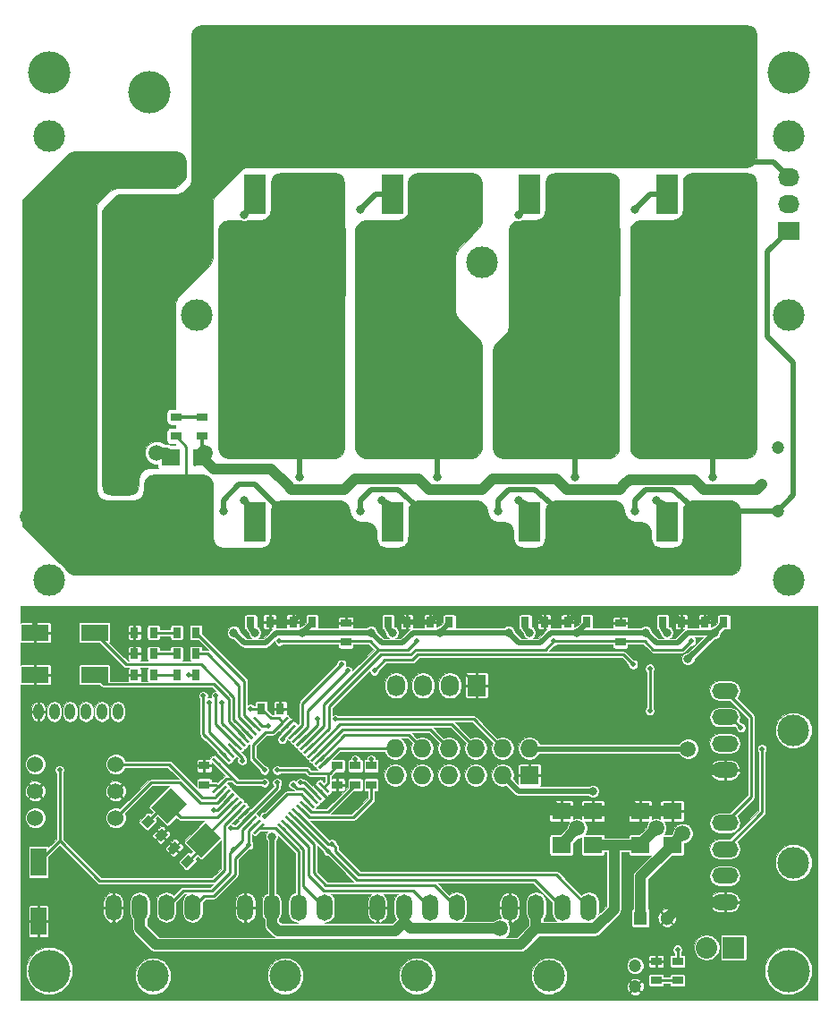
<source format=gbr>
G04 #@! TF.FileFunction,Copper,L1,Top,Signal*
%FSLAX46Y46*%
G04 Gerber Fmt 4.6, Leading zero omitted, Abs format (unit mm)*
G04 Created by KiCad (PCBNEW 4.0.5) date 01/02/17 19:42:22*
%MOMM*%
%LPD*%
G01*
G04 APERTURE LIST*
%ADD10C,0.100000*%
%ADD11C,1.200000*%
%ADD12R,0.800000X1.000000*%
%ADD13C,1.700000*%
%ADD14R,1.700000X1.700000*%
%ADD15C,1.300000*%
%ADD16R,1.300000X1.300000*%
%ADD17R,2.032000X2.032000*%
%ADD18O,2.032000X2.032000*%
%ADD19R,1.800000X1.600000*%
%ADD20R,1.000000X0.800000*%
%ADD21R,1.727200X2.032000*%
%ADD22O,1.727200X2.032000*%
%ADD23R,1.998980X3.799840*%
%ADD24R,3.000000X3.799840*%
%ADD25R,11.501120X8.999220*%
%ADD26R,1.727200X1.727200*%
%ADD27O,1.727200X1.727200*%
%ADD28R,2.032000X1.727200*%
%ADD29O,2.032000X1.727200*%
%ADD30R,1.500000X2.600000*%
%ADD31R,2.600000X1.500000*%
%ADD32O,1.000000X1.524000*%
%ADD33C,1.524000*%
%ADD34O,1.500000X2.500000*%
%ADD35C,3.000000*%
%ADD36C,2.000000*%
%ADD37C,4.000000*%
%ADD38O,2.500000X1.500000*%
%ADD39R,3.000000X6.500000*%
%ADD40R,6.451600X3.000000*%
%ADD41C,0.500000*%
%ADD42C,1.500000*%
%ADD43C,0.800000*%
%ADD44C,0.250000*%
%ADD45C,1.000000*%
%ADD46C,0.500000*%
%ADD47C,0.300000*%
%ADD48C,0.026000*%
%ADD49C,0.025400*%
G04 APERTURE END LIST*
D10*
D11*
X72000000Y-46500000D03*
D12*
X22100000Y-57000000D03*
X23900000Y-57000000D03*
D13*
X4000000Y-44000000D03*
D14*
X9000000Y-44000000D03*
D10*
G36*
X18608311Y-73179379D02*
X18431534Y-73002602D01*
X19350773Y-72083363D01*
X19527550Y-72260140D01*
X18608311Y-73179379D01*
X18608311Y-73179379D01*
G37*
G36*
X18961864Y-73532932D02*
X18785087Y-73356155D01*
X19704326Y-72436916D01*
X19881103Y-72613693D01*
X18961864Y-73532932D01*
X18961864Y-73532932D01*
G37*
G36*
X19315418Y-73886486D02*
X19138641Y-73709709D01*
X20057880Y-72790470D01*
X20234657Y-72967247D01*
X19315418Y-73886486D01*
X19315418Y-73886486D01*
G37*
G36*
X19668971Y-74240039D02*
X19492194Y-74063262D01*
X20411433Y-73144023D01*
X20588210Y-73320800D01*
X19668971Y-74240039D01*
X19668971Y-74240039D01*
G37*
G36*
X20022524Y-74593592D02*
X19845747Y-74416815D01*
X20764986Y-73497576D01*
X20941763Y-73674353D01*
X20022524Y-74593592D01*
X20022524Y-74593592D01*
G37*
G36*
X20376078Y-74947146D02*
X20199301Y-74770369D01*
X21118540Y-73851130D01*
X21295317Y-74027907D01*
X20376078Y-74947146D01*
X20376078Y-74947146D01*
G37*
G36*
X20729631Y-75300699D02*
X20552854Y-75123922D01*
X21472093Y-74204683D01*
X21648870Y-74381460D01*
X20729631Y-75300699D01*
X20729631Y-75300699D01*
G37*
G36*
X21083185Y-75654253D02*
X20906408Y-75477476D01*
X21825647Y-74558237D01*
X22002424Y-74735014D01*
X21083185Y-75654253D01*
X21083185Y-75654253D01*
G37*
G36*
X21436738Y-76007806D02*
X21259961Y-75831029D01*
X22179200Y-74911790D01*
X22355977Y-75088567D01*
X21436738Y-76007806D01*
X21436738Y-76007806D01*
G37*
G36*
X21790291Y-76361359D02*
X21613514Y-76184582D01*
X22532753Y-75265343D01*
X22709530Y-75442120D01*
X21790291Y-76361359D01*
X21790291Y-76361359D01*
G37*
G36*
X22143845Y-76714913D02*
X21967068Y-76538136D01*
X22886307Y-75618897D01*
X23063084Y-75795674D01*
X22143845Y-76714913D01*
X22143845Y-76714913D01*
G37*
G36*
X22497398Y-77068466D02*
X22320621Y-76891689D01*
X23239860Y-75972450D01*
X23416637Y-76149227D01*
X22497398Y-77068466D01*
X22497398Y-77068466D01*
G37*
G36*
X25679379Y-76891689D02*
X25502602Y-77068466D01*
X24583363Y-76149227D01*
X24760140Y-75972450D01*
X25679379Y-76891689D01*
X25679379Y-76891689D01*
G37*
G36*
X26032932Y-76538136D02*
X25856155Y-76714913D01*
X24936916Y-75795674D01*
X25113693Y-75618897D01*
X26032932Y-76538136D01*
X26032932Y-76538136D01*
G37*
G36*
X26386486Y-76184582D02*
X26209709Y-76361359D01*
X25290470Y-75442120D01*
X25467247Y-75265343D01*
X26386486Y-76184582D01*
X26386486Y-76184582D01*
G37*
G36*
X26740039Y-75831029D02*
X26563262Y-76007806D01*
X25644023Y-75088567D01*
X25820800Y-74911790D01*
X26740039Y-75831029D01*
X26740039Y-75831029D01*
G37*
G36*
X27093592Y-75477476D02*
X26916815Y-75654253D01*
X25997576Y-74735014D01*
X26174353Y-74558237D01*
X27093592Y-75477476D01*
X27093592Y-75477476D01*
G37*
G36*
X27447146Y-75123922D02*
X27270369Y-75300699D01*
X26351130Y-74381460D01*
X26527907Y-74204683D01*
X27447146Y-75123922D01*
X27447146Y-75123922D01*
G37*
G36*
X27800699Y-74770369D02*
X27623922Y-74947146D01*
X26704683Y-74027907D01*
X26881460Y-73851130D01*
X27800699Y-74770369D01*
X27800699Y-74770369D01*
G37*
G36*
X28154253Y-74416815D02*
X27977476Y-74593592D01*
X27058237Y-73674353D01*
X27235014Y-73497576D01*
X28154253Y-74416815D01*
X28154253Y-74416815D01*
G37*
G36*
X28507806Y-74063262D02*
X28331029Y-74240039D01*
X27411790Y-73320800D01*
X27588567Y-73144023D01*
X28507806Y-74063262D01*
X28507806Y-74063262D01*
G37*
G36*
X28861359Y-73709709D02*
X28684582Y-73886486D01*
X27765343Y-72967247D01*
X27942120Y-72790470D01*
X28861359Y-73709709D01*
X28861359Y-73709709D01*
G37*
G36*
X29214913Y-73356155D02*
X29038136Y-73532932D01*
X28118897Y-72613693D01*
X28295674Y-72436916D01*
X29214913Y-73356155D01*
X29214913Y-73356155D01*
G37*
G36*
X29568466Y-73002602D02*
X29391689Y-73179379D01*
X28472450Y-72260140D01*
X28649227Y-72083363D01*
X29568466Y-73002602D01*
X29568466Y-73002602D01*
G37*
G36*
X28649227Y-70916637D02*
X28472450Y-70739860D01*
X29391689Y-69820621D01*
X29568466Y-69997398D01*
X28649227Y-70916637D01*
X28649227Y-70916637D01*
G37*
G36*
X28295674Y-70563084D02*
X28118897Y-70386307D01*
X29038136Y-69467068D01*
X29214913Y-69643845D01*
X28295674Y-70563084D01*
X28295674Y-70563084D01*
G37*
G36*
X27942120Y-70209530D02*
X27765343Y-70032753D01*
X28684582Y-69113514D01*
X28861359Y-69290291D01*
X27942120Y-70209530D01*
X27942120Y-70209530D01*
G37*
G36*
X27588567Y-69855977D02*
X27411790Y-69679200D01*
X28331029Y-68759961D01*
X28507806Y-68936738D01*
X27588567Y-69855977D01*
X27588567Y-69855977D01*
G37*
G36*
X27235014Y-69502424D02*
X27058237Y-69325647D01*
X27977476Y-68406408D01*
X28154253Y-68583185D01*
X27235014Y-69502424D01*
X27235014Y-69502424D01*
G37*
G36*
X26881460Y-69148870D02*
X26704683Y-68972093D01*
X27623922Y-68052854D01*
X27800699Y-68229631D01*
X26881460Y-69148870D01*
X26881460Y-69148870D01*
G37*
G36*
X26527907Y-68795317D02*
X26351130Y-68618540D01*
X27270369Y-67699301D01*
X27447146Y-67876078D01*
X26527907Y-68795317D01*
X26527907Y-68795317D01*
G37*
G36*
X26174353Y-68441763D02*
X25997576Y-68264986D01*
X26916815Y-67345747D01*
X27093592Y-67522524D01*
X26174353Y-68441763D01*
X26174353Y-68441763D01*
G37*
G36*
X25820800Y-68088210D02*
X25644023Y-67911433D01*
X26563262Y-66992194D01*
X26740039Y-67168971D01*
X25820800Y-68088210D01*
X25820800Y-68088210D01*
G37*
G36*
X25467247Y-67734657D02*
X25290470Y-67557880D01*
X26209709Y-66638641D01*
X26386486Y-66815418D01*
X25467247Y-67734657D01*
X25467247Y-67734657D01*
G37*
G36*
X25113693Y-67381103D02*
X24936916Y-67204326D01*
X25856155Y-66285087D01*
X26032932Y-66461864D01*
X25113693Y-67381103D01*
X25113693Y-67381103D01*
G37*
G36*
X24760140Y-67027550D02*
X24583363Y-66850773D01*
X25502602Y-65931534D01*
X25679379Y-66108311D01*
X24760140Y-67027550D01*
X24760140Y-67027550D01*
G37*
G36*
X23416637Y-66850773D02*
X23239860Y-67027550D01*
X22320621Y-66108311D01*
X22497398Y-65931534D01*
X23416637Y-66850773D01*
X23416637Y-66850773D01*
G37*
G36*
X23063084Y-67204326D02*
X22886307Y-67381103D01*
X21967068Y-66461864D01*
X22143845Y-66285087D01*
X23063084Y-67204326D01*
X23063084Y-67204326D01*
G37*
G36*
X22709530Y-67557880D02*
X22532753Y-67734657D01*
X21613514Y-66815418D01*
X21790291Y-66638641D01*
X22709530Y-67557880D01*
X22709530Y-67557880D01*
G37*
G36*
X22355977Y-67911433D02*
X22179200Y-68088210D01*
X21259961Y-67168971D01*
X21436738Y-66992194D01*
X22355977Y-67911433D01*
X22355977Y-67911433D01*
G37*
G36*
X22002424Y-68264986D02*
X21825647Y-68441763D01*
X20906408Y-67522524D01*
X21083185Y-67345747D01*
X22002424Y-68264986D01*
X22002424Y-68264986D01*
G37*
G36*
X21648870Y-68618540D02*
X21472093Y-68795317D01*
X20552854Y-67876078D01*
X20729631Y-67699301D01*
X21648870Y-68618540D01*
X21648870Y-68618540D01*
G37*
G36*
X21295317Y-68972093D02*
X21118540Y-69148870D01*
X20199301Y-68229631D01*
X20376078Y-68052854D01*
X21295317Y-68972093D01*
X21295317Y-68972093D01*
G37*
G36*
X20941763Y-69325647D02*
X20764986Y-69502424D01*
X19845747Y-68583185D01*
X20022524Y-68406408D01*
X20941763Y-69325647D01*
X20941763Y-69325647D01*
G37*
G36*
X20588210Y-69679200D02*
X20411433Y-69855977D01*
X19492194Y-68936738D01*
X19668971Y-68759961D01*
X20588210Y-69679200D01*
X20588210Y-69679200D01*
G37*
G36*
X20234657Y-70032753D02*
X20057880Y-70209530D01*
X19138641Y-69290291D01*
X19315418Y-69113514D01*
X20234657Y-70032753D01*
X20234657Y-70032753D01*
G37*
G36*
X19881103Y-70386307D02*
X19704326Y-70563084D01*
X18785087Y-69643845D01*
X18961864Y-69467068D01*
X19881103Y-70386307D01*
X19881103Y-70386307D01*
G37*
G36*
X19527550Y-70739860D02*
X19350773Y-70916637D01*
X18431534Y-69997398D01*
X18608311Y-69820621D01*
X19527550Y-70739860D01*
X19527550Y-70739860D01*
G37*
D15*
X61500000Y-85000000D03*
D16*
X59000000Y-85000000D03*
D17*
X67800000Y-87800000D03*
D18*
X65260000Y-87800000D03*
D19*
X14500000Y-41400000D03*
X14500000Y-44600000D03*
X17500000Y-41400000D03*
X17500000Y-44600000D03*
D12*
X39100000Y-57000000D03*
X40900000Y-57000000D03*
D10*
G36*
X11727208Y-75934315D02*
X12434315Y-75227208D01*
X13000000Y-75792893D01*
X12292893Y-76500000D01*
X11727208Y-75934315D01*
X11727208Y-75934315D01*
G37*
G36*
X13000000Y-77207107D02*
X13707107Y-76500000D01*
X14272792Y-77065685D01*
X13565685Y-77772792D01*
X13000000Y-77207107D01*
X13000000Y-77207107D01*
G37*
G36*
X16772792Y-79565685D02*
X16065685Y-80272792D01*
X15500000Y-79707107D01*
X16207107Y-79000000D01*
X16772792Y-79565685D01*
X16772792Y-79565685D01*
G37*
G36*
X15500000Y-78292893D02*
X14792893Y-79000000D01*
X14227208Y-78434315D01*
X14934315Y-77727208D01*
X15500000Y-78292893D01*
X15500000Y-78292893D01*
G37*
D12*
X24900000Y-65200000D03*
X23100000Y-65200000D03*
D20*
X17700000Y-70600000D03*
X17700000Y-72400000D03*
D12*
X65100000Y-57000000D03*
X66900000Y-57000000D03*
X52100000Y-57000000D03*
X53900000Y-57000000D03*
X12900000Y-60000000D03*
X11100000Y-60000000D03*
X35100000Y-57000000D03*
X36900000Y-57000000D03*
X61100000Y-57000000D03*
X62900000Y-57000000D03*
X48100000Y-57000000D03*
X49900000Y-57000000D03*
D20*
X30300000Y-72400000D03*
X30300000Y-70600000D03*
D12*
X12900000Y-62000000D03*
X11100000Y-62000000D03*
D20*
X60500000Y-90900000D03*
X60500000Y-89100000D03*
X15000000Y-37600000D03*
X15000000Y-39400000D03*
D19*
X51500000Y-78100000D03*
X51500000Y-74900000D03*
D12*
X12900000Y-58000000D03*
X11100000Y-58000000D03*
D20*
X57100000Y-57100000D03*
X57100000Y-58900000D03*
D12*
X16900000Y-60000000D03*
X15100000Y-60000000D03*
X16900000Y-62000000D03*
X15100000Y-62000000D03*
D20*
X62500000Y-89100000D03*
X62500000Y-90900000D03*
X17500000Y-39400000D03*
X17500000Y-37600000D03*
D12*
X16900000Y-58000000D03*
X15100000Y-58000000D03*
D19*
X62000000Y-78100000D03*
X62000000Y-74900000D03*
X59000000Y-78100000D03*
X59000000Y-74900000D03*
D11*
X58500000Y-89500000D03*
X58500000Y-91500000D03*
X72000000Y-40500000D03*
D20*
X33500000Y-72400000D03*
X33500000Y-70600000D03*
X32000000Y-72400000D03*
X32000000Y-70600000D03*
D12*
X26100000Y-57000000D03*
X27900000Y-57000000D03*
D21*
X43500000Y-63000000D03*
D22*
X40960000Y-63000000D03*
X38420000Y-63000000D03*
X35880000Y-63000000D03*
D20*
X31100000Y-57100000D03*
X31100000Y-58900000D03*
D23*
X35500640Y-16549900D03*
D24*
X40499360Y-16549900D03*
D25*
X38000000Y-5450100D03*
D23*
X35500640Y-47549900D03*
D24*
X40499360Y-47549900D03*
D25*
X38000000Y-36450100D03*
D23*
X22500640Y-16549900D03*
D24*
X27499360Y-16549900D03*
D25*
X25000000Y-5450100D03*
D23*
X22500640Y-47549900D03*
D24*
X27499360Y-47549900D03*
D25*
X25000000Y-36450100D03*
D23*
X61500640Y-16549900D03*
D24*
X66499360Y-16549900D03*
D25*
X64000000Y-5450100D03*
D23*
X61500640Y-47549900D03*
D24*
X66499360Y-47549900D03*
D25*
X64000000Y-36450100D03*
D23*
X48500640Y-16549900D03*
D24*
X53499360Y-16549900D03*
D25*
X51000000Y-5450100D03*
D23*
X48500640Y-47549900D03*
D24*
X53499360Y-47549900D03*
D25*
X51000000Y-36450100D03*
D19*
X54500000Y-78100000D03*
X54500000Y-74900000D03*
D26*
X48500000Y-71500000D03*
D27*
X48500000Y-68960000D03*
X45960000Y-71500000D03*
X45960000Y-68960000D03*
X43420000Y-71500000D03*
X43420000Y-68960000D03*
X40880000Y-71500000D03*
X40880000Y-68960000D03*
X38340000Y-71500000D03*
X38340000Y-68960000D03*
X35800000Y-71500000D03*
X35800000Y-68960000D03*
D28*
X73000000Y-20000000D03*
D29*
X73000000Y-17460000D03*
X73000000Y-14920000D03*
D30*
X2000000Y-85300000D03*
X2000000Y-79700000D03*
D31*
X1700000Y-58000000D03*
X7300000Y-58000000D03*
X1700000Y-62000000D03*
X7300000Y-62000000D03*
D32*
X2000000Y-65500000D03*
X3500000Y-65500000D03*
X5000000Y-65500000D03*
X6500000Y-65500000D03*
X8000000Y-65500000D03*
X9500000Y-65500000D03*
D33*
X9310000Y-75540000D03*
X9310000Y-73000000D03*
X9310000Y-70460000D03*
X1690000Y-70460000D03*
X1690000Y-73000000D03*
X1690000Y-75540000D03*
D10*
G36*
X12676598Y-74515075D02*
X14515075Y-72676598D01*
X16070710Y-74232233D01*
X14232233Y-76070710D01*
X12676598Y-74515075D01*
X12676598Y-74515075D01*
G37*
G36*
X16000000Y-77838478D02*
X17838478Y-76000000D01*
X19252692Y-77414214D01*
X17414214Y-79252692D01*
X16000000Y-77838478D01*
X16000000Y-77838478D01*
G37*
D34*
X9100000Y-84000000D03*
X11600000Y-84000000D03*
X14100000Y-84000000D03*
X16600000Y-84000000D03*
D35*
X12850000Y-90500000D03*
D36*
X15040000Y-14500000D03*
X15040000Y-19580000D03*
X9960000Y-14500000D03*
X9960000Y-19580000D03*
D37*
X12500000Y-6880000D03*
D34*
X21600000Y-84000000D03*
X24100000Y-84000000D03*
X26600000Y-84000000D03*
X29100000Y-84000000D03*
D35*
X25350000Y-90500000D03*
D34*
X34100000Y-84000000D03*
X36600000Y-84000000D03*
X39100000Y-84000000D03*
X41600000Y-84000000D03*
D35*
X37850000Y-90500000D03*
D34*
X46600000Y-84000000D03*
X49100000Y-84000000D03*
X51600000Y-84000000D03*
X54100000Y-84000000D03*
D35*
X50350000Y-90500000D03*
D38*
X67000000Y-71000000D03*
X67000000Y-68500000D03*
X67000000Y-66000000D03*
X67000000Y-63500000D03*
D35*
X73500000Y-67250000D03*
D38*
X67000000Y-83500000D03*
X67000000Y-81000000D03*
X67000000Y-78500000D03*
X67000000Y-76000000D03*
D35*
X73500000Y-79750000D03*
D39*
X9800000Y-25000000D03*
D40*
X4100000Y-25400000D03*
D39*
X11300000Y-33500000D03*
D40*
X4100000Y-34400000D03*
D39*
X29700000Y-23000000D03*
D40*
X36900000Y-22100000D03*
D39*
X55700000Y-23000000D03*
D40*
X62900000Y-22100000D03*
D35*
X73000000Y-28000000D03*
X44000000Y-23000000D03*
X17000000Y-28000000D03*
X73000000Y-53000000D03*
X3000000Y-53000000D03*
D37*
X3000000Y-90000000D03*
X73000000Y-90000000D03*
D35*
X3000000Y-11000000D03*
X73000000Y-11000000D03*
D37*
X3000000Y-5000000D03*
X73000000Y-5000000D03*
D41*
X34300000Y-73300000D03*
X28400000Y-76100000D03*
X32200000Y-76100000D03*
X31300000Y-65600000D03*
X31300000Y-69600000D03*
X29100000Y-74300000D03*
X34300000Y-69600000D03*
X32800000Y-69600000D03*
X39700000Y-61600000D03*
X37100000Y-61600000D03*
X34700000Y-61600000D03*
X34400000Y-65600000D03*
X30500000Y-74900000D03*
X32800000Y-73300000D03*
X32800000Y-65600000D03*
D42*
X50500000Y-74500000D03*
X58000000Y-74500000D03*
D43*
X65000000Y-67000000D03*
D41*
X58000000Y-56000000D03*
X56000000Y-56000000D03*
X57000000Y-56000000D03*
X45000000Y-56000000D03*
X43000000Y-56000000D03*
X44000000Y-56000000D03*
X32000000Y-56000000D03*
X30000000Y-56000000D03*
X31000000Y-56000000D03*
X69000000Y-56000000D03*
X75000000Y-56000000D03*
X73000000Y-56000000D03*
X71000000Y-56000000D03*
X19000000Y-56000000D03*
X17000000Y-56000000D03*
X15000000Y-56000000D03*
X13000000Y-56000000D03*
X11000000Y-56000000D03*
X9000000Y-56000000D03*
X7000000Y-56000000D03*
X5000000Y-56000000D03*
X3000000Y-56000000D03*
X1000000Y-56000000D03*
X29500000Y-81000000D03*
X25500000Y-82000000D03*
X14000000Y-80500000D03*
D43*
X64135000Y-56700000D03*
X51135000Y-56700000D03*
X38135000Y-56700000D03*
X25135000Y-56700000D03*
D41*
X22900000Y-72800000D03*
X22100000Y-74200000D03*
X20200000Y-70700000D03*
X4000000Y-71000000D03*
X2000000Y-79700000D03*
D42*
X53000000Y-76500000D03*
D43*
X63500000Y-60500000D03*
D41*
X20200000Y-76500000D03*
D43*
X24100000Y-77300000D03*
D41*
X16200000Y-62000000D03*
X22100000Y-65200000D03*
D43*
X59500000Y-58000000D03*
X46500000Y-58000000D03*
X20500000Y-58000000D03*
X33500000Y-58000000D03*
X27000000Y-58000000D03*
X40000000Y-58000000D03*
X53000000Y-58000000D03*
X66000000Y-58000000D03*
D41*
X23400000Y-71000000D03*
X24600000Y-71000000D03*
X23400000Y-72200000D03*
X24600000Y-72200000D03*
D42*
X45700000Y-86000000D03*
X63500000Y-69000000D03*
D41*
X62500000Y-88000000D03*
D42*
X11500000Y-48500000D03*
X10000000Y-48500000D03*
X8500000Y-48500000D03*
X7000000Y-48500000D03*
X5500000Y-48500000D03*
X4000000Y-48500000D03*
X4000000Y-50000000D03*
X1000000Y-47000000D03*
X2500000Y-48500000D03*
X11500000Y-50000000D03*
X11500000Y-51500000D03*
X10000000Y-51500000D03*
X10000000Y-50000000D03*
X5500000Y-51500000D03*
X5500000Y-50000000D03*
X7000000Y-50000000D03*
X7000000Y-51500000D03*
X8500000Y-51500000D03*
X8500000Y-50000000D03*
X13000000Y-50000000D03*
X13000000Y-51500000D03*
X17500000Y-51500000D03*
X17500000Y-50000000D03*
X16000000Y-50000000D03*
X16000000Y-51500000D03*
X14500000Y-51500000D03*
X14500000Y-50000000D03*
D43*
X19500000Y-46500000D03*
X32500000Y-46500000D03*
X58500000Y-46500000D03*
X45500000Y-46500000D03*
D42*
X30000000Y-31000000D03*
X28500000Y-31000000D03*
X27000000Y-31000000D03*
X25500000Y-31000000D03*
X24000000Y-31000000D03*
X28500000Y-40000000D03*
X28500000Y-17000000D03*
X30000000Y-17000000D03*
X30000000Y-18500000D03*
X28500000Y-18500000D03*
X27000000Y-18500000D03*
X25500000Y-18500000D03*
X27000000Y-20000000D03*
X25500000Y-20000000D03*
X26500000Y-38500000D03*
X26500000Y-32500000D03*
X25000000Y-35500000D03*
X25000000Y-34000000D03*
X26500000Y-34000000D03*
X26500000Y-35500000D03*
X26500000Y-37000000D03*
X25000000Y-37000000D03*
X30000000Y-32500000D03*
X25000000Y-32500000D03*
X30000000Y-37000000D03*
X30000000Y-35500000D03*
X30000000Y-34000000D03*
X30000000Y-38500000D03*
X30000000Y-40000000D03*
X25500000Y-15500000D03*
X27000000Y-15500000D03*
X27000000Y-17000000D03*
X25500000Y-17000000D03*
X30000000Y-15500000D03*
X28500000Y-15500000D03*
D43*
X26700000Y-43300000D03*
D42*
X56000000Y-31000000D03*
X54500000Y-31000000D03*
X53000000Y-31000000D03*
X51500000Y-31000000D03*
X50000000Y-31000000D03*
X51000000Y-35500000D03*
X52500000Y-38500000D03*
X52500000Y-37000000D03*
X51000000Y-37000000D03*
X56000000Y-32500000D03*
X51000000Y-34000000D03*
X51000000Y-32500000D03*
X52500000Y-32500000D03*
X52500000Y-34000000D03*
X52500000Y-35500000D03*
X56000000Y-38500000D03*
X56000000Y-37000000D03*
X56000000Y-35500000D03*
X56000000Y-34000000D03*
X56000000Y-40000000D03*
X54500000Y-40000000D03*
X53000000Y-20000000D03*
X51500000Y-20000000D03*
X54500000Y-17000000D03*
X54500000Y-18500000D03*
X56000000Y-18500000D03*
X56000000Y-17000000D03*
X56000000Y-15500000D03*
X54500000Y-15500000D03*
X53000000Y-15500000D03*
X53000000Y-17000000D03*
X53000000Y-18500000D03*
X51500000Y-18500000D03*
X51500000Y-17000000D03*
X51500000Y-15500000D03*
D43*
X52800000Y-43300000D03*
D42*
X19500000Y-1500000D03*
X18000000Y-1500000D03*
X18000000Y-7500000D03*
X18000000Y-6000000D03*
X18000000Y-4500000D03*
X18000000Y-3000000D03*
X57500000Y-7500000D03*
X57500000Y-6000000D03*
X57500000Y-4500000D03*
X57500000Y-3000000D03*
X44500000Y-7500000D03*
X44500000Y-6000000D03*
X44500000Y-4500000D03*
X44500000Y-3000000D03*
X31500000Y-7500000D03*
X31500000Y-6000000D03*
X31500000Y-4500000D03*
X31500000Y-3000000D03*
X54000000Y-1500000D03*
X52500000Y-1500000D03*
X58500000Y-1500000D03*
X57000000Y-1500000D03*
X55500000Y-1500000D03*
X60000000Y-1500000D03*
X61500000Y-1500000D03*
X63000000Y-1500000D03*
X64500000Y-1500000D03*
X66000000Y-1500000D03*
X67500000Y-1500000D03*
X69000000Y-1500000D03*
X51000000Y-1500000D03*
X49500000Y-1500000D03*
X48000000Y-1500000D03*
X33000000Y-1500000D03*
X31500000Y-1500000D03*
X30000000Y-1500000D03*
X37500000Y-1500000D03*
X36000000Y-1500000D03*
X34500000Y-1500000D03*
X39000000Y-1500000D03*
X40500000Y-1500000D03*
X42000000Y-1500000D03*
X43500000Y-1500000D03*
X45000000Y-1500000D03*
X46500000Y-1500000D03*
X21000000Y-1500000D03*
X22500000Y-1500000D03*
X24000000Y-1500000D03*
X25500000Y-1500000D03*
X27000000Y-1500000D03*
X28500000Y-1500000D03*
X24000000Y-10000000D03*
X22500000Y-10000000D03*
X21000000Y-10000000D03*
X19500000Y-10000000D03*
X18000000Y-10000000D03*
X55500000Y-10000000D03*
X54000000Y-10000000D03*
X52500000Y-10000000D03*
X51000000Y-10000000D03*
X49500000Y-10000000D03*
X48000000Y-10000000D03*
X46500000Y-10000000D03*
X69000000Y-10000000D03*
X67500000Y-10000000D03*
X66000000Y-10000000D03*
X64500000Y-10000000D03*
X63000000Y-10000000D03*
X61500000Y-10000000D03*
X52500000Y-11500000D03*
X54000000Y-11500000D03*
X55500000Y-11500000D03*
X57000000Y-11500000D03*
X58500000Y-11500000D03*
X60000000Y-11500000D03*
X61500000Y-11500000D03*
X63000000Y-11500000D03*
X36000000Y-11500000D03*
X37500000Y-11500000D03*
X39000000Y-11500000D03*
X40500000Y-11500000D03*
X42000000Y-11500000D03*
X43500000Y-11500000D03*
X22500000Y-11500000D03*
X24000000Y-11500000D03*
X25500000Y-11500000D03*
X27000000Y-11500000D03*
X28500000Y-11500000D03*
X30000000Y-11500000D03*
X28500000Y-13000000D03*
X27000000Y-13000000D03*
X25500000Y-13000000D03*
X24000000Y-13000000D03*
X22500000Y-13000000D03*
X21000000Y-13000000D03*
X52500000Y-13000000D03*
X51000000Y-13000000D03*
X49500000Y-13000000D03*
X48000000Y-13000000D03*
X46500000Y-13000000D03*
X45000000Y-13000000D03*
X43500000Y-13000000D03*
X69000000Y-13000000D03*
X54000000Y-13000000D03*
X55500000Y-13000000D03*
X57000000Y-13000000D03*
X58500000Y-13000000D03*
X60000000Y-13000000D03*
X61500000Y-13000000D03*
X63000000Y-13000000D03*
X64500000Y-13000000D03*
X66000000Y-13000000D03*
X67500000Y-13000000D03*
X30000000Y-13000000D03*
X31500000Y-13000000D03*
X33000000Y-13000000D03*
X34500000Y-13000000D03*
X36000000Y-13000000D03*
X37500000Y-13000000D03*
X39000000Y-13000000D03*
X40500000Y-13000000D03*
X42000000Y-13000000D03*
X21000000Y-11500000D03*
X19500000Y-11500000D03*
X18000000Y-11500000D03*
X18000000Y-13000000D03*
X19500000Y-13000000D03*
X34500000Y-11500000D03*
X33000000Y-11500000D03*
X31500000Y-11500000D03*
X51000000Y-11500000D03*
X49500000Y-11500000D03*
X48000000Y-11500000D03*
X46500000Y-11500000D03*
X45000000Y-11500000D03*
X69000000Y-11500000D03*
X67500000Y-11500000D03*
X66000000Y-11500000D03*
X64500000Y-11500000D03*
X57000000Y-10000000D03*
X58500000Y-10000000D03*
X60000000Y-10000000D03*
X25500000Y-10000000D03*
X27000000Y-10000000D03*
X28500000Y-10000000D03*
X30000000Y-10000000D03*
X31500000Y-10000000D03*
X33000000Y-10000000D03*
X34500000Y-10000000D03*
X36000000Y-10000000D03*
X37500000Y-10000000D03*
X39000000Y-10000000D03*
X40500000Y-10000000D03*
X42000000Y-10000000D03*
X43500000Y-10000000D03*
X45000000Y-10000000D03*
D41*
X21900000Y-78100000D03*
X20500000Y-78500000D03*
X29800000Y-78000000D03*
X29416117Y-78683884D03*
X68500000Y-67000000D03*
X70500000Y-69000000D03*
X26800000Y-72200000D03*
X26100000Y-72400000D03*
X25100000Y-68100000D03*
X23800000Y-66800000D03*
D42*
X37000000Y-31000000D03*
X38500000Y-31000000D03*
X40000000Y-31000000D03*
X41500000Y-31000000D03*
X43000000Y-31000000D03*
X35500000Y-31000000D03*
X39500000Y-18500000D03*
X41000000Y-18500000D03*
X39500000Y-17000000D03*
X38000000Y-17000000D03*
X38000000Y-18500000D03*
X42500000Y-20000000D03*
X41000000Y-20000000D03*
X39500000Y-20000000D03*
X38000000Y-20000000D03*
X42500000Y-18500000D03*
X42500000Y-17000000D03*
X42500000Y-15500000D03*
X41000000Y-17000000D03*
X39500000Y-15500000D03*
X38000000Y-15500000D03*
X41000000Y-15500000D03*
X38000000Y-34000000D03*
X38000000Y-35500000D03*
X38000000Y-37000000D03*
X38000000Y-32500000D03*
X41500000Y-35500000D03*
X43000000Y-35500000D03*
X43000000Y-34000000D03*
X41500000Y-34000000D03*
X41500000Y-32500000D03*
X43000000Y-32500000D03*
X41500000Y-40000000D03*
X43000000Y-40000000D03*
X43000000Y-38500000D03*
X41500000Y-38500000D03*
X41500000Y-37000000D03*
X43000000Y-37000000D03*
D43*
X39800000Y-43300000D03*
D42*
X63000000Y-31000000D03*
X64500000Y-31000000D03*
X66000000Y-31000000D03*
X67500000Y-31000000D03*
X69000000Y-31000000D03*
X61500000Y-31000000D03*
X67500000Y-40000000D03*
X69000000Y-37000000D03*
X69000000Y-38500000D03*
X69000000Y-40000000D03*
X69000000Y-35500000D03*
X69000000Y-34000000D03*
X69000000Y-32500000D03*
X67500000Y-34000000D03*
X67500000Y-32500000D03*
X64000000Y-35500000D03*
X64000000Y-34000000D03*
X64000000Y-32500000D03*
X64000000Y-37000000D03*
X67500000Y-35500000D03*
X67500000Y-37000000D03*
X67500000Y-38500000D03*
X68500000Y-20000000D03*
X67000000Y-20000000D03*
X65500000Y-20000000D03*
X64000000Y-20000000D03*
X64000000Y-17000000D03*
X68500000Y-18500000D03*
X67000000Y-18500000D03*
X65500000Y-18500000D03*
X64000000Y-18500000D03*
X65500000Y-15500000D03*
X64000000Y-15500000D03*
X67000000Y-15500000D03*
X68500000Y-15500000D03*
X68500000Y-17000000D03*
X67000000Y-17000000D03*
X65500000Y-17000000D03*
D43*
X65800000Y-43300000D03*
D41*
X21300000Y-70100000D03*
D43*
X35500000Y-58000000D03*
X22500000Y-58000000D03*
X61500000Y-58000000D03*
X48500000Y-58000000D03*
D41*
X58300000Y-61000000D03*
X33800000Y-61600000D03*
X31300000Y-61600000D03*
X18200000Y-64600000D03*
X17600000Y-64000000D03*
X19400000Y-64600000D03*
X18800000Y-64000000D03*
X59900000Y-65400000D03*
X59900000Y-61400000D03*
X30700000Y-61000000D03*
D42*
X17786000Y-41000000D03*
D43*
X25500000Y-44000000D03*
X70500000Y-44000000D03*
X64500000Y-44000000D03*
X57500000Y-44000000D03*
X51500000Y-44000000D03*
X38500000Y-44000000D03*
X44500000Y-44000000D03*
X31500000Y-44000000D03*
X32500000Y-18000000D03*
X34500000Y-45500000D03*
X21500000Y-18500000D03*
X21500000Y-45500000D03*
X58500000Y-18000000D03*
X60500000Y-45500000D03*
X47500000Y-18500000D03*
X47500000Y-45500000D03*
D41*
X18600000Y-74800000D03*
D42*
X63000000Y-77000000D03*
X13214000Y-41000000D03*
D43*
X54500000Y-73000000D03*
D42*
X60500000Y-76500000D03*
D41*
X33500000Y-70000000D03*
X32000000Y-70000000D03*
X23400000Y-75400000D03*
X37800000Y-58800000D03*
X24800000Y-58800000D03*
X63800000Y-58800000D03*
X50800000Y-58800000D03*
X28400000Y-66200000D03*
X30100000Y-66200000D03*
D44*
X34300000Y-73300000D02*
X34300000Y-74000000D01*
X34300000Y-74000000D02*
X32200000Y-76100000D01*
X31300000Y-65600000D02*
X32800000Y-65600000D01*
X29300000Y-73600000D02*
X29300000Y-74100000D01*
X29300000Y-74100000D02*
X29100000Y-74300000D01*
X43500000Y-63000000D02*
X42100000Y-61600000D01*
X42100000Y-61600000D02*
X39700000Y-61600000D01*
X37100000Y-61600000D02*
X34700000Y-61600000D01*
X31200000Y-74900000D02*
X30500000Y-74900000D01*
X32800000Y-73300000D02*
X31200000Y-74900000D01*
X34400000Y-65600000D02*
X32800000Y-65600000D01*
D45*
X50500000Y-74500000D02*
X50900000Y-74900000D01*
X50900000Y-74900000D02*
X51500000Y-74900000D01*
X58000000Y-74500000D02*
X58000000Y-74900000D01*
X58000000Y-74900000D02*
X58000000Y-74500000D01*
X58000000Y-74500000D02*
X58000000Y-74900000D01*
X54500000Y-74900000D02*
X51500000Y-74900000D01*
X59000000Y-74900000D02*
X58000000Y-74900000D01*
X58000000Y-74900000D02*
X54500000Y-74900000D01*
X62000000Y-74900000D02*
X59000000Y-74900000D01*
X61500000Y-85000000D02*
X63000000Y-83500000D01*
X63000000Y-83500000D02*
X65500000Y-83500000D01*
D44*
X61500000Y-85000000D02*
X60500000Y-86000000D01*
X60500000Y-86000000D02*
X60500000Y-89100000D01*
X2000000Y-85300000D02*
X4800000Y-85300000D01*
X9100000Y-85400000D02*
X9100000Y-84000000D01*
X8500000Y-86000000D02*
X9100000Y-85400000D01*
X5500000Y-86000000D02*
X8500000Y-86000000D01*
X4800000Y-85300000D02*
X5500000Y-86000000D01*
X2000000Y-65500000D02*
X2000000Y-64500000D01*
X1700000Y-64200000D02*
X1700000Y-62000000D01*
X2000000Y-64500000D02*
X1700000Y-64200000D01*
D46*
X65100000Y-57000000D02*
X66100000Y-56000000D01*
X66100000Y-56000000D02*
X69000000Y-56000000D01*
X69000000Y-56000000D02*
X68000000Y-57000000D01*
X68000000Y-57000000D02*
X68000000Y-58000000D01*
X65000000Y-62500000D02*
X65000000Y-67000000D01*
X68000000Y-59500000D02*
X65000000Y-62500000D01*
X68000000Y-58000000D02*
X68000000Y-59500000D01*
X65000000Y-67000000D02*
X65000000Y-70500000D01*
X65000000Y-70500000D02*
X65500000Y-71000000D01*
X73000000Y-56000000D02*
X71000000Y-56000000D01*
X1700000Y-58000000D02*
X1700000Y-56700000D01*
X15000000Y-56000000D02*
X17000000Y-56000000D01*
X11000000Y-56000000D02*
X13000000Y-56000000D01*
X7000000Y-56000000D02*
X9000000Y-56000000D01*
X3000000Y-56000000D02*
X5000000Y-56000000D01*
X1700000Y-56700000D02*
X1000000Y-56000000D01*
D44*
X14863604Y-78363604D02*
X14000000Y-79227208D01*
X14000000Y-79227208D02*
X14000000Y-80500000D01*
D46*
X52100000Y-57000000D02*
X53100000Y-56000000D01*
X53100000Y-56000000D02*
X56000000Y-56000000D01*
X56000000Y-56000000D02*
X57000000Y-56000000D01*
X57000000Y-56000000D02*
X57100000Y-56000000D01*
X61900000Y-56000000D02*
X62900000Y-57000000D01*
X57100000Y-56000000D02*
X58000000Y-56000000D01*
X58000000Y-56000000D02*
X61900000Y-56000000D01*
X39100000Y-57000000D02*
X40100000Y-56000000D01*
X40100000Y-56000000D02*
X43000000Y-56000000D01*
X43000000Y-56000000D02*
X44000000Y-56000000D01*
X44000000Y-56000000D02*
X45000000Y-56000000D01*
X45000000Y-56000000D02*
X48900000Y-56000000D01*
X48900000Y-56000000D02*
X49900000Y-57000000D01*
X26100000Y-57000000D02*
X27100000Y-56000000D01*
X35900000Y-56000000D02*
X36900000Y-57000000D01*
X27100000Y-56000000D02*
X30000000Y-56000000D01*
X30000000Y-56000000D02*
X31000000Y-56000000D01*
X31000000Y-56000000D02*
X31100000Y-56000000D01*
X31100000Y-56000000D02*
X32000000Y-56000000D01*
X32000000Y-56000000D02*
X35900000Y-56000000D01*
X62900000Y-57000000D02*
X65100000Y-57000000D01*
X63835000Y-57000000D02*
X64135000Y-56700000D01*
X62900000Y-57000000D02*
X63835000Y-57000000D01*
X49900000Y-57000000D02*
X52100000Y-57000000D01*
X50835000Y-57000000D02*
X51135000Y-56700000D01*
X49900000Y-57000000D02*
X50835000Y-57000000D01*
X36900000Y-57000000D02*
X39100000Y-57000000D01*
X37835000Y-57000000D02*
X38135000Y-56700000D01*
X36900000Y-57000000D02*
X37835000Y-57000000D01*
X23900000Y-57000000D02*
X26100000Y-57000000D01*
X23900000Y-57000000D02*
X24835000Y-57000000D01*
X24835000Y-57000000D02*
X25135000Y-56700000D01*
D44*
X11100000Y-62000000D02*
X10000000Y-62000000D01*
X9500000Y-61500000D02*
X9500000Y-61000000D01*
X10000000Y-62000000D02*
X9500000Y-61500000D01*
X11100000Y-58000000D02*
X11100000Y-57100000D01*
X10500000Y-56500000D02*
X5500000Y-56500000D01*
X11100000Y-57100000D02*
X10500000Y-56500000D01*
X4000000Y-58000000D02*
X5500000Y-56500000D01*
X4000000Y-58000000D02*
X1700000Y-58000000D01*
X6500000Y-60500000D02*
X4000000Y-58000000D01*
X9000000Y-60500000D02*
X6500000Y-60500000D01*
X9500000Y-61000000D02*
X9000000Y-60500000D01*
X11100000Y-58000000D02*
X11100000Y-60000000D01*
X1700000Y-62000000D02*
X1700000Y-58000000D01*
X2000000Y-65500000D02*
X1700000Y-65200000D01*
X2000000Y-65500000D02*
X2000000Y-68500000D01*
X3000000Y-71690000D02*
X1690000Y-73000000D01*
X3000000Y-69500000D02*
X3000000Y-71690000D01*
X2000000Y-68500000D02*
X3000000Y-69500000D01*
D45*
X67000000Y-83500000D02*
X65500000Y-83500000D01*
X65000000Y-83000000D02*
X65000000Y-73500000D01*
X65500000Y-83500000D02*
X65000000Y-83000000D01*
X65000000Y-73500000D02*
X65000000Y-71500000D01*
X65000000Y-71500000D02*
X65500000Y-71000000D01*
X65500000Y-71000000D02*
X67000000Y-71000000D01*
D44*
X22900000Y-72800000D02*
X23760661Y-72800000D01*
X23760661Y-72800000D02*
X23800000Y-72760661D01*
X13636396Y-77136396D02*
X14250000Y-77750000D01*
X14250000Y-77750000D02*
X14863604Y-78363604D01*
X30300000Y-72400000D02*
X30400000Y-72500000D01*
X25484924Y-66833095D02*
X24418019Y-67900000D01*
X24418019Y-67900000D02*
X24400000Y-67900000D01*
X22800000Y-69500000D02*
X24000000Y-70700000D01*
X22800000Y-68750002D02*
X22800000Y-69500000D01*
X23650002Y-67900000D02*
X22800000Y-68750002D01*
X24400000Y-67900000D02*
X23650002Y-67900000D01*
X21454416Y-75106245D02*
X22100000Y-74460661D01*
X22100000Y-74460661D02*
X22100000Y-74200000D01*
X19333095Y-70015076D02*
X20018019Y-70700000D01*
X20018019Y-70700000D02*
X20200000Y-70700000D01*
X30300000Y-72400000D02*
X30300000Y-73100000D01*
X30300000Y-73100000D02*
X29800000Y-73600000D01*
X29800000Y-73600000D02*
X29300000Y-73600000D01*
X29300000Y-73600000D02*
X29281981Y-73600000D01*
X29281981Y-73600000D02*
X28666905Y-72984924D01*
X19333095Y-70015076D02*
X18718019Y-69400000D01*
X17700000Y-69800000D02*
X17700000Y-70600000D01*
X18100000Y-69400000D02*
X17700000Y-69800000D01*
X18718019Y-69400000D02*
X18100000Y-69400000D01*
X25484924Y-66833095D02*
X26100000Y-66218019D01*
X25600000Y-65200000D02*
X24900000Y-65200000D01*
X26100000Y-65700000D02*
X25600000Y-65200000D01*
X26100000Y-66218019D02*
X26100000Y-65700000D01*
X24000000Y-70700000D02*
X24000000Y-71600000D01*
X21454416Y-75106245D02*
X23800000Y-72760661D01*
X23800000Y-72760661D02*
X24000000Y-72560661D01*
X24000000Y-72560661D02*
X24000000Y-71600000D01*
X19333095Y-70015076D02*
X20918019Y-71600000D01*
X20918019Y-71600000D02*
X24000000Y-71600000D01*
X27281981Y-71600000D02*
X28666905Y-72984924D01*
X24000000Y-71600000D02*
X27281981Y-71600000D01*
X24900000Y-65200000D02*
X25131371Y-65431371D01*
X17700000Y-70600000D02*
X17931371Y-70368629D01*
X30300000Y-72400000D02*
X30068629Y-72631371D01*
X4000000Y-77700000D02*
X7800000Y-81500000D01*
X7800000Y-81500000D02*
X8000000Y-81500000D01*
X4000000Y-77700000D02*
X2000000Y-79700000D01*
X4000000Y-71000000D02*
X4000000Y-77700000D01*
X18600000Y-81500000D02*
X8000000Y-81500000D01*
X8000000Y-81500000D02*
X7800000Y-81500000D01*
X19600000Y-80500000D02*
X18600000Y-81500000D01*
X19600000Y-76253553D02*
X19600000Y-80500000D01*
X21100862Y-74752691D02*
X19600000Y-76253553D01*
X12363604Y-75863604D02*
X13853554Y-74373654D01*
X13853554Y-74373654D02*
X14373654Y-74373654D01*
X14373654Y-74373654D02*
X15500000Y-75500000D01*
X18939339Y-75500000D02*
X20393755Y-74045584D01*
X15500000Y-75500000D02*
X18939339Y-75500000D01*
X16136396Y-79636396D02*
X17626346Y-78146446D01*
X17626346Y-78146446D02*
X17626346Y-77626346D01*
X17626346Y-77626346D02*
X17626346Y-77520101D01*
X17626346Y-77520101D02*
X20747309Y-74399138D01*
X29400000Y-71300000D02*
X29400000Y-72251829D01*
X29400000Y-72251829D02*
X29020458Y-72631371D01*
X30300000Y-70600000D02*
X29600000Y-71300000D01*
X29600000Y-71300000D02*
X29400000Y-71300000D01*
X29400000Y-71300000D02*
X27689087Y-71300000D01*
D45*
X53000000Y-76500000D02*
X51500000Y-78000000D01*
X51500000Y-78000000D02*
X51500000Y-78100000D01*
D46*
X66000000Y-58000000D02*
X63500000Y-60500000D01*
D44*
X21807969Y-75459798D02*
X20767767Y-76500000D01*
X20767767Y-76500000D02*
X20200000Y-76500000D01*
D46*
X24100000Y-84000000D02*
X24100000Y-77300000D01*
D44*
X23100000Y-65200000D02*
X22100000Y-65200000D01*
X16200000Y-62000000D02*
X16900000Y-62000000D01*
D46*
X27000000Y-58000000D02*
X33500000Y-58000000D01*
X37500000Y-58000000D02*
X36500000Y-59000000D01*
X40000000Y-58000000D02*
X37500000Y-58000000D01*
X24500000Y-58000000D02*
X23500000Y-59000000D01*
X27000000Y-58000000D02*
X24500000Y-58000000D01*
X50500000Y-58000000D02*
X49500000Y-59000000D01*
X53000000Y-58000000D02*
X50500000Y-58000000D01*
X63500000Y-58000000D02*
X62500000Y-59000000D01*
X66000000Y-58000000D02*
X63500000Y-58000000D01*
X53000000Y-58000000D02*
X59500000Y-58000000D01*
X40000000Y-58000000D02*
X46500000Y-58000000D01*
X59500000Y-58000000D02*
X60500000Y-59000000D01*
X60500000Y-59000000D02*
X62500000Y-59000000D01*
X46500000Y-58000000D02*
X47500000Y-59000000D01*
X47500000Y-59000000D02*
X49500000Y-59000000D01*
X20500000Y-58000000D02*
X21500000Y-59000000D01*
X21500000Y-59000000D02*
X23500000Y-59000000D01*
X33500000Y-58000000D02*
X34500000Y-59000000D01*
X34500000Y-59000000D02*
X36500000Y-59000000D01*
X27000000Y-58000000D02*
X27900000Y-57100000D01*
X27900000Y-57100000D02*
X27900000Y-57000000D01*
X40000000Y-58000000D02*
X40900000Y-57100000D01*
X40900000Y-57100000D02*
X40900000Y-57000000D01*
X53000000Y-58000000D02*
X53900000Y-57100000D01*
X53900000Y-57100000D02*
X53900000Y-57000000D01*
X66000000Y-58000000D02*
X66900000Y-57100000D01*
X66900000Y-57100000D02*
X66900000Y-57000000D01*
D44*
X23400000Y-71000000D02*
X22300000Y-69900000D01*
X25131371Y-66479542D02*
X24210913Y-67400000D01*
X24210913Y-67400000D02*
X23500000Y-67400000D01*
X23500000Y-67400000D02*
X22300000Y-68600000D01*
X22300000Y-68600000D02*
X22300000Y-69900000D01*
X17700000Y-72400000D02*
X18748171Y-72400000D01*
X18748171Y-72400000D02*
X18979542Y-72631371D01*
X23100000Y-65200000D02*
X24000000Y-66100000D01*
X24751829Y-66100000D02*
X25131371Y-66479542D01*
X24000000Y-66100000D02*
X24751829Y-66100000D01*
X18979542Y-72631371D02*
X19810913Y-71800000D01*
X19810913Y-71800000D02*
X20410913Y-71800000D01*
X27389087Y-71000000D02*
X24600000Y-71000000D01*
X27389087Y-71000000D02*
X27689087Y-71300000D01*
X20810913Y-72200000D02*
X23400000Y-72200000D01*
X20810913Y-72200000D02*
X20410913Y-71800000D01*
X24600000Y-72667767D02*
X24600000Y-72200000D01*
X21807969Y-75459798D02*
X24600000Y-72667767D01*
X20410913Y-71800000D02*
X18979542Y-70368629D01*
D45*
X36600000Y-85400000D02*
X37200000Y-86000000D01*
X37200000Y-86000000D02*
X45700000Y-86000000D01*
X24100000Y-84000000D02*
X24100000Y-85600000D01*
X36600000Y-85400000D02*
X36600000Y-84000000D01*
X35800000Y-86200000D02*
X36600000Y-85400000D01*
X24700000Y-86200000D02*
X35800000Y-86200000D01*
X24100000Y-85600000D02*
X24700000Y-86200000D01*
D46*
X63500000Y-69000000D02*
X48540000Y-69000000D01*
X48540000Y-69000000D02*
X48500000Y-68960000D01*
D44*
X62500000Y-88000000D02*
X62500000Y-89100000D01*
D46*
X73000000Y-20000000D02*
X73000000Y-20000000D01*
X73000000Y-20000000D02*
X71000000Y-22000000D01*
X71000000Y-22000000D02*
X71000000Y-30000000D01*
X73500000Y-45000000D02*
X72000000Y-46500000D01*
X73500000Y-32500000D02*
X73500000Y-45000000D01*
X71000000Y-30000000D02*
X73500000Y-32500000D01*
D44*
X17500000Y-44600000D02*
X17500000Y-50000000D01*
X14500000Y-44600000D02*
X17500000Y-44600000D01*
X15000000Y-39400000D02*
X16000000Y-40400000D01*
X16000000Y-43100000D02*
X17500000Y-44600000D01*
X16000000Y-40400000D02*
X16000000Y-43100000D01*
D45*
X2500000Y-48500000D02*
X4000000Y-48500000D01*
X8500000Y-48500000D02*
X10000000Y-48500000D01*
X5500000Y-48500000D02*
X7000000Y-48500000D01*
X4000000Y-50000000D02*
X2500000Y-48500000D01*
X11500000Y-50000000D02*
X11500000Y-51500000D01*
X10000000Y-51500000D02*
X10000000Y-50000000D01*
X5500000Y-50000000D02*
X5500000Y-51500000D01*
X7000000Y-51500000D02*
X7000000Y-50000000D01*
X8500000Y-50000000D02*
X8500000Y-51500000D01*
X13000000Y-51500000D02*
X13000000Y-50000000D01*
X17500000Y-50000000D02*
X17500000Y-51500000D01*
X16000000Y-50000000D02*
X16000000Y-51500000D01*
X14500000Y-51500000D02*
X14500000Y-50000000D01*
D46*
X72000000Y-46500000D02*
X67549260Y-46500000D01*
X67549260Y-46500000D02*
X66499360Y-47549900D01*
X22500000Y-44000000D02*
X26049900Y-47549900D01*
X26049900Y-47549900D02*
X27499360Y-47549900D01*
X27499360Y-47549900D02*
X26549900Y-47549900D01*
X19500000Y-45500000D02*
X19500000Y-46500000D01*
X21000000Y-44000000D02*
X19500000Y-45500000D01*
X22500000Y-44000000D02*
X21000000Y-44000000D01*
D47*
X67549260Y-46500000D02*
X66499360Y-47549900D01*
D46*
X65549900Y-47549900D02*
X66499360Y-47549900D01*
X32500000Y-46500000D02*
X32500000Y-45500000D01*
X58500000Y-46500000D02*
X58500000Y-45500000D01*
X45500000Y-46500000D02*
X45500000Y-45500000D01*
X32500000Y-45500000D02*
X33500000Y-44500000D01*
X58500000Y-45500000D02*
X59500000Y-44500000D01*
X45500000Y-45500000D02*
X46500000Y-44500000D01*
X62000000Y-44500000D02*
X65799900Y-47799900D01*
X59500000Y-44500000D02*
X62000000Y-44500000D01*
X49000000Y-44500000D02*
X52549900Y-47549900D01*
X46500000Y-44500000D02*
X49000000Y-44500000D01*
X52549900Y-47549900D02*
X53499360Y-47549900D01*
X39549900Y-47549900D02*
X40499360Y-47549900D01*
X36000000Y-44500000D02*
X39549900Y-47549900D01*
X33500000Y-44500000D02*
X36000000Y-44500000D01*
X24000000Y-31000000D02*
X25500000Y-31000000D01*
X30000000Y-31450100D02*
X30000000Y-31000000D01*
X28500000Y-31000000D02*
X27000000Y-31000000D01*
X30000000Y-31450100D02*
X25000000Y-36450100D01*
D44*
X25000000Y-36450100D02*
X25000000Y-36500000D01*
X25000000Y-36500000D02*
X28500000Y-40000000D01*
X25500000Y-18500000D02*
X25500000Y-20000000D01*
X30000000Y-17000000D02*
X30000000Y-18500000D01*
X28500000Y-18500000D02*
X27000000Y-18500000D01*
X27000000Y-17000000D02*
X28500000Y-17000000D01*
X26500000Y-38500000D02*
X25000000Y-36450100D01*
X25000000Y-32500000D02*
X26500000Y-32500000D01*
X26500000Y-34000000D02*
X25000000Y-34000000D01*
X25000000Y-35500000D02*
X26500000Y-35500000D01*
X26500000Y-37000000D02*
X25000000Y-37000000D01*
X30000000Y-34000000D02*
X30000000Y-32500000D01*
X30000000Y-38500000D02*
X30000000Y-37000000D01*
X25500000Y-37000000D02*
X27000000Y-37000000D01*
X25000000Y-36450100D02*
X25000000Y-38000000D01*
X25000000Y-38000000D02*
X27000000Y-40000000D01*
X25500000Y-15500000D02*
X25500000Y-17000000D01*
X28500000Y-15500000D02*
X27000000Y-15500000D01*
X27499360Y-16549900D02*
X28950100Y-16549900D01*
X28950100Y-16549900D02*
X30000000Y-15500000D01*
D46*
X26700000Y-43300000D02*
X26700000Y-38150100D01*
X50000000Y-31000000D02*
X51500000Y-31000000D01*
X56000000Y-31450100D02*
X56000000Y-31000000D01*
X54500000Y-31000000D02*
X53000000Y-31000000D01*
X56000000Y-31450100D02*
X51000000Y-36450100D01*
D44*
X52500000Y-35500000D02*
X51000000Y-35500000D01*
X51000000Y-37000000D02*
X52500000Y-37000000D01*
X52500000Y-38500000D02*
X51000000Y-36450100D01*
X56000000Y-34000000D02*
X56000000Y-32500000D01*
X52500000Y-32500000D02*
X51000000Y-32500000D01*
X51000000Y-34000000D02*
X52500000Y-34000000D01*
X51000000Y-36450100D02*
X53950100Y-36450100D01*
X53950100Y-36450100D02*
X56000000Y-38500000D01*
X56000000Y-37000000D02*
X56000000Y-35500000D01*
X51000000Y-36450100D02*
X52450100Y-36450100D01*
X52450100Y-36450100D02*
X56000000Y-40000000D01*
X54500000Y-40000000D02*
X51000000Y-36450100D01*
X51500000Y-20000000D02*
X53000000Y-20000000D01*
X54500000Y-17000000D02*
X54500000Y-15500000D01*
X56000000Y-18500000D02*
X54500000Y-18500000D01*
X56000000Y-15500000D02*
X56000000Y-17000000D01*
X53000000Y-15500000D02*
X53000000Y-17000000D01*
X53000000Y-18500000D02*
X51500000Y-18500000D01*
X51500000Y-17000000D02*
X51500000Y-15500000D01*
D46*
X52800000Y-43300000D02*
X52800000Y-38250100D01*
X52800000Y-38250100D02*
X51000000Y-36450100D01*
D44*
X18000000Y-1500000D02*
X18000000Y-3000000D01*
X21000000Y-1500000D02*
X19500000Y-1500000D01*
X18000000Y-4500000D02*
X18000000Y-6000000D01*
X57000000Y-1500000D02*
X57000000Y-2500000D01*
X57500000Y-4500000D02*
X57500000Y-6000000D01*
X57000000Y-2500000D02*
X57500000Y-3000000D01*
X45000000Y-1500000D02*
X45000000Y-2500000D01*
X44500000Y-4500000D02*
X44500000Y-6000000D01*
X45000000Y-2500000D02*
X44500000Y-3000000D01*
X31500000Y-1500000D02*
X31500000Y-3000000D01*
X31500000Y-4500000D02*
X31500000Y-6000000D01*
X51000000Y-1500000D02*
X52500000Y-1500000D01*
X58500000Y-1500000D02*
X60000000Y-1500000D01*
X55500000Y-1500000D02*
X57000000Y-1500000D01*
X63000000Y-1500000D02*
X64500000Y-1500000D01*
X66000000Y-1500000D02*
X67500000Y-1500000D01*
X69000000Y-1500000D02*
X64000000Y-5450100D01*
X48000000Y-1500000D02*
X49500000Y-1500000D01*
X31500000Y-1500000D02*
X33000000Y-1500000D01*
X28500000Y-1500000D02*
X30000000Y-1500000D01*
X34500000Y-1500000D02*
X36000000Y-1500000D01*
X37500000Y-1500000D02*
X39000000Y-1500000D01*
X40500000Y-1500000D02*
X42000000Y-1500000D01*
X43500000Y-1500000D02*
X45000000Y-1500000D01*
X46500000Y-1500000D02*
X51000000Y-5450100D01*
X22500000Y-1500000D02*
X24000000Y-1500000D01*
X25500000Y-1500000D02*
X27000000Y-1500000D01*
X22500000Y-10000000D02*
X21000000Y-10000000D01*
X19500000Y-10000000D02*
X18000000Y-10000000D01*
X46500000Y-10000000D02*
X45000000Y-10000000D01*
X55500000Y-10000000D02*
X54000000Y-10000000D01*
X52500000Y-10000000D02*
X51000000Y-10000000D01*
X49500000Y-10000000D02*
X48000000Y-10000000D01*
X61500000Y-10000000D02*
X60000000Y-10000000D01*
X67500000Y-10000000D02*
X66000000Y-10000000D01*
X64500000Y-10000000D02*
X63000000Y-10000000D01*
X63000000Y-11500000D02*
X64500000Y-11500000D01*
X54000000Y-11500000D02*
X55500000Y-11500000D01*
X57000000Y-11500000D02*
X58500000Y-11500000D01*
X60000000Y-11500000D02*
X61500000Y-11500000D01*
X36000000Y-11500000D02*
X37500000Y-11500000D01*
X39000000Y-11500000D02*
X40500000Y-11500000D01*
X42000000Y-11500000D02*
X43500000Y-11500000D01*
X30000000Y-11500000D02*
X31500000Y-11500000D01*
X24000000Y-11500000D02*
X25500000Y-11500000D01*
X27000000Y-11500000D02*
X28500000Y-11500000D01*
X28500000Y-13000000D02*
X27000000Y-13000000D01*
X25500000Y-13000000D02*
X24000000Y-13000000D01*
X22500000Y-13000000D02*
X21000000Y-13000000D01*
X43500000Y-13000000D02*
X42000000Y-13000000D01*
X51000000Y-13000000D02*
X49500000Y-13000000D01*
X48000000Y-13000000D02*
X46500000Y-13000000D01*
X45000000Y-13000000D02*
X43500000Y-13000000D01*
X57000000Y-13000000D02*
X55500000Y-13000000D01*
X60000000Y-13000000D02*
X58500000Y-13000000D01*
X63000000Y-13000000D02*
X61500000Y-13000000D01*
X66000000Y-13000000D02*
X64500000Y-13000000D01*
X69000000Y-13000000D02*
X67500000Y-13000000D01*
X54000000Y-13000000D02*
X52500000Y-13000000D01*
X31500000Y-13000000D02*
X30000000Y-13000000D01*
X34500000Y-13000000D02*
X33000000Y-13000000D01*
X37500000Y-13000000D02*
X36000000Y-13000000D01*
X40500000Y-13000000D02*
X39000000Y-13000000D01*
X18000000Y-11500000D02*
X19500000Y-11500000D01*
X19500000Y-13000000D02*
X18000000Y-13000000D01*
X21000000Y-11500000D02*
X22500000Y-11500000D01*
X33000000Y-11500000D02*
X34500000Y-11500000D01*
X48000000Y-11500000D02*
X49500000Y-11500000D01*
X45000000Y-11500000D02*
X46500000Y-11500000D01*
X51000000Y-11500000D02*
X52500000Y-11500000D01*
X66000000Y-11500000D02*
X67500000Y-11500000D01*
X69000000Y-11500000D02*
X69000000Y-10000000D01*
X58500000Y-10000000D02*
X57000000Y-10000000D01*
X28500000Y-10000000D02*
X27000000Y-10000000D01*
X31500000Y-10000000D02*
X30000000Y-10000000D01*
X34500000Y-10000000D02*
X33000000Y-10000000D01*
X37500000Y-10000000D02*
X36000000Y-10000000D01*
X40500000Y-10000000D02*
X39000000Y-10000000D01*
X43500000Y-10000000D02*
X42000000Y-10000000D01*
X25500000Y-10000000D02*
X24000000Y-10000000D01*
D46*
X73000000Y-14920000D02*
X71580000Y-13500000D01*
X64000000Y-10000000D02*
X64000000Y-5450100D01*
X67500000Y-13500000D02*
X64000000Y-10000000D01*
X71580000Y-13500000D02*
X67500000Y-13500000D01*
X64000000Y-5920000D02*
X64000000Y-5450100D01*
D44*
X15100000Y-60000000D02*
X12900000Y-60000000D01*
X22515076Y-76166905D02*
X21900000Y-76781981D01*
X21900000Y-78100000D02*
X20600000Y-79400000D01*
X21900000Y-76781981D02*
X21900000Y-78100000D01*
X16600000Y-84000000D02*
X17700000Y-82900000D01*
X17700000Y-82900000D02*
X18600000Y-82900000D01*
X20600000Y-79400000D02*
X20600000Y-80900000D01*
X20600000Y-80900000D02*
X18600000Y-82900000D01*
X16600000Y-84000000D02*
X16600000Y-83611271D01*
X22161522Y-75813351D02*
X21300000Y-76674873D01*
X21300000Y-77700000D02*
X20500000Y-78500000D01*
X20500000Y-78500000D02*
X20100000Y-78900000D01*
X21300000Y-76674873D02*
X21300000Y-77700000D01*
X14100000Y-84000000D02*
X15700000Y-82400000D01*
X15700000Y-82400000D02*
X18400000Y-82400000D01*
X18400000Y-82400000D02*
X20100000Y-80700000D01*
X20100000Y-80700000D02*
X20100000Y-78900000D01*
X30100000Y-78660661D02*
X32339339Y-80900000D01*
X54100000Y-84000000D02*
X51000000Y-80900000D01*
X51000000Y-80900000D02*
X32339339Y-80900000D01*
X30100000Y-78300000D02*
X30100000Y-78660661D01*
X30100000Y-78300000D02*
X29800000Y-78000000D01*
X26545584Y-75106245D02*
X29439339Y-78000000D01*
X29439339Y-78000000D02*
X29800000Y-78000000D01*
X26192031Y-75459798D02*
X29416117Y-78683884D01*
X29416117Y-78683884D02*
X32132233Y-81400000D01*
X49000000Y-81400000D02*
X51600000Y-84000000D01*
X32132233Y-81400000D02*
X49000000Y-81400000D01*
X67000000Y-76000000D02*
X69500000Y-73500000D01*
X69500000Y-66000000D02*
X67000000Y-63500000D01*
X69500000Y-73500000D02*
X69500000Y-66000000D01*
X67000000Y-66000000D02*
X67500000Y-66000000D01*
X67500000Y-66000000D02*
X68500000Y-67000000D01*
X70500000Y-69000000D02*
X70500000Y-75000000D01*
X70500000Y-75000000D02*
X67000000Y-78500000D01*
X26600000Y-84000000D02*
X26600000Y-78700000D01*
X26600000Y-78700000D02*
X26600000Y-78800000D01*
X26600000Y-78800000D02*
X26600000Y-78700000D01*
X24420458Y-76520458D02*
X26600000Y-78700000D01*
X22868629Y-76520458D02*
X24420458Y-76520458D01*
X29100000Y-84000000D02*
X27100000Y-82000000D01*
X27100000Y-82000000D02*
X27100000Y-78489087D01*
X27100000Y-78489087D02*
X25131371Y-76520458D01*
X25484924Y-76166905D02*
X27600000Y-78281981D01*
X29000000Y-82400000D02*
X31718019Y-82400000D01*
X27600000Y-81000000D02*
X29000000Y-82400000D01*
X27600000Y-78281981D02*
X27600000Y-81000000D01*
X37500000Y-82400000D02*
X39100000Y-84000000D01*
X31718019Y-82400000D02*
X37500000Y-82400000D01*
X28062564Y-78037437D02*
X28062564Y-80762564D01*
X29200000Y-81900000D02*
X31925127Y-81900000D01*
X28062564Y-80762564D02*
X29200000Y-81900000D01*
X41600000Y-84000000D02*
X39500000Y-81900000D01*
X28062564Y-78037437D02*
X25838478Y-75813351D01*
X39500000Y-81900000D02*
X31925127Y-81900000D01*
X28313351Y-73338478D02*
X27174873Y-72200000D01*
X27174873Y-72200000D02*
X26800000Y-72200000D01*
X27959798Y-73692031D02*
X27067767Y-72800000D01*
X26500000Y-72800000D02*
X26100000Y-72400000D01*
X27067767Y-72800000D02*
X26500000Y-72800000D01*
X25838478Y-67186649D02*
X25100000Y-67925127D01*
X25100000Y-67925127D02*
X25100000Y-68100000D01*
X23800000Y-66800000D02*
X23189087Y-66800000D01*
X22868629Y-66479542D02*
X23189087Y-66800000D01*
D46*
X43000000Y-31450100D02*
X38000000Y-36450100D01*
X41500000Y-31000000D02*
X40000000Y-31000000D01*
X43000000Y-31450100D02*
X43000000Y-31000000D01*
D44*
X41000000Y-17000000D02*
X41000000Y-18500000D01*
X38000000Y-17000000D02*
X38000000Y-18500000D01*
X39500000Y-18500000D02*
X39500000Y-17000000D01*
X41000000Y-20000000D02*
X42500000Y-20000000D01*
X38000000Y-20000000D02*
X39500000Y-20000000D01*
X42500000Y-17000000D02*
X42500000Y-18500000D01*
X41000000Y-15500000D02*
X42500000Y-15500000D01*
X38000000Y-15500000D02*
X39500000Y-15500000D01*
X38000000Y-37000000D02*
X38000000Y-35500000D01*
X38000000Y-34000000D02*
X38000000Y-32500000D01*
X40549900Y-36450100D02*
X41500000Y-35500000D01*
X43000000Y-35500000D02*
X43000000Y-34000000D01*
X41500000Y-34000000D02*
X41500000Y-32500000D01*
X38000000Y-36450100D02*
X38000000Y-36500000D01*
X38000000Y-36500000D02*
X41500000Y-40000000D01*
X43000000Y-40000000D02*
X43000000Y-38500000D01*
X41500000Y-38500000D02*
X41500000Y-37000000D01*
X43000000Y-37000000D02*
X38000000Y-36450100D01*
D46*
X39800000Y-43300000D02*
X39800000Y-38250100D01*
X39800000Y-38250100D02*
X38000000Y-36450100D01*
X61500000Y-31000000D02*
X63000000Y-31000000D01*
X69000000Y-31450100D02*
X64000000Y-36450100D01*
X67500000Y-31000000D02*
X66000000Y-31000000D01*
X69000000Y-31450100D02*
X69000000Y-31000000D01*
D44*
X67500000Y-38500000D02*
X67500000Y-40000000D01*
X69000000Y-40000000D02*
X69000000Y-38500000D01*
X69000000Y-37000000D02*
X69000000Y-35500000D01*
X69000000Y-34000000D02*
X69000000Y-32500000D01*
X67500000Y-35500000D02*
X67500000Y-34000000D01*
X64000000Y-32500000D02*
X64000000Y-34000000D01*
X64000000Y-35500000D02*
X64000000Y-37000000D01*
X64000000Y-36450100D02*
X64049900Y-36450100D01*
X64049900Y-36450100D02*
X67500000Y-33000000D01*
X67000000Y-20000000D02*
X68500000Y-20000000D01*
X64000000Y-20000000D02*
X65500000Y-20000000D01*
X65500000Y-17000000D02*
X64000000Y-17000000D01*
X67000000Y-18500000D02*
X68500000Y-18500000D01*
X64000000Y-18500000D02*
X65500000Y-18500000D01*
X64000000Y-15500000D02*
X65500000Y-15500000D01*
X67000000Y-15500000D02*
X68500000Y-15500000D01*
X68500000Y-17000000D02*
X67000000Y-17000000D01*
D46*
X65800000Y-43300000D02*
X65800000Y-38250100D01*
X65800000Y-38250100D02*
X64000000Y-36450100D01*
D44*
X20393755Y-68954416D02*
X21300000Y-69860661D01*
X21300000Y-69860661D02*
X21300000Y-70100000D01*
D46*
X35100000Y-57600000D02*
X35100000Y-57000000D01*
X35500000Y-58000000D02*
X35100000Y-57600000D01*
X22100000Y-57600000D02*
X22100000Y-57000000D01*
X22500000Y-58000000D02*
X22100000Y-57600000D01*
X61100000Y-57600000D02*
X61100000Y-57000000D01*
X61500000Y-58000000D02*
X61100000Y-57600000D01*
X48100000Y-57600000D02*
X48100000Y-57000000D01*
X48500000Y-58000000D02*
X48100000Y-57600000D01*
D44*
X57400000Y-60100000D02*
X58300000Y-61000000D01*
X37900000Y-60100000D02*
X57400000Y-60100000D01*
X37400000Y-60600000D02*
X37900000Y-60100000D01*
X34800000Y-60600000D02*
X37400000Y-60600000D01*
X33800000Y-61600000D02*
X34800000Y-60600000D01*
X27500000Y-66939339D02*
X26545584Y-67893755D01*
X27500000Y-65400000D02*
X27500000Y-66939339D01*
X31300000Y-61600000D02*
X27500000Y-65400000D01*
X18200000Y-67467767D02*
X18200000Y-64600000D01*
X20040202Y-69307969D02*
X18200000Y-67467767D01*
X19686649Y-69661522D02*
X17600000Y-67574873D01*
X17600000Y-67574873D02*
X17600000Y-64000000D01*
X19400000Y-66546447D02*
X19400000Y-64600000D01*
X21100862Y-68247309D02*
X19400000Y-66546447D01*
X18800000Y-66653553D02*
X18800000Y-64000000D01*
X20747309Y-68600862D02*
X18800000Y-66653553D01*
X59900000Y-61400000D02*
X59900000Y-65400000D01*
X26192031Y-67540202D02*
X27000000Y-66732233D01*
X27000000Y-64700000D02*
X30700000Y-61000000D01*
X27000000Y-66732233D02*
X27000000Y-64700000D01*
D45*
X17500000Y-41400000D02*
X18600000Y-42500000D01*
X24000000Y-42500000D02*
X25500000Y-44000000D01*
X18600000Y-42500000D02*
X24000000Y-42500000D01*
D47*
X17500000Y-41400000D02*
X17500000Y-39400000D01*
D45*
X17786000Y-41000000D02*
X17500000Y-41286000D01*
X17500000Y-41286000D02*
X17500000Y-41400000D01*
D47*
X16800000Y-42100000D02*
X17500000Y-41400000D01*
D45*
X25500000Y-44000000D02*
X26000000Y-44500000D01*
X31000000Y-44500000D02*
X31500000Y-44000000D01*
X26000000Y-44500000D02*
X31000000Y-44500000D01*
X38500000Y-44000000D02*
X39000000Y-44500000D01*
X44000000Y-44500000D02*
X44500000Y-44000000D01*
X39000000Y-44500000D02*
X44000000Y-44500000D01*
X44500000Y-44000000D02*
X45000000Y-43500000D01*
X45000000Y-43500000D02*
X51000000Y-43500000D01*
X51500000Y-44000000D02*
X52000000Y-44500000D01*
X57000000Y-44500000D02*
X57500000Y-44000000D01*
X52000000Y-44500000D02*
X57000000Y-44500000D01*
X57500000Y-44000000D02*
X57950002Y-43549998D01*
X57950002Y-43549998D02*
X64049998Y-43549998D01*
X51000000Y-43500000D02*
X51500000Y-44000000D01*
X64049998Y-43549998D02*
X64500000Y-44000000D01*
X38000000Y-43500000D02*
X38500000Y-44000000D01*
X64500000Y-44000000D02*
X65000000Y-44500000D01*
X70000000Y-44500000D02*
X70500000Y-44000000D01*
X65000000Y-44500000D02*
X70000000Y-44500000D01*
X31500000Y-44000000D02*
X32000000Y-43500000D01*
X32000000Y-43500000D02*
X38000000Y-43500000D01*
D46*
X33950100Y-16549900D02*
X35500640Y-16549900D01*
X32500000Y-18000000D02*
X33950100Y-16549900D01*
X34500000Y-45500000D02*
X35500640Y-46000640D01*
X35500640Y-46000640D02*
X35500640Y-47549900D01*
X21500000Y-18500000D02*
X22500640Y-17499360D01*
X22500640Y-17499360D02*
X22500640Y-16549900D01*
X22500640Y-16549900D02*
X22500000Y-16550540D01*
X22500000Y-18050540D02*
X22500640Y-18049900D01*
X21500000Y-45500000D02*
X22500640Y-46500640D01*
X22500640Y-46500640D02*
X22500640Y-47549900D01*
X22500640Y-46000640D02*
X22500640Y-47549900D01*
X22500640Y-46000640D02*
X22500640Y-47549900D01*
X59950100Y-16549900D02*
X61500640Y-16549900D01*
X58500000Y-18000000D02*
X59950100Y-16549900D01*
X60500000Y-45500000D02*
X61500640Y-46000640D01*
X61500640Y-46000640D02*
X61500640Y-47549900D01*
X48500640Y-16549900D02*
X48500640Y-17499360D01*
X48500640Y-17499360D02*
X47500000Y-18500000D01*
X47500000Y-18500000D02*
X48500640Y-17499360D01*
X48500000Y-16550540D02*
X48500640Y-16549900D01*
X48500640Y-18049900D02*
X48500000Y-18050540D01*
X47500000Y-45500000D02*
X48500640Y-46000640D01*
X48500640Y-46000640D02*
X48500640Y-47549900D01*
D44*
X12900000Y-62000000D02*
X15100000Y-62000000D01*
X60500000Y-90900000D02*
X62500000Y-90900000D01*
D47*
X15000000Y-37600000D02*
X17500000Y-37600000D01*
D44*
X19333095Y-72984924D02*
X18718019Y-73600000D01*
X14360000Y-70460000D02*
X9310000Y-70460000D01*
X17500000Y-73600000D02*
X14360000Y-70460000D01*
X18718019Y-73600000D02*
X17500000Y-73600000D01*
X9310000Y-75540000D02*
X12650000Y-72200000D01*
X18925127Y-74100000D02*
X19686649Y-73338478D01*
X17300000Y-74100000D02*
X18925127Y-74100000D01*
X15400000Y-72200000D02*
X17300000Y-74100000D01*
X12650000Y-72200000D02*
X15400000Y-72200000D01*
X20040202Y-73692031D02*
X18932233Y-74800000D01*
X18932233Y-74800000D02*
X18600000Y-74800000D01*
D45*
X62000000Y-78100000D02*
X59000000Y-81100000D01*
X59000000Y-81100000D02*
X59000000Y-85000000D01*
X62000000Y-78100000D02*
X62000000Y-78000000D01*
X62000000Y-78000000D02*
X63000000Y-77000000D01*
D44*
X12900000Y-58000000D02*
X15100000Y-58000000D01*
D45*
X13214000Y-41000000D02*
X14100000Y-41000000D01*
X14100000Y-41000000D02*
X14500000Y-41400000D01*
D46*
X45960000Y-71500000D02*
X47460000Y-73000000D01*
X47460000Y-73000000D02*
X54500000Y-73000000D01*
D45*
X60500000Y-76500000D02*
X59000000Y-78000000D01*
X59000000Y-78000000D02*
X59000000Y-78100000D01*
X56500000Y-78100000D02*
X56500000Y-84200000D01*
X54700000Y-86000000D02*
X56500000Y-84200000D01*
X54700000Y-86000000D02*
X49100000Y-86000000D01*
X54500000Y-78100000D02*
X56500000Y-78100000D01*
X56500000Y-78100000D02*
X59000000Y-78100000D01*
X11600000Y-84000000D02*
X11600000Y-86000000D01*
X11600000Y-86000000D02*
X13100000Y-87500000D01*
X13100000Y-87500000D02*
X47600000Y-87500000D01*
X47600000Y-87500000D02*
X49100000Y-86000000D01*
X49100000Y-86000000D02*
X49100000Y-84000000D01*
D44*
X33500000Y-70600000D02*
X33500000Y-70000000D01*
X32000000Y-70600000D02*
X32000000Y-70000000D01*
X22161522Y-67186649D02*
X21000000Y-66025127D01*
X18000000Y-60000000D02*
X16900000Y-60000000D01*
X21000000Y-63000000D02*
X18000000Y-60000000D01*
X21000000Y-66025127D02*
X21000000Y-63000000D01*
X16900000Y-58000000D02*
X21500000Y-62600000D01*
X21500000Y-65818019D02*
X22515076Y-66833095D01*
X21500000Y-62600000D02*
X21500000Y-65818019D01*
X21807969Y-67540202D02*
X20500000Y-66232233D01*
X10300000Y-61000000D02*
X7300000Y-58000000D01*
X17400000Y-61000000D02*
X10300000Y-61000000D01*
X20500000Y-64100000D02*
X17400000Y-61000000D01*
X20500000Y-66232233D02*
X20500000Y-64100000D01*
X21454416Y-67893755D02*
X20000000Y-66439339D01*
X18600000Y-62900000D02*
X8200000Y-62900000D01*
X20000000Y-64300000D02*
X18600000Y-62900000D01*
X20000000Y-66439339D02*
X20000000Y-64300000D01*
X8200000Y-62900000D02*
X7300000Y-62000000D01*
X8200000Y-62900000D02*
X7300000Y-62000000D01*
X25500000Y-73300000D02*
X26860661Y-73300000D01*
X23400000Y-75400000D02*
X25500000Y-73300000D01*
X27606245Y-74045584D02*
X26860661Y-73300000D01*
X33500000Y-72400000D02*
X33500000Y-73800000D01*
X31800000Y-75500000D02*
X27646447Y-75500000D01*
X33500000Y-73800000D02*
X31800000Y-75500000D01*
X26899138Y-74752691D02*
X27646447Y-75500000D01*
X27252691Y-74399138D02*
X27853553Y-75000000D01*
X29400000Y-75000000D02*
X32000000Y-72400000D01*
X27853553Y-75000000D02*
X29400000Y-75000000D01*
X27252691Y-68600862D02*
X29000000Y-66853553D01*
X29000000Y-64800000D02*
X34200000Y-59600000D01*
X29000000Y-66853553D02*
X29000000Y-64800000D01*
X31100000Y-58900000D02*
X31200000Y-58800000D01*
X31200000Y-58800000D02*
X31800000Y-58800000D01*
X33400000Y-58800000D02*
X31800000Y-58800000D01*
X31800000Y-58800000D02*
X24800000Y-58800000D01*
X34200000Y-59600000D02*
X33400000Y-58800000D01*
X37000000Y-59600000D02*
X34200000Y-59600000D01*
X37800000Y-58800000D02*
X37000000Y-59600000D01*
X50800000Y-58800000D02*
X50000000Y-59600000D01*
X37700000Y-59600000D02*
X37200000Y-60100000D01*
X50000000Y-59600000D02*
X37700000Y-59600000D01*
X27606245Y-68954416D02*
X29500000Y-67060661D01*
X29500000Y-67060661D02*
X29500000Y-65000000D01*
X29500000Y-65000000D02*
X34400000Y-60100000D01*
X34400000Y-60100000D02*
X37200000Y-60100000D01*
X57100000Y-58900000D02*
X57000000Y-58800000D01*
X57000000Y-58800000D02*
X56400000Y-58800000D01*
X63000000Y-59600000D02*
X63800000Y-58800000D01*
X60200000Y-59600000D02*
X63000000Y-59600000D01*
X59400000Y-58800000D02*
X60200000Y-59600000D01*
X50800000Y-58800000D02*
X56400000Y-58800000D01*
X56400000Y-58800000D02*
X59400000Y-58800000D01*
X29020458Y-70368629D02*
X30429087Y-68960000D01*
X30429087Y-68960000D02*
X35800000Y-68960000D01*
X28666905Y-70015076D02*
X30981981Y-67700000D01*
X37080000Y-67700000D02*
X38340000Y-68960000D01*
X30981981Y-67700000D02*
X37080000Y-67700000D01*
X40880000Y-68960000D02*
X39120000Y-67200000D01*
X30774873Y-67200000D02*
X28313351Y-69661522D01*
X39120000Y-67200000D02*
X30774873Y-67200000D01*
X27959798Y-69307969D02*
X30567767Y-66700000D01*
X41160000Y-66700000D02*
X43420000Y-68960000D01*
X30567767Y-66700000D02*
X41160000Y-66700000D01*
X45960000Y-68960000D02*
X43200000Y-66200000D01*
X43200000Y-66200000D02*
X30100000Y-66200000D01*
X26899138Y-68247309D02*
X28400000Y-66746447D01*
X28400000Y-66746447D02*
X28400000Y-66200000D01*
D48*
G36*
X75712000Y-92712000D02*
X288000Y-92712000D01*
X288000Y-90438262D01*
X786617Y-90438262D01*
X1122816Y-91251926D01*
X1744800Y-91874996D01*
X2557876Y-92212615D01*
X3438262Y-92213383D01*
X4251926Y-91877184D01*
X4874996Y-91255200D01*
X5047717Y-90839242D01*
X11136703Y-90839242D01*
X11396942Y-91469069D01*
X11878396Y-91951364D01*
X12507768Y-92212702D01*
X13189242Y-92213297D01*
X13819069Y-91953058D01*
X14301364Y-91471604D01*
X14562702Y-90842232D01*
X14562704Y-90839242D01*
X23636703Y-90839242D01*
X23896942Y-91469069D01*
X24378396Y-91951364D01*
X25007768Y-92212702D01*
X25689242Y-92213297D01*
X26319069Y-91953058D01*
X26801364Y-91471604D01*
X27062702Y-90842232D01*
X27062704Y-90839242D01*
X36136703Y-90839242D01*
X36396942Y-91469069D01*
X36878396Y-91951364D01*
X37507768Y-92212702D01*
X38189242Y-92213297D01*
X38819069Y-91953058D01*
X39301364Y-91471604D01*
X39562702Y-90842232D01*
X39562704Y-90839242D01*
X48636703Y-90839242D01*
X48896942Y-91469069D01*
X49378396Y-91951364D01*
X50007768Y-92212702D01*
X50689242Y-92213297D01*
X50947601Y-92106545D01*
X58016492Y-92106545D01*
X58085844Y-92218051D01*
X58392156Y-92321883D01*
X58714886Y-92300591D01*
X58914156Y-92218051D01*
X58983508Y-92106545D01*
X58500000Y-91623037D01*
X58016492Y-92106545D01*
X50947601Y-92106545D01*
X51319069Y-91953058D01*
X51801364Y-91471604D01*
X51834353Y-91392156D01*
X57678117Y-91392156D01*
X57699409Y-91714886D01*
X57781949Y-91914156D01*
X57893455Y-91983508D01*
X58376963Y-91500000D01*
X58623037Y-91500000D01*
X59106545Y-91983508D01*
X59218051Y-91914156D01*
X59321883Y-91607844D01*
X59300591Y-91285114D01*
X59218051Y-91085844D01*
X59106545Y-91016492D01*
X58623037Y-91500000D01*
X58376963Y-91500000D01*
X57893455Y-91016492D01*
X57781949Y-91085844D01*
X57678117Y-91392156D01*
X51834353Y-91392156D01*
X52041432Y-90893455D01*
X58016492Y-90893455D01*
X58500000Y-91376963D01*
X58983508Y-90893455D01*
X58914156Y-90781949D01*
X58607844Y-90678117D01*
X58285114Y-90699409D01*
X58085844Y-90781949D01*
X58016492Y-90893455D01*
X52041432Y-90893455D01*
X52062702Y-90842232D01*
X52063000Y-90500000D01*
X59782828Y-90500000D01*
X59782828Y-91300000D01*
X59797680Y-91378933D01*
X59844329Y-91451428D01*
X59915508Y-91500062D01*
X60000000Y-91517172D01*
X61000000Y-91517172D01*
X61078933Y-91502320D01*
X61151428Y-91455671D01*
X61200062Y-91384492D01*
X61217172Y-91300000D01*
X61217172Y-91238000D01*
X61782828Y-91238000D01*
X61782828Y-91300000D01*
X61797680Y-91378933D01*
X61844329Y-91451428D01*
X61915508Y-91500062D01*
X62000000Y-91517172D01*
X63000000Y-91517172D01*
X63078933Y-91502320D01*
X63151428Y-91455671D01*
X63200062Y-91384492D01*
X63217172Y-91300000D01*
X63217172Y-90500000D01*
X63205556Y-90438262D01*
X70786617Y-90438262D01*
X71122816Y-91251926D01*
X71744800Y-91874996D01*
X72557876Y-92212615D01*
X73438262Y-92213383D01*
X74251926Y-91877184D01*
X74874996Y-91255200D01*
X75212615Y-90442124D01*
X75213383Y-89561738D01*
X74877184Y-88748074D01*
X74255200Y-88125004D01*
X73442124Y-87787385D01*
X72561738Y-87786617D01*
X71748074Y-88122816D01*
X71125004Y-88744800D01*
X70787385Y-89557876D01*
X70786617Y-90438262D01*
X63205556Y-90438262D01*
X63202320Y-90421067D01*
X63155671Y-90348572D01*
X63084492Y-90299938D01*
X63000000Y-90282828D01*
X62000000Y-90282828D01*
X61921067Y-90297680D01*
X61848572Y-90344329D01*
X61799938Y-90415508D01*
X61782828Y-90500000D01*
X61782828Y-90562000D01*
X61217172Y-90562000D01*
X61217172Y-90500000D01*
X61202320Y-90421067D01*
X61155671Y-90348572D01*
X61084492Y-90299938D01*
X61000000Y-90282828D01*
X60000000Y-90282828D01*
X59921067Y-90297680D01*
X59848572Y-90344329D01*
X59799938Y-90415508D01*
X59782828Y-90500000D01*
X52063000Y-90500000D01*
X52063297Y-90160758D01*
X51856804Y-89661006D01*
X57686859Y-89661006D01*
X57810370Y-89959926D01*
X58038871Y-90188826D01*
X58337575Y-90312859D01*
X58661006Y-90313141D01*
X58959926Y-90189630D01*
X59188826Y-89961129D01*
X59312859Y-89662425D01*
X59313141Y-89338994D01*
X59272341Y-89240250D01*
X59787000Y-89240250D01*
X59787000Y-89542368D01*
X59819427Y-89620654D01*
X59879345Y-89680572D01*
X59957631Y-89713000D01*
X60359750Y-89713000D01*
X60413000Y-89659750D01*
X60413000Y-89187000D01*
X60587000Y-89187000D01*
X60587000Y-89659750D01*
X60640250Y-89713000D01*
X61042369Y-89713000D01*
X61120655Y-89680572D01*
X61180573Y-89620654D01*
X61213000Y-89542368D01*
X61213000Y-89240250D01*
X61159750Y-89187000D01*
X60587000Y-89187000D01*
X60413000Y-89187000D01*
X59840250Y-89187000D01*
X59787000Y-89240250D01*
X59272341Y-89240250D01*
X59189630Y-89040074D01*
X58961129Y-88811174D01*
X58662425Y-88687141D01*
X58338994Y-88686859D01*
X58040074Y-88810370D01*
X57811174Y-89038871D01*
X57687141Y-89337575D01*
X57686859Y-89661006D01*
X51856804Y-89661006D01*
X51803058Y-89530931D01*
X51321604Y-89048636D01*
X50692232Y-88787298D01*
X50010758Y-88786703D01*
X49380931Y-89046942D01*
X48898636Y-89528396D01*
X48637298Y-90157768D01*
X48636703Y-90839242D01*
X39562704Y-90839242D01*
X39563297Y-90160758D01*
X39303058Y-89530931D01*
X38821604Y-89048636D01*
X38192232Y-88787298D01*
X37510758Y-88786703D01*
X36880931Y-89046942D01*
X36398636Y-89528396D01*
X36137298Y-90157768D01*
X36136703Y-90839242D01*
X27062704Y-90839242D01*
X27063297Y-90160758D01*
X26803058Y-89530931D01*
X26321604Y-89048636D01*
X25692232Y-88787298D01*
X25010758Y-88786703D01*
X24380931Y-89046942D01*
X23898636Y-89528396D01*
X23637298Y-90157768D01*
X23636703Y-90839242D01*
X14562704Y-90839242D01*
X14563297Y-90160758D01*
X14303058Y-89530931D01*
X13821604Y-89048636D01*
X13192232Y-88787298D01*
X12510758Y-88786703D01*
X11880931Y-89046942D01*
X11398636Y-89528396D01*
X11137298Y-90157768D01*
X11136703Y-90839242D01*
X5047717Y-90839242D01*
X5212615Y-90442124D01*
X5213383Y-89561738D01*
X4877184Y-88748074D01*
X4786900Y-88657632D01*
X59787000Y-88657632D01*
X59787000Y-88959750D01*
X59840250Y-89013000D01*
X60413000Y-89013000D01*
X60413000Y-88540250D01*
X60587000Y-88540250D01*
X60587000Y-89013000D01*
X61159750Y-89013000D01*
X61213000Y-88959750D01*
X61213000Y-88700000D01*
X61782828Y-88700000D01*
X61782828Y-89500000D01*
X61797680Y-89578933D01*
X61844329Y-89651428D01*
X61915508Y-89700062D01*
X62000000Y-89717172D01*
X63000000Y-89717172D01*
X63078933Y-89702320D01*
X63151428Y-89655671D01*
X63200062Y-89584492D01*
X63217172Y-89500000D01*
X63217172Y-88700000D01*
X63202320Y-88621067D01*
X63155671Y-88548572D01*
X63084492Y-88499938D01*
X63000000Y-88482828D01*
X62838000Y-88482828D01*
X62838000Y-88316800D01*
X62892284Y-88262611D01*
X62962920Y-88092500D01*
X62963080Y-87908308D01*
X62908380Y-87775922D01*
X64031000Y-87775922D01*
X64031000Y-87824078D01*
X64124552Y-88294396D01*
X64390966Y-88693112D01*
X64789682Y-88959526D01*
X65260000Y-89053078D01*
X65730318Y-88959526D01*
X66129034Y-88693112D01*
X66395448Y-88294396D01*
X66489000Y-87824078D01*
X66489000Y-87775922D01*
X66395448Y-87305604D01*
X66129034Y-86906888D01*
X65945120Y-86784000D01*
X66566828Y-86784000D01*
X66566828Y-88816000D01*
X66581680Y-88894933D01*
X66628329Y-88967428D01*
X66699508Y-89016062D01*
X66784000Y-89033172D01*
X68816000Y-89033172D01*
X68894933Y-89018320D01*
X68967428Y-88971671D01*
X69016062Y-88900492D01*
X69033172Y-88816000D01*
X69033172Y-86784000D01*
X69018320Y-86705067D01*
X68971671Y-86632572D01*
X68900492Y-86583938D01*
X68816000Y-86566828D01*
X66784000Y-86566828D01*
X66705067Y-86581680D01*
X66632572Y-86628329D01*
X66583938Y-86699508D01*
X66566828Y-86784000D01*
X65945120Y-86784000D01*
X65730318Y-86640474D01*
X65260000Y-86546922D01*
X64789682Y-86640474D01*
X64390966Y-86906888D01*
X64124552Y-87305604D01*
X64031000Y-87775922D01*
X62908380Y-87775922D01*
X62892741Y-87738074D01*
X62762611Y-87607716D01*
X62592500Y-87537080D01*
X62408308Y-87536920D01*
X62238074Y-87607259D01*
X62107716Y-87737389D01*
X62037080Y-87907500D01*
X62036920Y-88091692D01*
X62107259Y-88261926D01*
X62162000Y-88316763D01*
X62162000Y-88482828D01*
X62000000Y-88482828D01*
X61921067Y-88497680D01*
X61848572Y-88544329D01*
X61799938Y-88615508D01*
X61782828Y-88700000D01*
X61213000Y-88700000D01*
X61213000Y-88657632D01*
X61180573Y-88579346D01*
X61120655Y-88519428D01*
X61042369Y-88487000D01*
X60640250Y-88487000D01*
X60587000Y-88540250D01*
X60413000Y-88540250D01*
X60359750Y-88487000D01*
X59957631Y-88487000D01*
X59879345Y-88519428D01*
X59819427Y-88579346D01*
X59787000Y-88657632D01*
X4786900Y-88657632D01*
X4255200Y-88125004D01*
X3442124Y-87787385D01*
X2561738Y-87786617D01*
X1748074Y-88122816D01*
X1125004Y-88744800D01*
X787385Y-89557876D01*
X786617Y-90438262D01*
X288000Y-90438262D01*
X288000Y-85440250D01*
X1037000Y-85440250D01*
X1037000Y-86642368D01*
X1069427Y-86720654D01*
X1129345Y-86780572D01*
X1207631Y-86813000D01*
X1859750Y-86813000D01*
X1913000Y-86759750D01*
X1913000Y-85387000D01*
X2087000Y-85387000D01*
X2087000Y-86759750D01*
X2140250Y-86813000D01*
X2792369Y-86813000D01*
X2870655Y-86780572D01*
X2930573Y-86720654D01*
X2963000Y-86642368D01*
X2963000Y-85440250D01*
X2909750Y-85387000D01*
X2087000Y-85387000D01*
X1913000Y-85387000D01*
X1090250Y-85387000D01*
X1037000Y-85440250D01*
X288000Y-85440250D01*
X288000Y-83957632D01*
X1037000Y-83957632D01*
X1037000Y-85159750D01*
X1090250Y-85213000D01*
X1913000Y-85213000D01*
X1913000Y-83840250D01*
X2087000Y-83840250D01*
X2087000Y-85213000D01*
X2909750Y-85213000D01*
X2963000Y-85159750D01*
X2963000Y-84087000D01*
X8137000Y-84087000D01*
X8137000Y-84587000D01*
X8243597Y-84948902D01*
X8480574Y-85242463D01*
X8811853Y-85422990D01*
X8864041Y-85433645D01*
X9013000Y-85405581D01*
X9013000Y-84087000D01*
X9187000Y-84087000D01*
X9187000Y-85405581D01*
X9335959Y-85433645D01*
X9388147Y-85422990D01*
X9719426Y-85242463D01*
X9956403Y-84948902D01*
X10063000Y-84587000D01*
X10063000Y-84087000D01*
X9187000Y-84087000D01*
X9013000Y-84087000D01*
X8137000Y-84087000D01*
X2963000Y-84087000D01*
X2963000Y-83957632D01*
X2930573Y-83879346D01*
X2870655Y-83819428D01*
X2792369Y-83787000D01*
X2140250Y-83787000D01*
X2087000Y-83840250D01*
X1913000Y-83840250D01*
X1859750Y-83787000D01*
X1207631Y-83787000D01*
X1129345Y-83819428D01*
X1069427Y-83879346D01*
X1037000Y-83957632D01*
X288000Y-83957632D01*
X288000Y-83413000D01*
X8137000Y-83413000D01*
X8137000Y-83913000D01*
X9013000Y-83913000D01*
X9013000Y-82594419D01*
X9187000Y-82594419D01*
X9187000Y-83913000D01*
X10063000Y-83913000D01*
X10063000Y-83413000D01*
X9956403Y-83051098D01*
X9719426Y-82757537D01*
X9388147Y-82577010D01*
X9335959Y-82566355D01*
X9187000Y-82594419D01*
X9013000Y-82594419D01*
X8864041Y-82566355D01*
X8811853Y-82577010D01*
X8480574Y-82757537D01*
X8243597Y-83051098D01*
X8137000Y-83413000D01*
X288000Y-83413000D01*
X288000Y-78400000D01*
X1032828Y-78400000D01*
X1032828Y-81000000D01*
X1047680Y-81078933D01*
X1094329Y-81151428D01*
X1165508Y-81200062D01*
X1250000Y-81217172D01*
X2750000Y-81217172D01*
X2828933Y-81202320D01*
X2901428Y-81155671D01*
X2950062Y-81084492D01*
X2967172Y-81000000D01*
X2967172Y-79210832D01*
X4000000Y-78178004D01*
X7560998Y-81739002D01*
X7670653Y-81812271D01*
X7800000Y-81838000D01*
X18483996Y-81838000D01*
X18259996Y-82062000D01*
X15700000Y-82062000D01*
X15570653Y-82087729D01*
X15460998Y-82160998D01*
X14801235Y-82820761D01*
X14780944Y-82790394D01*
X14468524Y-82581642D01*
X14100000Y-82508338D01*
X13731476Y-82581642D01*
X13419056Y-82790394D01*
X13210304Y-83102814D01*
X13137000Y-83471338D01*
X13137000Y-84528662D01*
X13210304Y-84897186D01*
X13419056Y-85209606D01*
X13731476Y-85418358D01*
X14100000Y-85491662D01*
X14468524Y-85418358D01*
X14780944Y-85209606D01*
X14989696Y-84897186D01*
X15063000Y-84528662D01*
X15063000Y-83515004D01*
X15840004Y-82738000D01*
X15997469Y-82738000D01*
X15919056Y-82790394D01*
X15710304Y-83102814D01*
X15637000Y-83471338D01*
X15637000Y-84528662D01*
X15710304Y-84897186D01*
X15919056Y-85209606D01*
X16231476Y-85418358D01*
X16600000Y-85491662D01*
X16968524Y-85418358D01*
X17280944Y-85209606D01*
X17489696Y-84897186D01*
X17563000Y-84528662D01*
X17563000Y-84087000D01*
X20637000Y-84087000D01*
X20637000Y-84587000D01*
X20743597Y-84948902D01*
X20980574Y-85242463D01*
X21311853Y-85422990D01*
X21364041Y-85433645D01*
X21513000Y-85405581D01*
X21513000Y-84087000D01*
X21687000Y-84087000D01*
X21687000Y-85405581D01*
X21835959Y-85433645D01*
X21888147Y-85422990D01*
X22219426Y-85242463D01*
X22456403Y-84948902D01*
X22563000Y-84587000D01*
X22563000Y-84087000D01*
X21687000Y-84087000D01*
X21513000Y-84087000D01*
X20637000Y-84087000D01*
X17563000Y-84087000D01*
X17563000Y-83515004D01*
X17665004Y-83413000D01*
X20637000Y-83413000D01*
X20637000Y-83913000D01*
X21513000Y-83913000D01*
X21513000Y-82594419D01*
X21687000Y-82594419D01*
X21687000Y-83913000D01*
X22563000Y-83913000D01*
X22563000Y-83413000D01*
X22456403Y-83051098D01*
X22219426Y-82757537D01*
X21888147Y-82577010D01*
X21835959Y-82566355D01*
X21687000Y-82594419D01*
X21513000Y-82594419D01*
X21364041Y-82566355D01*
X21311853Y-82577010D01*
X20980574Y-82757537D01*
X20743597Y-83051098D01*
X20637000Y-83413000D01*
X17665004Y-83413000D01*
X17840004Y-83238000D01*
X18600000Y-83238000D01*
X18729347Y-83212271D01*
X18839002Y-83139002D01*
X20839002Y-81139002D01*
X20912271Y-81029347D01*
X20938000Y-80900000D01*
X20938000Y-79540004D01*
X21914991Y-78563013D01*
X21991692Y-78563080D01*
X22161926Y-78492741D01*
X22292284Y-78362611D01*
X22362920Y-78192500D01*
X22363080Y-78008308D01*
X22292741Y-77838074D01*
X22238000Y-77783237D01*
X22238000Y-77116196D01*
X22343834Y-77222030D01*
X22410150Y-77267342D01*
X22494398Y-77285617D01*
X22579118Y-77269676D01*
X22650962Y-77222030D01*
X23014534Y-76858458D01*
X23674643Y-76858458D01*
X23580627Y-76952310D01*
X23487107Y-77177532D01*
X23486894Y-77421398D01*
X23580021Y-77646783D01*
X23637000Y-77703862D01*
X23637000Y-82644769D01*
X23419056Y-82790394D01*
X23210304Y-83102814D01*
X23137000Y-83471338D01*
X23137000Y-84528662D01*
X23210304Y-84897186D01*
X23387000Y-85161631D01*
X23387000Y-85600000D01*
X23441274Y-85872853D01*
X23595833Y-86104167D01*
X24195833Y-86704167D01*
X24319801Y-86787000D01*
X13395334Y-86787000D01*
X12313000Y-85704666D01*
X12313000Y-85161631D01*
X12489696Y-84897186D01*
X12563000Y-84528662D01*
X12563000Y-83471338D01*
X12489696Y-83102814D01*
X12280944Y-82790394D01*
X11968524Y-82581642D01*
X11600000Y-82508338D01*
X11231476Y-82581642D01*
X10919056Y-82790394D01*
X10710304Y-83102814D01*
X10637000Y-83471338D01*
X10637000Y-84528662D01*
X10710304Y-84897186D01*
X10887000Y-85161631D01*
X10887000Y-86000000D01*
X10941274Y-86272853D01*
X11095833Y-86504167D01*
X12595833Y-88004167D01*
X12827146Y-88158726D01*
X13100000Y-88213000D01*
X47600000Y-88213000D01*
X47872853Y-88158726D01*
X48104167Y-88004167D01*
X49395334Y-86713000D01*
X54700000Y-86713000D01*
X54972853Y-86658726D01*
X55204167Y-86504167D01*
X57004167Y-84704167D01*
X57158726Y-84472854D01*
X57213000Y-84200000D01*
X57213000Y-78813000D01*
X57882828Y-78813000D01*
X57882828Y-78900000D01*
X57897680Y-78978933D01*
X57944329Y-79051428D01*
X58015508Y-79100062D01*
X58100000Y-79117172D01*
X59900000Y-79117172D01*
X59978933Y-79102320D01*
X60008140Y-79083526D01*
X58495833Y-80595833D01*
X58341274Y-80827147D01*
X58287000Y-81100000D01*
X58287000Y-84144682D01*
X58271067Y-84147680D01*
X58198572Y-84194329D01*
X58149938Y-84265508D01*
X58132828Y-84350000D01*
X58132828Y-85650000D01*
X58147680Y-85728933D01*
X58194329Y-85801428D01*
X58265508Y-85850062D01*
X58350000Y-85867172D01*
X59650000Y-85867172D01*
X59728933Y-85852320D01*
X59801428Y-85805671D01*
X59850062Y-85734492D01*
X59867172Y-85650000D01*
X59867172Y-85642807D01*
X60980230Y-85642807D01*
X61055723Y-85759508D01*
X61380193Y-85871712D01*
X61722903Y-85851205D01*
X61944277Y-85759508D01*
X62019770Y-85642807D01*
X61500000Y-85123037D01*
X60980230Y-85642807D01*
X59867172Y-85642807D01*
X59867172Y-84880193D01*
X60628288Y-84880193D01*
X60648795Y-85222903D01*
X60740492Y-85444277D01*
X60857193Y-85519770D01*
X61376963Y-85000000D01*
X61623037Y-85000000D01*
X62142807Y-85519770D01*
X62259508Y-85444277D01*
X62371712Y-85119807D01*
X62351205Y-84777097D01*
X62259508Y-84555723D01*
X62142807Y-84480230D01*
X61623037Y-85000000D01*
X61376963Y-85000000D01*
X60857193Y-84480230D01*
X60740492Y-84555723D01*
X60628288Y-84880193D01*
X59867172Y-84880193D01*
X59867172Y-84357193D01*
X60980230Y-84357193D01*
X61500000Y-84876963D01*
X62019770Y-84357193D01*
X61944277Y-84240492D01*
X61619807Y-84128288D01*
X61277097Y-84148795D01*
X61055723Y-84240492D01*
X60980230Y-84357193D01*
X59867172Y-84357193D01*
X59867172Y-84350000D01*
X59852320Y-84271067D01*
X59805671Y-84198572D01*
X59734492Y-84149938D01*
X59713000Y-84145586D01*
X59713000Y-83735959D01*
X65566355Y-83735959D01*
X65577010Y-83788147D01*
X65757537Y-84119426D01*
X66051098Y-84356403D01*
X66413000Y-84463000D01*
X66913000Y-84463000D01*
X66913000Y-83587000D01*
X67087000Y-83587000D01*
X67087000Y-84463000D01*
X67587000Y-84463000D01*
X67948902Y-84356403D01*
X68242463Y-84119426D01*
X68422990Y-83788147D01*
X68433645Y-83735959D01*
X68405581Y-83587000D01*
X67087000Y-83587000D01*
X66913000Y-83587000D01*
X65594419Y-83587000D01*
X65566355Y-83735959D01*
X59713000Y-83735959D01*
X59713000Y-83264041D01*
X65566355Y-83264041D01*
X65594419Y-83413000D01*
X66913000Y-83413000D01*
X66913000Y-82537000D01*
X67087000Y-82537000D01*
X67087000Y-83413000D01*
X68405581Y-83413000D01*
X68433645Y-83264041D01*
X68422990Y-83211853D01*
X68242463Y-82880574D01*
X67948902Y-82643597D01*
X67587000Y-82537000D01*
X67087000Y-82537000D01*
X66913000Y-82537000D01*
X66413000Y-82537000D01*
X66051098Y-82643597D01*
X65757537Y-82880574D01*
X65577010Y-83211853D01*
X65566355Y-83264041D01*
X59713000Y-83264041D01*
X59713000Y-81395334D01*
X60108334Y-81000000D01*
X65508338Y-81000000D01*
X65581642Y-81368524D01*
X65790394Y-81680944D01*
X66102814Y-81889696D01*
X66471338Y-81963000D01*
X67528662Y-81963000D01*
X67897186Y-81889696D01*
X68209606Y-81680944D01*
X68418358Y-81368524D01*
X68491662Y-81000000D01*
X68418358Y-80631476D01*
X68209606Y-80319056D01*
X67897186Y-80110304D01*
X67791301Y-80089242D01*
X71786703Y-80089242D01*
X72046942Y-80719069D01*
X72528396Y-81201364D01*
X73157768Y-81462702D01*
X73839242Y-81463297D01*
X74469069Y-81203058D01*
X74951364Y-80721604D01*
X75212702Y-80092232D01*
X75213297Y-79410758D01*
X74953058Y-78780931D01*
X74471604Y-78298636D01*
X73842232Y-78037298D01*
X73160758Y-78036703D01*
X72530931Y-78296942D01*
X72048636Y-78778396D01*
X71787298Y-79407768D01*
X71786703Y-80089242D01*
X67791301Y-80089242D01*
X67528662Y-80037000D01*
X66471338Y-80037000D01*
X66102814Y-80110304D01*
X65790394Y-80319056D01*
X65581642Y-80631476D01*
X65508338Y-81000000D01*
X60108334Y-81000000D01*
X61991162Y-79117172D01*
X62900000Y-79117172D01*
X62978933Y-79102320D01*
X63051428Y-79055671D01*
X63100062Y-78984492D01*
X63117172Y-78900000D01*
X63117172Y-78500000D01*
X65508338Y-78500000D01*
X65581642Y-78868524D01*
X65790394Y-79180944D01*
X66102814Y-79389696D01*
X66471338Y-79463000D01*
X67528662Y-79463000D01*
X67897186Y-79389696D01*
X68209606Y-79180944D01*
X68418358Y-78868524D01*
X68491662Y-78500000D01*
X68418358Y-78131476D01*
X68209606Y-77819056D01*
X68179239Y-77798765D01*
X70739002Y-75239002D01*
X70812271Y-75129347D01*
X70838000Y-75000000D01*
X70838000Y-69316800D01*
X70892284Y-69262611D01*
X70962920Y-69092500D01*
X70963080Y-68908308D01*
X70892741Y-68738074D01*
X70762611Y-68607716D01*
X70592500Y-68537080D01*
X70408308Y-68536920D01*
X70238074Y-68607259D01*
X70107716Y-68737389D01*
X70037080Y-68907500D01*
X70036920Y-69091692D01*
X70107259Y-69261926D01*
X70162000Y-69316763D01*
X70162000Y-74859996D01*
X67484996Y-77537000D01*
X66471338Y-77537000D01*
X66102814Y-77610304D01*
X65790394Y-77819056D01*
X65581642Y-78131476D01*
X65508338Y-78500000D01*
X63117172Y-78500000D01*
X63117172Y-77963103D01*
X63190712Y-77963167D01*
X63544783Y-77816867D01*
X63815915Y-77546208D01*
X63962832Y-77192393D01*
X63963167Y-76809288D01*
X63816867Y-76455217D01*
X63546208Y-76184085D01*
X63192393Y-76037168D01*
X62809288Y-76036833D01*
X62455217Y-76183133D01*
X62184085Y-76453792D01*
X62037168Y-76807607D01*
X62037039Y-76954627D01*
X61908838Y-77082828D01*
X61279231Y-77082828D01*
X61315915Y-77046208D01*
X61462832Y-76692393D01*
X61463167Y-76309288D01*
X61316867Y-75955217D01*
X61274724Y-75913000D01*
X61859750Y-75913000D01*
X61913000Y-75859750D01*
X61913000Y-74987000D01*
X62087000Y-74987000D01*
X62087000Y-75859750D01*
X62140250Y-75913000D01*
X62942369Y-75913000D01*
X63020655Y-75880572D01*
X63080573Y-75820654D01*
X63113000Y-75742368D01*
X63113000Y-75040250D01*
X63059750Y-74987000D01*
X62087000Y-74987000D01*
X61913000Y-74987000D01*
X60940250Y-74987000D01*
X60887000Y-75040250D01*
X60887000Y-75617976D01*
X60692393Y-75537168D01*
X60309288Y-75536833D01*
X60113000Y-75617938D01*
X60113000Y-75040250D01*
X60059750Y-74987000D01*
X59087000Y-74987000D01*
X59087000Y-75859750D01*
X59140250Y-75913000D01*
X59724948Y-75913000D01*
X59684085Y-75953792D01*
X59537168Y-76307607D01*
X59537039Y-76454627D01*
X58908838Y-77082828D01*
X58100000Y-77082828D01*
X58021067Y-77097680D01*
X57948572Y-77144329D01*
X57899938Y-77215508D01*
X57882828Y-77300000D01*
X57882828Y-77387000D01*
X55617172Y-77387000D01*
X55617172Y-77300000D01*
X55602320Y-77221067D01*
X55555671Y-77148572D01*
X55484492Y-77099938D01*
X55400000Y-77082828D01*
X53779231Y-77082828D01*
X53815915Y-77046208D01*
X53962832Y-76692393D01*
X53963167Y-76309288D01*
X53816867Y-75955217D01*
X53774724Y-75913000D01*
X54359750Y-75913000D01*
X54413000Y-75859750D01*
X54413000Y-74987000D01*
X54587000Y-74987000D01*
X54587000Y-75859750D01*
X54640250Y-75913000D01*
X55442369Y-75913000D01*
X55520655Y-75880572D01*
X55580573Y-75820654D01*
X55613000Y-75742368D01*
X55613000Y-75040250D01*
X57887000Y-75040250D01*
X57887000Y-75742368D01*
X57919427Y-75820654D01*
X57979345Y-75880572D01*
X58057631Y-75913000D01*
X58859750Y-75913000D01*
X58913000Y-75859750D01*
X58913000Y-74987000D01*
X57940250Y-74987000D01*
X57887000Y-75040250D01*
X55613000Y-75040250D01*
X55559750Y-74987000D01*
X54587000Y-74987000D01*
X54413000Y-74987000D01*
X53440250Y-74987000D01*
X53387000Y-75040250D01*
X53387000Y-75617976D01*
X53192393Y-75537168D01*
X52809288Y-75536833D01*
X52613000Y-75617938D01*
X52613000Y-75040250D01*
X52559750Y-74987000D01*
X51587000Y-74987000D01*
X51587000Y-75859750D01*
X51640250Y-75913000D01*
X52224948Y-75913000D01*
X52184085Y-75953792D01*
X52037168Y-76307607D01*
X52037039Y-76454627D01*
X51408838Y-77082828D01*
X50600000Y-77082828D01*
X50521067Y-77097680D01*
X50448572Y-77144329D01*
X50399938Y-77215508D01*
X50382828Y-77300000D01*
X50382828Y-78900000D01*
X50397680Y-78978933D01*
X50444329Y-79051428D01*
X50515508Y-79100062D01*
X50600000Y-79117172D01*
X52400000Y-79117172D01*
X52478933Y-79102320D01*
X52551428Y-79055671D01*
X52600062Y-78984492D01*
X52617172Y-78900000D01*
X52617172Y-77891162D01*
X53045294Y-77463040D01*
X53190712Y-77463167D01*
X53382828Y-77383786D01*
X53382828Y-78900000D01*
X53397680Y-78978933D01*
X53444329Y-79051428D01*
X53515508Y-79100062D01*
X53600000Y-79117172D01*
X55400000Y-79117172D01*
X55478933Y-79102320D01*
X55551428Y-79055671D01*
X55600062Y-78984492D01*
X55617172Y-78900000D01*
X55617172Y-78813000D01*
X55787000Y-78813000D01*
X55787000Y-83904666D01*
X55038169Y-84653497D01*
X55063000Y-84528662D01*
X55063000Y-83471338D01*
X54989696Y-83102814D01*
X54780944Y-82790394D01*
X54468524Y-82581642D01*
X54100000Y-82508338D01*
X53731476Y-82581642D01*
X53419056Y-82790394D01*
X53398765Y-82820761D01*
X51239002Y-80660998D01*
X51129347Y-80587729D01*
X51000000Y-80562000D01*
X32479343Y-80562000D01*
X30438000Y-78520657D01*
X30438000Y-78300000D01*
X30412271Y-78170653D01*
X30339002Y-78060998D01*
X30263013Y-77985009D01*
X30263080Y-77908308D01*
X30192741Y-77738074D01*
X30062611Y-77607716D01*
X29892500Y-77537080D01*
X29708308Y-77536920D01*
X29538074Y-77607259D01*
X29531332Y-77613989D01*
X27755343Y-75838000D01*
X31800000Y-75838000D01*
X31929347Y-75812271D01*
X32039002Y-75739002D01*
X32737754Y-75040250D01*
X50387000Y-75040250D01*
X50387000Y-75742368D01*
X50419427Y-75820654D01*
X50479345Y-75880572D01*
X50557631Y-75913000D01*
X51359750Y-75913000D01*
X51413000Y-75859750D01*
X51413000Y-74987000D01*
X50440250Y-74987000D01*
X50387000Y-75040250D01*
X32737754Y-75040250D01*
X33720372Y-74057632D01*
X50387000Y-74057632D01*
X50387000Y-74759750D01*
X50440250Y-74813000D01*
X51413000Y-74813000D01*
X51413000Y-73940250D01*
X51587000Y-73940250D01*
X51587000Y-74813000D01*
X52559750Y-74813000D01*
X52613000Y-74759750D01*
X52613000Y-74057632D01*
X53387000Y-74057632D01*
X53387000Y-74759750D01*
X53440250Y-74813000D01*
X54413000Y-74813000D01*
X54413000Y-73940250D01*
X54587000Y-73940250D01*
X54587000Y-74813000D01*
X55559750Y-74813000D01*
X55613000Y-74759750D01*
X55613000Y-74057632D01*
X57887000Y-74057632D01*
X57887000Y-74759750D01*
X57940250Y-74813000D01*
X58913000Y-74813000D01*
X58913000Y-73940250D01*
X59087000Y-73940250D01*
X59087000Y-74813000D01*
X60059750Y-74813000D01*
X60113000Y-74759750D01*
X60113000Y-74057632D01*
X60887000Y-74057632D01*
X60887000Y-74759750D01*
X60940250Y-74813000D01*
X61913000Y-74813000D01*
X61913000Y-73940250D01*
X62087000Y-73940250D01*
X62087000Y-74813000D01*
X63059750Y-74813000D01*
X63113000Y-74759750D01*
X63113000Y-74057632D01*
X63080573Y-73979346D01*
X63020655Y-73919428D01*
X62942369Y-73887000D01*
X62140250Y-73887000D01*
X62087000Y-73940250D01*
X61913000Y-73940250D01*
X61859750Y-73887000D01*
X61057631Y-73887000D01*
X60979345Y-73919428D01*
X60919427Y-73979346D01*
X60887000Y-74057632D01*
X60113000Y-74057632D01*
X60080573Y-73979346D01*
X60020655Y-73919428D01*
X59942369Y-73887000D01*
X59140250Y-73887000D01*
X59087000Y-73940250D01*
X58913000Y-73940250D01*
X58859750Y-73887000D01*
X58057631Y-73887000D01*
X57979345Y-73919428D01*
X57919427Y-73979346D01*
X57887000Y-74057632D01*
X55613000Y-74057632D01*
X55580573Y-73979346D01*
X55520655Y-73919428D01*
X55442369Y-73887000D01*
X54640250Y-73887000D01*
X54587000Y-73940250D01*
X54413000Y-73940250D01*
X54359750Y-73887000D01*
X53557631Y-73887000D01*
X53479345Y-73919428D01*
X53419427Y-73979346D01*
X53387000Y-74057632D01*
X52613000Y-74057632D01*
X52580573Y-73979346D01*
X52520655Y-73919428D01*
X52442369Y-73887000D01*
X51640250Y-73887000D01*
X51587000Y-73940250D01*
X51413000Y-73940250D01*
X51359750Y-73887000D01*
X50557631Y-73887000D01*
X50479345Y-73919428D01*
X50419427Y-73979346D01*
X50387000Y-74057632D01*
X33720372Y-74057632D01*
X33739002Y-74039002D01*
X33812271Y-73929347D01*
X33838000Y-73800000D01*
X33838000Y-73017172D01*
X34000000Y-73017172D01*
X34078933Y-73002320D01*
X34151428Y-72955671D01*
X34200062Y-72884492D01*
X34217172Y-72800000D01*
X34217172Y-72000000D01*
X34202320Y-71921067D01*
X34155671Y-71848572D01*
X34084492Y-71799938D01*
X34000000Y-71782828D01*
X33000000Y-71782828D01*
X32921067Y-71797680D01*
X32848572Y-71844329D01*
X32799938Y-71915508D01*
X32782828Y-72000000D01*
X32782828Y-72800000D01*
X32797680Y-72878933D01*
X32844329Y-72951428D01*
X32915508Y-73000062D01*
X33000000Y-73017172D01*
X33162000Y-73017172D01*
X33162000Y-73659996D01*
X31659996Y-75162000D01*
X29716004Y-75162000D01*
X31860832Y-73017172D01*
X32500000Y-73017172D01*
X32578933Y-73002320D01*
X32651428Y-72955671D01*
X32700062Y-72884492D01*
X32717172Y-72800000D01*
X32717172Y-72000000D01*
X32702320Y-71921067D01*
X32655671Y-71848572D01*
X32584492Y-71799938D01*
X32500000Y-71782828D01*
X31500000Y-71782828D01*
X31421067Y-71797680D01*
X31348572Y-71844329D01*
X31299938Y-71915508D01*
X31282828Y-72000000D01*
X31282828Y-72639168D01*
X29259996Y-74662000D01*
X28216196Y-74662000D01*
X28307817Y-74570379D01*
X28353129Y-74504063D01*
X28364797Y-74450272D01*
X28412749Y-74441249D01*
X28484593Y-74393603D01*
X28661370Y-74216826D01*
X28706682Y-74150510D01*
X28718350Y-74096719D01*
X28766302Y-74087696D01*
X28838146Y-74040050D01*
X29014923Y-73863273D01*
X29060235Y-73796957D01*
X29071304Y-73745931D01*
X29080504Y-73745931D01*
X29158790Y-73713505D01*
X29195291Y-73677005D01*
X29195291Y-73601698D01*
X28684229Y-73090636D01*
X28652763Y-73122103D01*
X28529726Y-72999066D01*
X28561193Y-72967600D01*
X28050131Y-72456538D01*
X27974824Y-72456538D01*
X27942120Y-72489243D01*
X27413875Y-71960998D01*
X27304220Y-71887729D01*
X27174873Y-71862000D01*
X27116800Y-71862000D01*
X27062611Y-71807716D01*
X26892500Y-71737080D01*
X26708308Y-71736920D01*
X26538074Y-71807259D01*
X26407716Y-71937389D01*
X26373842Y-72018967D01*
X26362611Y-72007716D01*
X26192500Y-71937080D01*
X26008308Y-71936920D01*
X25838074Y-72007259D01*
X25707716Y-72137389D01*
X25637080Y-72307500D01*
X25636920Y-72491692D01*
X25707259Y-72661926D01*
X25837389Y-72792284D01*
X26007500Y-72862920D01*
X26084983Y-72862987D01*
X26183996Y-72962000D01*
X25500000Y-72962000D01*
X25370653Y-72987729D01*
X25260998Y-73060998D01*
X23385009Y-74936987D01*
X23308308Y-74936920D01*
X23138074Y-75007259D01*
X23007716Y-75137389D01*
X22937080Y-75307500D01*
X22936989Y-75412089D01*
X22919763Y-75408352D01*
X22910740Y-75360400D01*
X22863094Y-75288556D01*
X22686317Y-75111779D01*
X22655232Y-75090539D01*
X24839002Y-72906769D01*
X24912271Y-72797114D01*
X24938000Y-72667767D01*
X24938000Y-72516800D01*
X24992284Y-72462611D01*
X25062920Y-72292500D01*
X25063080Y-72108308D01*
X24992741Y-71938074D01*
X24862611Y-71807716D01*
X24692500Y-71737080D01*
X24508308Y-71736920D01*
X24338074Y-71807259D01*
X24207716Y-71937389D01*
X24137080Y-72107500D01*
X24136920Y-72291692D01*
X24207259Y-72461926D01*
X24262000Y-72516763D01*
X24262000Y-72527763D01*
X22179200Y-74610563D01*
X22139017Y-74570379D01*
X22146497Y-74577859D01*
X22071190Y-74577859D01*
X21560128Y-75088921D01*
X21591595Y-75120387D01*
X21468558Y-75243424D01*
X21437092Y-75211957D01*
X20926030Y-75723019D01*
X20926030Y-75798326D01*
X20958734Y-75831029D01*
X20627763Y-76162000D01*
X20516800Y-76162000D01*
X20462611Y-76107716D01*
X20293897Y-76037660D01*
X20729631Y-75601926D01*
X20762335Y-75634631D01*
X20837642Y-75634631D01*
X21348704Y-75123569D01*
X21317237Y-75092103D01*
X21440274Y-74969066D01*
X21471740Y-75000533D01*
X21982802Y-74489471D01*
X21982802Y-74414164D01*
X21946301Y-74377664D01*
X21868015Y-74345238D01*
X21858641Y-74345238D01*
X21850080Y-74299740D01*
X21802434Y-74227896D01*
X21625657Y-74051119D01*
X21559341Y-74005807D01*
X21505550Y-73994139D01*
X21496527Y-73946187D01*
X21448881Y-73874343D01*
X21272104Y-73697566D01*
X21205788Y-73652254D01*
X21151996Y-73640585D01*
X21142973Y-73592633D01*
X21095327Y-73520789D01*
X20918550Y-73344012D01*
X20852234Y-73298700D01*
X20798443Y-73287032D01*
X20789420Y-73239080D01*
X20741774Y-73167236D01*
X20564997Y-72990459D01*
X20498681Y-72945147D01*
X20444890Y-72933479D01*
X20435867Y-72885527D01*
X20388221Y-72813683D01*
X20211444Y-72636906D01*
X20145128Y-72591594D01*
X20091336Y-72579925D01*
X20082313Y-72531973D01*
X20034667Y-72460129D01*
X19857890Y-72283352D01*
X19826805Y-72262112D01*
X19950917Y-72138000D01*
X20270909Y-72138000D01*
X20571911Y-72439002D01*
X20681566Y-72512271D01*
X20810913Y-72538000D01*
X23083200Y-72538000D01*
X23137389Y-72592284D01*
X23307500Y-72662920D01*
X23491692Y-72663080D01*
X23661926Y-72592741D01*
X23792284Y-72462611D01*
X23862920Y-72292500D01*
X23863080Y-72108308D01*
X23792741Y-71938074D01*
X23662611Y-71807716D01*
X23492500Y-71737080D01*
X23308308Y-71736920D01*
X23138074Y-71807259D01*
X23083237Y-71862000D01*
X20950917Y-71862000D01*
X19828777Y-70739860D01*
X19861481Y-70707157D01*
X19861481Y-70631850D01*
X19350419Y-70120788D01*
X19318953Y-70152255D01*
X19195916Y-70029218D01*
X19227383Y-69997752D01*
X18716321Y-69486690D01*
X18641014Y-69486690D01*
X18604514Y-69523191D01*
X18572088Y-69601477D01*
X18572088Y-69610850D01*
X18526591Y-69619411D01*
X18454747Y-69667057D01*
X18277970Y-69843834D01*
X18232658Y-69910150D01*
X18215988Y-69987000D01*
X17840250Y-69987000D01*
X17787000Y-70040250D01*
X17787000Y-70513000D01*
X18359750Y-70513000D01*
X18413000Y-70459750D01*
X18413000Y-70285992D01*
X19197209Y-71070201D01*
X19215840Y-71082931D01*
X19645042Y-71512133D01*
X19571911Y-71560998D01*
X19214729Y-71918180D01*
X19197209Y-71929799D01*
X18974487Y-72152521D01*
X18877518Y-72087729D01*
X18748171Y-72062000D01*
X18417172Y-72062000D01*
X18417172Y-72000000D01*
X18402320Y-71921067D01*
X18355671Y-71848572D01*
X18284492Y-71799938D01*
X18200000Y-71782828D01*
X17200000Y-71782828D01*
X17121067Y-71797680D01*
X17048572Y-71844329D01*
X16999938Y-71915508D01*
X16982828Y-72000000D01*
X16982828Y-72604824D01*
X15118254Y-70740250D01*
X16987000Y-70740250D01*
X16987000Y-71042368D01*
X17019427Y-71120654D01*
X17079345Y-71180572D01*
X17157631Y-71213000D01*
X17559750Y-71213000D01*
X17613000Y-71159750D01*
X17613000Y-70687000D01*
X17787000Y-70687000D01*
X17787000Y-71159750D01*
X17840250Y-71213000D01*
X18242369Y-71213000D01*
X18320655Y-71180572D01*
X18380573Y-71120654D01*
X18413000Y-71042368D01*
X18413000Y-70740250D01*
X18359750Y-70687000D01*
X17787000Y-70687000D01*
X17613000Y-70687000D01*
X17040250Y-70687000D01*
X16987000Y-70740250D01*
X15118254Y-70740250D01*
X14599002Y-70220998D01*
X14504168Y-70157632D01*
X16987000Y-70157632D01*
X16987000Y-70459750D01*
X17040250Y-70513000D01*
X17613000Y-70513000D01*
X17613000Y-70040250D01*
X17559750Y-69987000D01*
X17157631Y-69987000D01*
X17079345Y-70019428D01*
X17019427Y-70079346D01*
X16987000Y-70157632D01*
X14504168Y-70157632D01*
X14489347Y-70147729D01*
X14360000Y-70122000D01*
X10225292Y-70122000D01*
X10137046Y-69908429D01*
X9863014Y-69633918D01*
X9504790Y-69485170D01*
X9116911Y-69484831D01*
X8758429Y-69632954D01*
X8483918Y-69906986D01*
X8335170Y-70265210D01*
X8334831Y-70653089D01*
X8482954Y-71011571D01*
X8756986Y-71286082D01*
X9115210Y-71434830D01*
X9503089Y-71435169D01*
X9861571Y-71287046D01*
X10136082Y-71013014D01*
X10225364Y-70798000D01*
X14219996Y-70798000D01*
X15283996Y-71862000D01*
X12650000Y-71862000D01*
X12520653Y-71887729D01*
X12410998Y-71960998D01*
X9718207Y-74653789D01*
X9504790Y-74565170D01*
X9116911Y-74564831D01*
X8758429Y-74712954D01*
X8483918Y-74986986D01*
X8335170Y-75345210D01*
X8334831Y-75733089D01*
X8482954Y-76091571D01*
X8756986Y-76366082D01*
X9115210Y-76514830D01*
X9503089Y-76515169D01*
X9861571Y-76367046D01*
X10136082Y-76093014D01*
X10284830Y-75734790D01*
X10285169Y-75346911D01*
X10196262Y-75131742D01*
X12790004Y-72538000D01*
X14346545Y-72538000D01*
X12523034Y-74361511D01*
X12477722Y-74427827D01*
X12459447Y-74512075D01*
X12475388Y-74596795D01*
X12523034Y-74668639D01*
X12801800Y-74947405D01*
X12631720Y-75117485D01*
X12587879Y-75073644D01*
X12521563Y-75028332D01*
X12437315Y-75010057D01*
X12352595Y-75025998D01*
X12280751Y-75073644D01*
X11573644Y-75780751D01*
X11528332Y-75847067D01*
X11510057Y-75931315D01*
X11525998Y-76016035D01*
X11573644Y-76087879D01*
X12139329Y-76653564D01*
X12205645Y-76698876D01*
X12289893Y-76717151D01*
X12374613Y-76701210D01*
X12446457Y-76653564D01*
X12496253Y-76603768D01*
X13302111Y-76603768D01*
X13302111Y-76679075D01*
X13636396Y-77013359D01*
X14041391Y-76608364D01*
X14041391Y-76533057D01*
X13827762Y-76319427D01*
X13749476Y-76287000D01*
X13664739Y-76287000D01*
X13586452Y-76319427D01*
X13302111Y-76603768D01*
X12496253Y-76603768D01*
X13153564Y-75946457D01*
X13198876Y-75880141D01*
X13217151Y-75795893D01*
X13201210Y-75711173D01*
X13153564Y-75639329D01*
X13109724Y-75595489D01*
X13279804Y-75425409D01*
X14078669Y-76224274D01*
X14144985Y-76269586D01*
X14229233Y-76287861D01*
X14313953Y-76271920D01*
X14385797Y-76224274D01*
X15066034Y-75544038D01*
X15260998Y-75739002D01*
X15370653Y-75812271D01*
X15500000Y-75838000D01*
X17697634Y-75838000D01*
X17684914Y-75846436D01*
X15846436Y-77684914D01*
X15801124Y-77751230D01*
X15782849Y-77835478D01*
X15798790Y-77920198D01*
X15846436Y-77992042D01*
X16574591Y-78720197D01*
X16404512Y-78890277D01*
X16360671Y-78846436D01*
X16294355Y-78801124D01*
X16210107Y-78782849D01*
X16125387Y-78798790D01*
X16053543Y-78846436D01*
X15346436Y-79553543D01*
X15301124Y-79619859D01*
X15282849Y-79704107D01*
X15298790Y-79788827D01*
X15346436Y-79860671D01*
X15912121Y-80426356D01*
X15978437Y-80471668D01*
X16062685Y-80489943D01*
X16147405Y-80474002D01*
X16219249Y-80426356D01*
X16926356Y-79719249D01*
X16971668Y-79652933D01*
X16989943Y-79568685D01*
X16974002Y-79483965D01*
X16926356Y-79412121D01*
X16882516Y-79368281D01*
X17052595Y-79198201D01*
X17260650Y-79406256D01*
X17326966Y-79451568D01*
X17411214Y-79469843D01*
X17495934Y-79453902D01*
X17567778Y-79406256D01*
X19262000Y-77712034D01*
X19262000Y-80359996D01*
X18459996Y-81162000D01*
X7940004Y-81162000D01*
X5669640Y-78891636D01*
X14458609Y-78891636D01*
X14458609Y-78966943D01*
X14672238Y-79180573D01*
X14750524Y-79213000D01*
X14835261Y-79213000D01*
X14913548Y-79180573D01*
X15197889Y-78896232D01*
X15197889Y-78820925D01*
X14863604Y-78486641D01*
X14458609Y-78891636D01*
X5669640Y-78891636D01*
X5169951Y-78391947D01*
X14014208Y-78391947D01*
X14014208Y-78476684D01*
X14046635Y-78554970D01*
X14260265Y-78768599D01*
X14335572Y-78768599D01*
X14740567Y-78363604D01*
X14986641Y-78363604D01*
X15320925Y-78697889D01*
X15396232Y-78697889D01*
X15680573Y-78413548D01*
X15713000Y-78335261D01*
X15713000Y-78250524D01*
X15680573Y-78172238D01*
X15466943Y-77958609D01*
X15391636Y-77958609D01*
X14986641Y-78363604D01*
X14740567Y-78363604D01*
X14406283Y-78029319D01*
X14330976Y-78029319D01*
X14046635Y-78313660D01*
X14014208Y-78391947D01*
X5169951Y-78391947D01*
X4442432Y-77664428D01*
X13231401Y-77664428D01*
X13231401Y-77739735D01*
X13445030Y-77953365D01*
X13523316Y-77985792D01*
X13608053Y-77985792D01*
X13686340Y-77953365D01*
X13808729Y-77830976D01*
X14529319Y-77830976D01*
X14529319Y-77906283D01*
X14863604Y-78240567D01*
X15268599Y-77835572D01*
X15268599Y-77760265D01*
X15054970Y-77546635D01*
X14976684Y-77514208D01*
X14891947Y-77514208D01*
X14813660Y-77546635D01*
X14529319Y-77830976D01*
X13808729Y-77830976D01*
X13970681Y-77669024D01*
X13970681Y-77593717D01*
X13636396Y-77259433D01*
X13231401Y-77664428D01*
X4442432Y-77664428D01*
X4338000Y-77559996D01*
X4338000Y-77164739D01*
X12787000Y-77164739D01*
X12787000Y-77249476D01*
X12819427Y-77327762D01*
X13033057Y-77541391D01*
X13108364Y-77541391D01*
X13513359Y-77136396D01*
X13759433Y-77136396D01*
X14093717Y-77470681D01*
X14169024Y-77470681D01*
X14453365Y-77186340D01*
X14485792Y-77108053D01*
X14485792Y-77023316D01*
X14453365Y-76945030D01*
X14239735Y-76731401D01*
X14164428Y-76731401D01*
X13759433Y-77136396D01*
X13513359Y-77136396D01*
X13179075Y-76802111D01*
X13103768Y-76802111D01*
X12819427Y-77086452D01*
X12787000Y-77164739D01*
X4338000Y-77164739D01*
X4338000Y-73723950D01*
X8709087Y-73723950D01*
X8798309Y-73852296D01*
X9163418Y-73983235D01*
X9550843Y-73964485D01*
X9821691Y-73852296D01*
X9910913Y-73723950D01*
X9310000Y-73123037D01*
X8709087Y-73723950D01*
X4338000Y-73723950D01*
X4338000Y-72853418D01*
X8326765Y-72853418D01*
X8345515Y-73240843D01*
X8457704Y-73511691D01*
X8586050Y-73600913D01*
X9186963Y-73000000D01*
X9433037Y-73000000D01*
X10033950Y-73600913D01*
X10162296Y-73511691D01*
X10293235Y-73146582D01*
X10274485Y-72759157D01*
X10162296Y-72488309D01*
X10033950Y-72399087D01*
X9433037Y-73000000D01*
X9186963Y-73000000D01*
X8586050Y-72399087D01*
X8457704Y-72488309D01*
X8326765Y-72853418D01*
X4338000Y-72853418D01*
X4338000Y-72276050D01*
X8709087Y-72276050D01*
X9310000Y-72876963D01*
X9910913Y-72276050D01*
X9821691Y-72147704D01*
X9456582Y-72016765D01*
X9069157Y-72035515D01*
X8798309Y-72147704D01*
X8709087Y-72276050D01*
X4338000Y-72276050D01*
X4338000Y-71316800D01*
X4392284Y-71262611D01*
X4462920Y-71092500D01*
X4463080Y-70908308D01*
X4392741Y-70738074D01*
X4262611Y-70607716D01*
X4092500Y-70537080D01*
X3908308Y-70536920D01*
X3738074Y-70607259D01*
X3607716Y-70737389D01*
X3537080Y-70907500D01*
X3536920Y-71091692D01*
X3607259Y-71261926D01*
X3662000Y-71316763D01*
X3662000Y-77559996D01*
X2932199Y-78289797D01*
X2905671Y-78248572D01*
X2834492Y-78199938D01*
X2750000Y-78182828D01*
X1250000Y-78182828D01*
X1171067Y-78197680D01*
X1098572Y-78244329D01*
X1049938Y-78315508D01*
X1032828Y-78400000D01*
X288000Y-78400000D01*
X288000Y-75733089D01*
X714831Y-75733089D01*
X862954Y-76091571D01*
X1136986Y-76366082D01*
X1495210Y-76514830D01*
X1883089Y-76515169D01*
X2241571Y-76367046D01*
X2516082Y-76093014D01*
X2664830Y-75734790D01*
X2665169Y-75346911D01*
X2517046Y-74988429D01*
X2243014Y-74713918D01*
X1884790Y-74565170D01*
X1496911Y-74564831D01*
X1138429Y-74712954D01*
X863918Y-74986986D01*
X715170Y-75345210D01*
X714831Y-75733089D01*
X288000Y-75733089D01*
X288000Y-73723950D01*
X1089087Y-73723950D01*
X1178309Y-73852296D01*
X1543418Y-73983235D01*
X1930843Y-73964485D01*
X2201691Y-73852296D01*
X2290913Y-73723950D01*
X1690000Y-73123037D01*
X1089087Y-73723950D01*
X288000Y-73723950D01*
X288000Y-72853418D01*
X706765Y-72853418D01*
X725515Y-73240843D01*
X837704Y-73511691D01*
X966050Y-73600913D01*
X1566963Y-73000000D01*
X1813037Y-73000000D01*
X2413950Y-73600913D01*
X2542296Y-73511691D01*
X2673235Y-73146582D01*
X2654485Y-72759157D01*
X2542296Y-72488309D01*
X2413950Y-72399087D01*
X1813037Y-73000000D01*
X1566963Y-73000000D01*
X966050Y-72399087D01*
X837704Y-72488309D01*
X706765Y-72853418D01*
X288000Y-72853418D01*
X288000Y-72276050D01*
X1089087Y-72276050D01*
X1690000Y-72876963D01*
X2290913Y-72276050D01*
X2201691Y-72147704D01*
X1836582Y-72016765D01*
X1449157Y-72035515D01*
X1178309Y-72147704D01*
X1089087Y-72276050D01*
X288000Y-72276050D01*
X288000Y-70653089D01*
X714831Y-70653089D01*
X862954Y-71011571D01*
X1136986Y-71286082D01*
X1495210Y-71434830D01*
X1883089Y-71435169D01*
X2241571Y-71287046D01*
X2516082Y-71013014D01*
X2664830Y-70654790D01*
X2665169Y-70266911D01*
X2517046Y-69908429D01*
X2243014Y-69633918D01*
X1884790Y-69485170D01*
X1496911Y-69484831D01*
X1138429Y-69632954D01*
X863918Y-69906986D01*
X715170Y-70265210D01*
X714831Y-70653089D01*
X288000Y-70653089D01*
X288000Y-65587000D01*
X1287000Y-65587000D01*
X1287000Y-65849000D01*
X1374567Y-66115231D01*
X1557351Y-66327686D01*
X1803367Y-66447350D01*
X1913000Y-66415989D01*
X1913000Y-65587000D01*
X2087000Y-65587000D01*
X2087000Y-66415989D01*
X2196633Y-66447350D01*
X2442649Y-66327686D01*
X2625433Y-66115231D01*
X2713000Y-65849000D01*
X2713000Y-65587000D01*
X2087000Y-65587000D01*
X1913000Y-65587000D01*
X1287000Y-65587000D01*
X288000Y-65587000D01*
X288000Y-65151000D01*
X1287000Y-65151000D01*
X1287000Y-65413000D01*
X1913000Y-65413000D01*
X1913000Y-64584011D01*
X2087000Y-64584011D01*
X2087000Y-65413000D01*
X2713000Y-65413000D01*
X2713000Y-65218899D01*
X2787000Y-65218899D01*
X2787000Y-65781101D01*
X2841274Y-66053954D01*
X2995833Y-66285268D01*
X3227147Y-66439827D01*
X3500000Y-66494101D01*
X3772853Y-66439827D01*
X4004167Y-66285268D01*
X4158726Y-66053954D01*
X4213000Y-65781101D01*
X4213000Y-65218899D01*
X4287000Y-65218899D01*
X4287000Y-65781101D01*
X4341274Y-66053954D01*
X4495833Y-66285268D01*
X4727147Y-66439827D01*
X5000000Y-66494101D01*
X5272853Y-66439827D01*
X5504167Y-66285268D01*
X5658726Y-66053954D01*
X5713000Y-65781101D01*
X5713000Y-65218899D01*
X5787000Y-65218899D01*
X5787000Y-65781101D01*
X5841274Y-66053954D01*
X5995833Y-66285268D01*
X6227147Y-66439827D01*
X6500000Y-66494101D01*
X6772853Y-66439827D01*
X7004167Y-66285268D01*
X7158726Y-66053954D01*
X7213000Y-65781101D01*
X7213000Y-65218899D01*
X7287000Y-65218899D01*
X7287000Y-65781101D01*
X7341274Y-66053954D01*
X7495833Y-66285268D01*
X7727147Y-66439827D01*
X8000000Y-66494101D01*
X8272853Y-66439827D01*
X8504167Y-66285268D01*
X8658726Y-66053954D01*
X8713000Y-65781101D01*
X8713000Y-65218899D01*
X8787000Y-65218899D01*
X8787000Y-65781101D01*
X8841274Y-66053954D01*
X8995833Y-66285268D01*
X9227147Y-66439827D01*
X9500000Y-66494101D01*
X9772853Y-66439827D01*
X10004167Y-66285268D01*
X10158726Y-66053954D01*
X10213000Y-65781101D01*
X10213000Y-65218899D01*
X10158726Y-64946046D01*
X10004167Y-64714732D01*
X9772853Y-64560173D01*
X9500000Y-64505899D01*
X9227147Y-64560173D01*
X8995833Y-64714732D01*
X8841274Y-64946046D01*
X8787000Y-65218899D01*
X8713000Y-65218899D01*
X8658726Y-64946046D01*
X8504167Y-64714732D01*
X8272853Y-64560173D01*
X8000000Y-64505899D01*
X7727147Y-64560173D01*
X7495833Y-64714732D01*
X7341274Y-64946046D01*
X7287000Y-65218899D01*
X7213000Y-65218899D01*
X7158726Y-64946046D01*
X7004167Y-64714732D01*
X6772853Y-64560173D01*
X6500000Y-64505899D01*
X6227147Y-64560173D01*
X5995833Y-64714732D01*
X5841274Y-64946046D01*
X5787000Y-65218899D01*
X5713000Y-65218899D01*
X5658726Y-64946046D01*
X5504167Y-64714732D01*
X5272853Y-64560173D01*
X5000000Y-64505899D01*
X4727147Y-64560173D01*
X4495833Y-64714732D01*
X4341274Y-64946046D01*
X4287000Y-65218899D01*
X4213000Y-65218899D01*
X4158726Y-64946046D01*
X4004167Y-64714732D01*
X3772853Y-64560173D01*
X3500000Y-64505899D01*
X3227147Y-64560173D01*
X2995833Y-64714732D01*
X2841274Y-64946046D01*
X2787000Y-65218899D01*
X2713000Y-65218899D01*
X2713000Y-65151000D01*
X2625433Y-64884769D01*
X2442649Y-64672314D01*
X2196633Y-64552650D01*
X2087000Y-64584011D01*
X1913000Y-64584011D01*
X1803367Y-64552650D01*
X1557351Y-64672314D01*
X1374567Y-64884769D01*
X1287000Y-65151000D01*
X288000Y-65151000D01*
X288000Y-62934158D01*
X357632Y-62963000D01*
X1559750Y-62963000D01*
X1613000Y-62909750D01*
X1613000Y-62087000D01*
X1787000Y-62087000D01*
X1787000Y-62909750D01*
X1840250Y-62963000D01*
X3042368Y-62963000D01*
X3120654Y-62930573D01*
X3180572Y-62870655D01*
X3213000Y-62792369D01*
X3213000Y-62140250D01*
X3159750Y-62087000D01*
X1787000Y-62087000D01*
X1613000Y-62087000D01*
X1593000Y-62087000D01*
X1593000Y-61913000D01*
X1613000Y-61913000D01*
X1613000Y-61090250D01*
X1787000Y-61090250D01*
X1787000Y-61913000D01*
X3159750Y-61913000D01*
X3213000Y-61859750D01*
X3213000Y-61207631D01*
X3180572Y-61129345D01*
X3120654Y-61069427D01*
X3042368Y-61037000D01*
X1840250Y-61037000D01*
X1787000Y-61090250D01*
X1613000Y-61090250D01*
X1559750Y-61037000D01*
X357632Y-61037000D01*
X288000Y-61065842D01*
X288000Y-58934158D01*
X357632Y-58963000D01*
X1559750Y-58963000D01*
X1613000Y-58909750D01*
X1613000Y-58087000D01*
X1787000Y-58087000D01*
X1787000Y-58909750D01*
X1840250Y-58963000D01*
X3042368Y-58963000D01*
X3120654Y-58930573D01*
X3180572Y-58870655D01*
X3213000Y-58792369D01*
X3213000Y-58140250D01*
X3159750Y-58087000D01*
X1787000Y-58087000D01*
X1613000Y-58087000D01*
X1593000Y-58087000D01*
X1593000Y-57913000D01*
X1613000Y-57913000D01*
X1613000Y-57090250D01*
X1787000Y-57090250D01*
X1787000Y-57913000D01*
X3159750Y-57913000D01*
X3213000Y-57859750D01*
X3213000Y-57250000D01*
X5782828Y-57250000D01*
X5782828Y-58750000D01*
X5797680Y-58828933D01*
X5844329Y-58901428D01*
X5915508Y-58950062D01*
X6000000Y-58967172D01*
X7789168Y-58967172D01*
X10060998Y-61239002D01*
X10170653Y-61312271D01*
X10300000Y-61338000D01*
X10560773Y-61338000D01*
X10519428Y-61379345D01*
X10487000Y-61457631D01*
X10487000Y-61859750D01*
X10540250Y-61913000D01*
X11013000Y-61913000D01*
X11013000Y-61893000D01*
X11187000Y-61893000D01*
X11187000Y-61913000D01*
X11659750Y-61913000D01*
X11713000Y-61859750D01*
X11713000Y-61457631D01*
X11680572Y-61379345D01*
X11639227Y-61338000D01*
X12358408Y-61338000D01*
X12348572Y-61344329D01*
X12299938Y-61415508D01*
X12282828Y-61500000D01*
X12282828Y-62500000D01*
X12294494Y-62562000D01*
X11704868Y-62562000D01*
X11713000Y-62542369D01*
X11713000Y-62140250D01*
X11659750Y-62087000D01*
X11187000Y-62087000D01*
X11187000Y-62107000D01*
X11013000Y-62107000D01*
X11013000Y-62087000D01*
X10540250Y-62087000D01*
X10487000Y-62140250D01*
X10487000Y-62542369D01*
X10495132Y-62562000D01*
X8817172Y-62562000D01*
X8817172Y-61250000D01*
X8802320Y-61171067D01*
X8755671Y-61098572D01*
X8684492Y-61049938D01*
X8600000Y-61032828D01*
X6000000Y-61032828D01*
X5921067Y-61047680D01*
X5848572Y-61094329D01*
X5799938Y-61165508D01*
X5782828Y-61250000D01*
X5782828Y-62750000D01*
X5797680Y-62828933D01*
X5844329Y-62901428D01*
X5915508Y-62950062D01*
X6000000Y-62967172D01*
X7789168Y-62967172D01*
X7960998Y-63139002D01*
X8070653Y-63212271D01*
X8200000Y-63238000D01*
X18459996Y-63238000D01*
X18758960Y-63536964D01*
X18708308Y-63536920D01*
X18538074Y-63607259D01*
X18407716Y-63737389D01*
X18337080Y-63907500D01*
X18336920Y-64091692D01*
X18368757Y-64168745D01*
X18292500Y-64137080D01*
X18108308Y-64136920D01*
X18031255Y-64168757D01*
X18062920Y-64092500D01*
X18063080Y-63908308D01*
X17992741Y-63738074D01*
X17862611Y-63607716D01*
X17692500Y-63537080D01*
X17508308Y-63536920D01*
X17338074Y-63607259D01*
X17207716Y-63737389D01*
X17137080Y-63907500D01*
X17136920Y-64091692D01*
X17207259Y-64261926D01*
X17262000Y-64316763D01*
X17262000Y-67574873D01*
X17287729Y-67704220D01*
X17360998Y-67813875D01*
X18837414Y-69290291D01*
X18804709Y-69322995D01*
X18804709Y-69398302D01*
X19315771Y-69909364D01*
X19347237Y-69877897D01*
X19470274Y-70000934D01*
X19438807Y-70032400D01*
X19949869Y-70543462D01*
X20025176Y-70543462D01*
X20061676Y-70506961D01*
X20094102Y-70428675D01*
X20094102Y-70419301D01*
X20139600Y-70410740D01*
X20211444Y-70363094D01*
X20388221Y-70186317D01*
X20433533Y-70120001D01*
X20445201Y-70066210D01*
X20493153Y-70057187D01*
X20564997Y-70009541D01*
X20741774Y-69832764D01*
X20763014Y-69801679D01*
X20875737Y-69914402D01*
X20837080Y-70007500D01*
X20836920Y-70191692D01*
X20907259Y-70361926D01*
X21037389Y-70492284D01*
X21207500Y-70562920D01*
X21391692Y-70563080D01*
X21561926Y-70492741D01*
X21692284Y-70362611D01*
X21762920Y-70192500D01*
X21763080Y-70008308D01*
X21692741Y-69838074D01*
X21618767Y-69763970D01*
X21612271Y-69731314D01*
X21539002Y-69621659D01*
X21240642Y-69323299D01*
X21272104Y-69302434D01*
X21448881Y-69125657D01*
X21494193Y-69059341D01*
X21505861Y-69005550D01*
X21553813Y-68996527D01*
X21625657Y-68948881D01*
X21802434Y-68772104D01*
X21847746Y-68705788D01*
X21859415Y-68651996D01*
X21907367Y-68642973D01*
X21962000Y-68606741D01*
X21962000Y-69900000D01*
X21987729Y-70029347D01*
X22060998Y-70139002D01*
X22936987Y-71014991D01*
X22936920Y-71091692D01*
X23007259Y-71261926D01*
X23137389Y-71392284D01*
X23307500Y-71462920D01*
X23491692Y-71463080D01*
X23661926Y-71392741D01*
X23792284Y-71262611D01*
X23862920Y-71092500D01*
X23863080Y-70908308D01*
X23792741Y-70738074D01*
X23662611Y-70607716D01*
X23492500Y-70537080D01*
X23415017Y-70537013D01*
X22638000Y-69759996D01*
X22638000Y-68740004D01*
X23640004Y-67738000D01*
X24210913Y-67738000D01*
X24340260Y-67712271D01*
X24449915Y-67639002D01*
X24760140Y-67328777D01*
X24792843Y-67361481D01*
X24868150Y-67361481D01*
X25379212Y-66850419D01*
X25347745Y-66818953D01*
X25470782Y-66695916D01*
X25502248Y-66727383D01*
X26013310Y-66216321D01*
X26013310Y-66141014D01*
X25976809Y-66104514D01*
X25898523Y-66072088D01*
X25889150Y-66072088D01*
X25880589Y-66026591D01*
X25832943Y-65954747D01*
X25656166Y-65777970D01*
X25589850Y-65732658D01*
X25513000Y-65715988D01*
X25513000Y-65340250D01*
X25459750Y-65287000D01*
X24987000Y-65287000D01*
X24987000Y-65307000D01*
X24813000Y-65307000D01*
X24813000Y-65287000D01*
X24340250Y-65287000D01*
X24287000Y-65340250D01*
X24287000Y-65742369D01*
X24295132Y-65762000D01*
X24140004Y-65762000D01*
X23717172Y-65339168D01*
X23717172Y-64700000D01*
X23709200Y-64657631D01*
X24287000Y-64657631D01*
X24287000Y-65059750D01*
X24340250Y-65113000D01*
X24813000Y-65113000D01*
X24813000Y-64540250D01*
X24987000Y-64540250D01*
X24987000Y-65113000D01*
X25459750Y-65113000D01*
X25513000Y-65059750D01*
X25513000Y-64657631D01*
X25480572Y-64579345D01*
X25420654Y-64519427D01*
X25342368Y-64487000D01*
X25040250Y-64487000D01*
X24987000Y-64540250D01*
X24813000Y-64540250D01*
X24759750Y-64487000D01*
X24457632Y-64487000D01*
X24379346Y-64519427D01*
X24319428Y-64579345D01*
X24287000Y-64657631D01*
X23709200Y-64657631D01*
X23702320Y-64621067D01*
X23655671Y-64548572D01*
X23584492Y-64499938D01*
X23500000Y-64482828D01*
X22700000Y-64482828D01*
X22621067Y-64497680D01*
X22548572Y-64544329D01*
X22499938Y-64615508D01*
X22482828Y-64700000D01*
X22482828Y-64862000D01*
X22416800Y-64862000D01*
X22362611Y-64807716D01*
X22192500Y-64737080D01*
X22008308Y-64736920D01*
X21838074Y-64807259D01*
X21838000Y-64807333D01*
X21838000Y-62600000D01*
X21812271Y-62470653D01*
X21739002Y-62360998D01*
X17517172Y-58139168D01*
X17517172Y-58121398D01*
X19886894Y-58121398D01*
X19980021Y-58346783D01*
X20152310Y-58519373D01*
X20377532Y-58612893D01*
X20458183Y-58612963D01*
X21172610Y-59327391D01*
X21312807Y-59421067D01*
X21322818Y-59427756D01*
X21500000Y-59463000D01*
X23500000Y-59463000D01*
X23647786Y-59433603D01*
X23677183Y-59427756D01*
X23827390Y-59327390D01*
X24336984Y-58817796D01*
X24336920Y-58891692D01*
X24407259Y-59061926D01*
X24537389Y-59192284D01*
X24707500Y-59262920D01*
X24891692Y-59263080D01*
X25061926Y-59192741D01*
X25116763Y-59138000D01*
X30382828Y-59138000D01*
X30382828Y-59300000D01*
X30397680Y-59378933D01*
X30444329Y-59451428D01*
X30515508Y-59500062D01*
X30600000Y-59517172D01*
X31600000Y-59517172D01*
X31678933Y-59502320D01*
X31751428Y-59455671D01*
X31800062Y-59384492D01*
X31817172Y-59300000D01*
X31817172Y-59138000D01*
X33259996Y-59138000D01*
X33721996Y-59600000D01*
X31763036Y-61558960D01*
X31763080Y-61508308D01*
X31692741Y-61338074D01*
X31562611Y-61207716D01*
X31392500Y-61137080D01*
X31208308Y-61136920D01*
X31131255Y-61168757D01*
X31162920Y-61092500D01*
X31163080Y-60908308D01*
X31092741Y-60738074D01*
X30962611Y-60607716D01*
X30792500Y-60537080D01*
X30608308Y-60536920D01*
X30438074Y-60607259D01*
X30307716Y-60737389D01*
X30237080Y-60907500D01*
X30237013Y-60984983D01*
X26760998Y-64460998D01*
X26687729Y-64570653D01*
X26662000Y-64700000D01*
X26662000Y-66592229D01*
X26560914Y-66693315D01*
X26540050Y-66661854D01*
X26363273Y-66485077D01*
X26296957Y-66439765D01*
X26245931Y-66428696D01*
X26245931Y-66419496D01*
X26213505Y-66341210D01*
X26163988Y-66291692D01*
X26177005Y-66304709D01*
X26101698Y-66304709D01*
X25590636Y-66815771D01*
X25622103Y-66847237D01*
X25499066Y-66970274D01*
X25467600Y-66938807D01*
X24956538Y-67449869D01*
X24956538Y-67525176D01*
X24989243Y-67557880D01*
X24860998Y-67686125D01*
X24850234Y-67702235D01*
X24838074Y-67707259D01*
X24707716Y-67837389D01*
X24637080Y-68007500D01*
X24636920Y-68191692D01*
X24707259Y-68361926D01*
X24837389Y-68492284D01*
X25007500Y-68562920D01*
X25191692Y-68563080D01*
X25361926Y-68492741D01*
X25492284Y-68362611D01*
X25562920Y-68192500D01*
X25562968Y-68137506D01*
X25667236Y-68241774D01*
X25733552Y-68287086D01*
X25787343Y-68298754D01*
X25796366Y-68346706D01*
X25844012Y-68418550D01*
X26020789Y-68595327D01*
X26087105Y-68640639D01*
X26140897Y-68652308D01*
X26149920Y-68700260D01*
X26197566Y-68772104D01*
X26374343Y-68948881D01*
X26440659Y-68994193D01*
X26494450Y-69005861D01*
X26503473Y-69053813D01*
X26551119Y-69125657D01*
X26727896Y-69302434D01*
X26794212Y-69347746D01*
X26848004Y-69359415D01*
X26857027Y-69407367D01*
X26904673Y-69479211D01*
X27081450Y-69655988D01*
X27147766Y-69701300D01*
X27201557Y-69712968D01*
X27210580Y-69760920D01*
X27258226Y-69832764D01*
X27435003Y-70009541D01*
X27501319Y-70054853D01*
X27555110Y-70066521D01*
X27564133Y-70114473D01*
X27611779Y-70186317D01*
X27788556Y-70363094D01*
X27854872Y-70408406D01*
X27908664Y-70420075D01*
X27917687Y-70468027D01*
X27965333Y-70539871D01*
X28142110Y-70716648D01*
X28208426Y-70761960D01*
X28262217Y-70773628D01*
X28271240Y-70821580D01*
X28318886Y-70893424D01*
X28387462Y-70962000D01*
X27829091Y-70962000D01*
X27628089Y-70760998D01*
X27518434Y-70687729D01*
X27389087Y-70662000D01*
X24916800Y-70662000D01*
X24862611Y-70607716D01*
X24692500Y-70537080D01*
X24508308Y-70536920D01*
X24338074Y-70607259D01*
X24207716Y-70737389D01*
X24137080Y-70907500D01*
X24136920Y-71091692D01*
X24207259Y-71261926D01*
X24337389Y-71392284D01*
X24507500Y-71462920D01*
X24691692Y-71463080D01*
X24861926Y-71392741D01*
X24916763Y-71338000D01*
X27249083Y-71338000D01*
X27450085Y-71539002D01*
X27559740Y-71612271D01*
X27689087Y-71638000D01*
X29062000Y-71638000D01*
X29062000Y-72111825D01*
X29023409Y-72150417D01*
X28802791Y-71929799D01*
X28736475Y-71884487D01*
X28652227Y-71866212D01*
X28567507Y-71882153D01*
X28495663Y-71929799D01*
X28318886Y-72106576D01*
X28273574Y-72172892D01*
X28262506Y-72223917D01*
X28253306Y-72223917D01*
X28175020Y-72256343D01*
X28138519Y-72292843D01*
X28138519Y-72368150D01*
X28649581Y-72879212D01*
X28681047Y-72847745D01*
X28804084Y-72970782D01*
X28772617Y-73002248D01*
X29283679Y-73513310D01*
X29358986Y-73513310D01*
X29395486Y-73476809D01*
X29427912Y-73398523D01*
X29427912Y-73389150D01*
X29473409Y-73380589D01*
X29545253Y-73332943D01*
X29722030Y-73156166D01*
X29767342Y-73089850D01*
X29784012Y-73013000D01*
X30159750Y-73013000D01*
X30213000Y-72959750D01*
X30213000Y-72487000D01*
X30387000Y-72487000D01*
X30387000Y-72959750D01*
X30440250Y-73013000D01*
X30842369Y-73013000D01*
X30920655Y-72980572D01*
X30980573Y-72920654D01*
X31013000Y-72842368D01*
X31013000Y-72540250D01*
X30959750Y-72487000D01*
X30387000Y-72487000D01*
X30213000Y-72487000D01*
X30193000Y-72487000D01*
X30193000Y-72313000D01*
X30213000Y-72313000D01*
X30213000Y-71840250D01*
X30387000Y-71840250D01*
X30387000Y-72313000D01*
X30959750Y-72313000D01*
X31013000Y-72259750D01*
X31013000Y-71957632D01*
X30980573Y-71879346D01*
X30920655Y-71819428D01*
X30842369Y-71787000D01*
X30440250Y-71787000D01*
X30387000Y-71840250D01*
X30213000Y-71840250D01*
X30159750Y-71787000D01*
X29757631Y-71787000D01*
X29738000Y-71795132D01*
X29738000Y-71606489D01*
X29839002Y-71539002D01*
X29878004Y-71500000D01*
X34702308Y-71500000D01*
X34784259Y-71911997D01*
X35017637Y-72261271D01*
X35366911Y-72494649D01*
X35778908Y-72576600D01*
X35821092Y-72576600D01*
X36233089Y-72494649D01*
X36582363Y-72261271D01*
X36815741Y-71911997D01*
X36897692Y-71500000D01*
X37242308Y-71500000D01*
X37324259Y-71911997D01*
X37557637Y-72261271D01*
X37906911Y-72494649D01*
X38318908Y-72576600D01*
X38361092Y-72576600D01*
X38773089Y-72494649D01*
X39122363Y-72261271D01*
X39355741Y-71911997D01*
X39437692Y-71500000D01*
X39782308Y-71500000D01*
X39864259Y-71911997D01*
X40097637Y-72261271D01*
X40446911Y-72494649D01*
X40858908Y-72576600D01*
X40901092Y-72576600D01*
X41313089Y-72494649D01*
X41662363Y-72261271D01*
X41895741Y-71911997D01*
X41977692Y-71500000D01*
X42322308Y-71500000D01*
X42404259Y-71911997D01*
X42637637Y-72261271D01*
X42986911Y-72494649D01*
X43398908Y-72576600D01*
X43441092Y-72576600D01*
X43853089Y-72494649D01*
X44202363Y-72261271D01*
X44435741Y-71911997D01*
X44517692Y-71500000D01*
X44862308Y-71500000D01*
X44944259Y-71911997D01*
X45177637Y-72261271D01*
X45526911Y-72494649D01*
X45938908Y-72576600D01*
X45981092Y-72576600D01*
X46315335Y-72510115D01*
X47132609Y-73327390D01*
X47282817Y-73427756D01*
X47290816Y-73429347D01*
X47460000Y-73463000D01*
X54096035Y-73463000D01*
X54152310Y-73519373D01*
X54377532Y-73612893D01*
X54621398Y-73613106D01*
X54846783Y-73519979D01*
X55019373Y-73347690D01*
X55112893Y-73122468D01*
X55113106Y-72878602D01*
X55019979Y-72653217D01*
X54847690Y-72480627D01*
X54622468Y-72387107D01*
X54378602Y-72386894D01*
X54153217Y-72480021D01*
X54096138Y-72537000D01*
X49491427Y-72537000D01*
X49544172Y-72484255D01*
X49576600Y-72405969D01*
X49576600Y-71640250D01*
X49523350Y-71587000D01*
X48587000Y-71587000D01*
X48587000Y-71607000D01*
X48413000Y-71607000D01*
X48413000Y-71587000D01*
X47476650Y-71587000D01*
X47423400Y-71640250D01*
X47423400Y-72308619D01*
X46984208Y-71869428D01*
X47057692Y-71500000D01*
X46975741Y-71088003D01*
X46742363Y-70738729D01*
X46525808Y-70594031D01*
X47423400Y-70594031D01*
X47423400Y-71359750D01*
X47476650Y-71413000D01*
X48413000Y-71413000D01*
X48413000Y-70476650D01*
X48587000Y-70476650D01*
X48587000Y-71413000D01*
X49523350Y-71413000D01*
X49576600Y-71359750D01*
X49576600Y-71235959D01*
X65566355Y-71235959D01*
X65577010Y-71288147D01*
X65757537Y-71619426D01*
X66051098Y-71856403D01*
X66413000Y-71963000D01*
X66913000Y-71963000D01*
X66913000Y-71087000D01*
X67087000Y-71087000D01*
X67087000Y-71963000D01*
X67587000Y-71963000D01*
X67948902Y-71856403D01*
X68242463Y-71619426D01*
X68422990Y-71288147D01*
X68433645Y-71235959D01*
X68405581Y-71087000D01*
X67087000Y-71087000D01*
X66913000Y-71087000D01*
X65594419Y-71087000D01*
X65566355Y-71235959D01*
X49576600Y-71235959D01*
X49576600Y-70764041D01*
X65566355Y-70764041D01*
X65594419Y-70913000D01*
X66913000Y-70913000D01*
X66913000Y-70037000D01*
X67087000Y-70037000D01*
X67087000Y-70913000D01*
X68405581Y-70913000D01*
X68433645Y-70764041D01*
X68422990Y-70711853D01*
X68242463Y-70380574D01*
X67948902Y-70143597D01*
X67587000Y-70037000D01*
X67087000Y-70037000D01*
X66913000Y-70037000D01*
X66413000Y-70037000D01*
X66051098Y-70143597D01*
X65757537Y-70380574D01*
X65577010Y-70711853D01*
X65566355Y-70764041D01*
X49576600Y-70764041D01*
X49576600Y-70594031D01*
X49544172Y-70515745D01*
X49484254Y-70455827D01*
X49405968Y-70423400D01*
X48640250Y-70423400D01*
X48587000Y-70476650D01*
X48413000Y-70476650D01*
X48359750Y-70423400D01*
X47594032Y-70423400D01*
X47515746Y-70455827D01*
X47455828Y-70515745D01*
X47423400Y-70594031D01*
X46525808Y-70594031D01*
X46393089Y-70505351D01*
X45981092Y-70423400D01*
X45938908Y-70423400D01*
X45526911Y-70505351D01*
X45177637Y-70738729D01*
X44944259Y-71088003D01*
X44862308Y-71500000D01*
X44517692Y-71500000D01*
X44435741Y-71088003D01*
X44202363Y-70738729D01*
X43853089Y-70505351D01*
X43441092Y-70423400D01*
X43398908Y-70423400D01*
X42986911Y-70505351D01*
X42637637Y-70738729D01*
X42404259Y-71088003D01*
X42322308Y-71500000D01*
X41977692Y-71500000D01*
X41895741Y-71088003D01*
X41662363Y-70738729D01*
X41313089Y-70505351D01*
X40901092Y-70423400D01*
X40858908Y-70423400D01*
X40446911Y-70505351D01*
X40097637Y-70738729D01*
X39864259Y-71088003D01*
X39782308Y-71500000D01*
X39437692Y-71500000D01*
X39355741Y-71088003D01*
X39122363Y-70738729D01*
X38773089Y-70505351D01*
X38361092Y-70423400D01*
X38318908Y-70423400D01*
X37906911Y-70505351D01*
X37557637Y-70738729D01*
X37324259Y-71088003D01*
X37242308Y-71500000D01*
X36897692Y-71500000D01*
X36815741Y-71088003D01*
X36582363Y-70738729D01*
X36233089Y-70505351D01*
X35821092Y-70423400D01*
X35778908Y-70423400D01*
X35366911Y-70505351D01*
X35017637Y-70738729D01*
X34784259Y-71088003D01*
X34702308Y-71500000D01*
X29878004Y-71500000D01*
X30160832Y-71217172D01*
X30800000Y-71217172D01*
X30878933Y-71202320D01*
X30951428Y-71155671D01*
X31000062Y-71084492D01*
X31017172Y-71000000D01*
X31017172Y-70200000D01*
X31282828Y-70200000D01*
X31282828Y-71000000D01*
X31297680Y-71078933D01*
X31344329Y-71151428D01*
X31415508Y-71200062D01*
X31500000Y-71217172D01*
X32500000Y-71217172D01*
X32578933Y-71202320D01*
X32651428Y-71155671D01*
X32700062Y-71084492D01*
X32717172Y-71000000D01*
X32717172Y-70200000D01*
X32782828Y-70200000D01*
X32782828Y-71000000D01*
X32797680Y-71078933D01*
X32844329Y-71151428D01*
X32915508Y-71200062D01*
X33000000Y-71217172D01*
X34000000Y-71217172D01*
X34078933Y-71202320D01*
X34151428Y-71155671D01*
X34200062Y-71084492D01*
X34217172Y-71000000D01*
X34217172Y-70200000D01*
X34202320Y-70121067D01*
X34155671Y-70048572D01*
X34084492Y-69999938D01*
X34000000Y-69982828D01*
X33963015Y-69982828D01*
X33963080Y-69908308D01*
X33892741Y-69738074D01*
X33762611Y-69607716D01*
X33592500Y-69537080D01*
X33408308Y-69536920D01*
X33238074Y-69607259D01*
X33107716Y-69737389D01*
X33037080Y-69907500D01*
X33037015Y-69982828D01*
X33000000Y-69982828D01*
X32921067Y-69997680D01*
X32848572Y-70044329D01*
X32799938Y-70115508D01*
X32782828Y-70200000D01*
X32717172Y-70200000D01*
X32702320Y-70121067D01*
X32655671Y-70048572D01*
X32584492Y-69999938D01*
X32500000Y-69982828D01*
X32463015Y-69982828D01*
X32463080Y-69908308D01*
X32392741Y-69738074D01*
X32262611Y-69607716D01*
X32092500Y-69537080D01*
X31908308Y-69536920D01*
X31738074Y-69607259D01*
X31607716Y-69737389D01*
X31537080Y-69907500D01*
X31537015Y-69982828D01*
X31500000Y-69982828D01*
X31421067Y-69997680D01*
X31348572Y-70044329D01*
X31299938Y-70115508D01*
X31282828Y-70200000D01*
X31017172Y-70200000D01*
X31002320Y-70121067D01*
X30955671Y-70048572D01*
X30884492Y-69999938D01*
X30800000Y-69982828D01*
X29884263Y-69982828D01*
X30569091Y-69298000D01*
X34769540Y-69298000D01*
X34784259Y-69371997D01*
X35017637Y-69721271D01*
X35366911Y-69954649D01*
X35778908Y-70036600D01*
X35821092Y-70036600D01*
X36233089Y-69954649D01*
X36582363Y-69721271D01*
X36815741Y-69371997D01*
X36897692Y-68960000D01*
X36815741Y-68548003D01*
X36582363Y-68198729D01*
X36341816Y-68038000D01*
X36939996Y-68038000D01*
X37374623Y-68472627D01*
X37324259Y-68548003D01*
X37242308Y-68960000D01*
X37324259Y-69371997D01*
X37557637Y-69721271D01*
X37906911Y-69954649D01*
X38318908Y-70036600D01*
X38361092Y-70036600D01*
X38773089Y-69954649D01*
X39122363Y-69721271D01*
X39355741Y-69371997D01*
X39437692Y-68960000D01*
X39355741Y-68548003D01*
X39122363Y-68198729D01*
X38773089Y-67965351D01*
X38361092Y-67883400D01*
X38318908Y-67883400D01*
X37906911Y-67965351D01*
X37856823Y-67998819D01*
X37396004Y-67538000D01*
X38979996Y-67538000D01*
X39914623Y-68472627D01*
X39864259Y-68548003D01*
X39782308Y-68960000D01*
X39864259Y-69371997D01*
X40097637Y-69721271D01*
X40446911Y-69954649D01*
X40858908Y-70036600D01*
X40901092Y-70036600D01*
X41313089Y-69954649D01*
X41662363Y-69721271D01*
X41895741Y-69371997D01*
X41977692Y-68960000D01*
X41895741Y-68548003D01*
X41662363Y-68198729D01*
X41313089Y-67965351D01*
X40901092Y-67883400D01*
X40858908Y-67883400D01*
X40446911Y-67965351D01*
X40396823Y-67998819D01*
X39436004Y-67038000D01*
X41019996Y-67038000D01*
X42454623Y-68472627D01*
X42404259Y-68548003D01*
X42322308Y-68960000D01*
X42404259Y-69371997D01*
X42637637Y-69721271D01*
X42986911Y-69954649D01*
X43398908Y-70036600D01*
X43441092Y-70036600D01*
X43853089Y-69954649D01*
X44202363Y-69721271D01*
X44435741Y-69371997D01*
X44517692Y-68960000D01*
X44435741Y-68548003D01*
X44202363Y-68198729D01*
X43853089Y-67965351D01*
X43441092Y-67883400D01*
X43398908Y-67883400D01*
X42986911Y-67965351D01*
X42936823Y-67998819D01*
X41476004Y-66538000D01*
X43059996Y-66538000D01*
X44994623Y-68472627D01*
X44944259Y-68548003D01*
X44862308Y-68960000D01*
X44944259Y-69371997D01*
X45177637Y-69721271D01*
X45526911Y-69954649D01*
X45938908Y-70036600D01*
X45981092Y-70036600D01*
X46393089Y-69954649D01*
X46742363Y-69721271D01*
X46975741Y-69371997D01*
X47057692Y-68960000D01*
X47402308Y-68960000D01*
X47484259Y-69371997D01*
X47717637Y-69721271D01*
X48066911Y-69954649D01*
X48478908Y-70036600D01*
X48521092Y-70036600D01*
X48933089Y-69954649D01*
X49282363Y-69721271D01*
X49454935Y-69463000D01*
X62649341Y-69463000D01*
X62683133Y-69544783D01*
X62953792Y-69815915D01*
X63307607Y-69962832D01*
X63690712Y-69963167D01*
X64044783Y-69816867D01*
X64315915Y-69546208D01*
X64462832Y-69192393D01*
X64463167Y-68809288D01*
X64335372Y-68500000D01*
X65508338Y-68500000D01*
X65581642Y-68868524D01*
X65790394Y-69180944D01*
X66102814Y-69389696D01*
X66471338Y-69463000D01*
X67528662Y-69463000D01*
X67897186Y-69389696D01*
X68209606Y-69180944D01*
X68418358Y-68868524D01*
X68491662Y-68500000D01*
X68418358Y-68131476D01*
X68209606Y-67819056D01*
X67897186Y-67610304D01*
X67528662Y-67537000D01*
X66471338Y-67537000D01*
X66102814Y-67610304D01*
X65790394Y-67819056D01*
X65581642Y-68131476D01*
X65508338Y-68500000D01*
X64335372Y-68500000D01*
X64316867Y-68455217D01*
X64046208Y-68184085D01*
X63692393Y-68037168D01*
X63309288Y-68036833D01*
X62955217Y-68183133D01*
X62684085Y-68453792D01*
X62649534Y-68537000D01*
X49508389Y-68537000D01*
X49282363Y-68198729D01*
X48933089Y-67965351D01*
X48521092Y-67883400D01*
X48478908Y-67883400D01*
X48066911Y-67965351D01*
X47717637Y-68198729D01*
X47484259Y-68548003D01*
X47402308Y-68960000D01*
X47057692Y-68960000D01*
X46975741Y-68548003D01*
X46742363Y-68198729D01*
X46393089Y-67965351D01*
X45981092Y-67883400D01*
X45938908Y-67883400D01*
X45526911Y-67965351D01*
X45476823Y-67998819D01*
X43478004Y-66000000D01*
X65508338Y-66000000D01*
X65581642Y-66368524D01*
X65790394Y-66680944D01*
X66102814Y-66889696D01*
X66471338Y-66963000D01*
X67528662Y-66963000D01*
X67897186Y-66889696D01*
X67905882Y-66883886D01*
X68036987Y-67014991D01*
X68036920Y-67091692D01*
X68107259Y-67261926D01*
X68237389Y-67392284D01*
X68407500Y-67462920D01*
X68591692Y-67463080D01*
X68761926Y-67392741D01*
X68892284Y-67262611D01*
X68962920Y-67092500D01*
X68963080Y-66908308D01*
X68892741Y-66738074D01*
X68762611Y-66607716D01*
X68592500Y-66537080D01*
X68515017Y-66537013D01*
X68389587Y-66411583D01*
X68418358Y-66368524D01*
X68491662Y-66000000D01*
X68418358Y-65631476D01*
X68209606Y-65319056D01*
X67897186Y-65110304D01*
X67528662Y-65037000D01*
X66471338Y-65037000D01*
X66102814Y-65110304D01*
X65790394Y-65319056D01*
X65581642Y-65631476D01*
X65508338Y-66000000D01*
X43478004Y-66000000D01*
X43439002Y-65960998D01*
X43329347Y-65887729D01*
X43200000Y-65862000D01*
X30416800Y-65862000D01*
X30362611Y-65807716D01*
X30192500Y-65737080D01*
X30008308Y-65736920D01*
X29838074Y-65807259D01*
X29838000Y-65807333D01*
X29838000Y-65140004D01*
X32154482Y-62823522D01*
X34803400Y-62823522D01*
X34803400Y-63176478D01*
X34885351Y-63588475D01*
X35118729Y-63937749D01*
X35468003Y-64171127D01*
X35880000Y-64253078D01*
X36291997Y-64171127D01*
X36641271Y-63937749D01*
X36874649Y-63588475D01*
X36956600Y-63176478D01*
X36956600Y-62823522D01*
X37343400Y-62823522D01*
X37343400Y-63176478D01*
X37425351Y-63588475D01*
X37658729Y-63937749D01*
X38008003Y-64171127D01*
X38420000Y-64253078D01*
X38831997Y-64171127D01*
X39181271Y-63937749D01*
X39414649Y-63588475D01*
X39496600Y-63176478D01*
X39496600Y-62823522D01*
X39883400Y-62823522D01*
X39883400Y-63176478D01*
X39965351Y-63588475D01*
X40198729Y-63937749D01*
X40548003Y-64171127D01*
X40960000Y-64253078D01*
X41371997Y-64171127D01*
X41721271Y-63937749D01*
X41954649Y-63588475D01*
X42036600Y-63176478D01*
X42036600Y-63140250D01*
X42423400Y-63140250D01*
X42423400Y-64058369D01*
X42455828Y-64136655D01*
X42515746Y-64196573D01*
X42594032Y-64229000D01*
X43359750Y-64229000D01*
X43413000Y-64175750D01*
X43413000Y-63087000D01*
X43587000Y-63087000D01*
X43587000Y-64175750D01*
X43640250Y-64229000D01*
X44405968Y-64229000D01*
X44484254Y-64196573D01*
X44544172Y-64136655D01*
X44576600Y-64058369D01*
X44576600Y-63140250D01*
X44523350Y-63087000D01*
X43587000Y-63087000D01*
X43413000Y-63087000D01*
X42476650Y-63087000D01*
X42423400Y-63140250D01*
X42036600Y-63140250D01*
X42036600Y-62823522D01*
X41954649Y-62411525D01*
X41721271Y-62062251D01*
X41540751Y-61941631D01*
X42423400Y-61941631D01*
X42423400Y-62859750D01*
X42476650Y-62913000D01*
X43413000Y-62913000D01*
X43413000Y-61824250D01*
X43587000Y-61824250D01*
X43587000Y-62913000D01*
X44523350Y-62913000D01*
X44576600Y-62859750D01*
X44576600Y-61941631D01*
X44544172Y-61863345D01*
X44484254Y-61803427D01*
X44405968Y-61771000D01*
X43640250Y-61771000D01*
X43587000Y-61824250D01*
X43413000Y-61824250D01*
X43359750Y-61771000D01*
X42594032Y-61771000D01*
X42515746Y-61803427D01*
X42455828Y-61863345D01*
X42423400Y-61941631D01*
X41540751Y-61941631D01*
X41371997Y-61828873D01*
X40960000Y-61746922D01*
X40548003Y-61828873D01*
X40198729Y-62062251D01*
X39965351Y-62411525D01*
X39883400Y-62823522D01*
X39496600Y-62823522D01*
X39414649Y-62411525D01*
X39181271Y-62062251D01*
X38831997Y-61828873D01*
X38420000Y-61746922D01*
X38008003Y-61828873D01*
X37658729Y-62062251D01*
X37425351Y-62411525D01*
X37343400Y-62823522D01*
X36956600Y-62823522D01*
X36874649Y-62411525D01*
X36641271Y-62062251D01*
X36291997Y-61828873D01*
X35880000Y-61746922D01*
X35468003Y-61828873D01*
X35118729Y-62062251D01*
X34885351Y-62411525D01*
X34803400Y-62823522D01*
X32154482Y-62823522D01*
X33336964Y-61641040D01*
X33336920Y-61691692D01*
X33407259Y-61861926D01*
X33537389Y-61992284D01*
X33707500Y-62062920D01*
X33891692Y-62063080D01*
X34061926Y-61992741D01*
X34192284Y-61862611D01*
X34262920Y-61692500D01*
X34262987Y-61615017D01*
X34386312Y-61491692D01*
X59436920Y-61491692D01*
X59507259Y-61661926D01*
X59562000Y-61716763D01*
X59562000Y-65083200D01*
X59507716Y-65137389D01*
X59437080Y-65307500D01*
X59436920Y-65491692D01*
X59507259Y-65661926D01*
X59637389Y-65792284D01*
X59807500Y-65862920D01*
X59991692Y-65863080D01*
X60161926Y-65792741D01*
X60292284Y-65662611D01*
X60362920Y-65492500D01*
X60363080Y-65308308D01*
X60292741Y-65138074D01*
X60238000Y-65083237D01*
X60238000Y-63500000D01*
X65508338Y-63500000D01*
X65581642Y-63868524D01*
X65790394Y-64180944D01*
X66102814Y-64389696D01*
X66471338Y-64463000D01*
X67484996Y-64463000D01*
X69162000Y-66140004D01*
X69162000Y-73359996D01*
X67484996Y-75037000D01*
X66471338Y-75037000D01*
X66102814Y-75110304D01*
X65790394Y-75319056D01*
X65581642Y-75631476D01*
X65508338Y-76000000D01*
X65581642Y-76368524D01*
X65790394Y-76680944D01*
X66102814Y-76889696D01*
X66471338Y-76963000D01*
X67528662Y-76963000D01*
X67897186Y-76889696D01*
X68209606Y-76680944D01*
X68418358Y-76368524D01*
X68491662Y-76000000D01*
X68418358Y-75631476D01*
X68209606Y-75319056D01*
X68179239Y-75298765D01*
X69739002Y-73739002D01*
X69812271Y-73629347D01*
X69838000Y-73500000D01*
X69838000Y-67589242D01*
X71786703Y-67589242D01*
X72046942Y-68219069D01*
X72528396Y-68701364D01*
X73157768Y-68962702D01*
X73839242Y-68963297D01*
X74469069Y-68703058D01*
X74951364Y-68221604D01*
X75212702Y-67592232D01*
X75213297Y-66910758D01*
X74953058Y-66280931D01*
X74471604Y-65798636D01*
X73842232Y-65537298D01*
X73160758Y-65536703D01*
X72530931Y-65796942D01*
X72048636Y-66278396D01*
X71787298Y-66907768D01*
X71786703Y-67589242D01*
X69838000Y-67589242D01*
X69838000Y-66000000D01*
X69812271Y-65870653D01*
X69739002Y-65760998D01*
X68179239Y-64201235D01*
X68209606Y-64180944D01*
X68418358Y-63868524D01*
X68491662Y-63500000D01*
X68418358Y-63131476D01*
X68209606Y-62819056D01*
X67897186Y-62610304D01*
X67528662Y-62537000D01*
X66471338Y-62537000D01*
X66102814Y-62610304D01*
X65790394Y-62819056D01*
X65581642Y-63131476D01*
X65508338Y-63500000D01*
X60238000Y-63500000D01*
X60238000Y-61716800D01*
X60292284Y-61662611D01*
X60362920Y-61492500D01*
X60363080Y-61308308D01*
X60292741Y-61138074D01*
X60162611Y-61007716D01*
X59992500Y-60937080D01*
X59808308Y-60936920D01*
X59638074Y-61007259D01*
X59507716Y-61137389D01*
X59437080Y-61307500D01*
X59436920Y-61491692D01*
X34386312Y-61491692D01*
X34940004Y-60938000D01*
X37400000Y-60938000D01*
X37529347Y-60912271D01*
X37639002Y-60839002D01*
X38040004Y-60438000D01*
X57259996Y-60438000D01*
X57836987Y-61014991D01*
X57836920Y-61091692D01*
X57907259Y-61261926D01*
X58037389Y-61392284D01*
X58207500Y-61462920D01*
X58391692Y-61463080D01*
X58561926Y-61392741D01*
X58692284Y-61262611D01*
X58762920Y-61092500D01*
X58763080Y-60908308D01*
X58692741Y-60738074D01*
X58562611Y-60607716D01*
X58392500Y-60537080D01*
X58315017Y-60537013D01*
X57639002Y-59860998D01*
X57529347Y-59787729D01*
X57400000Y-59762000D01*
X50316004Y-59762000D01*
X50814991Y-59263013D01*
X50891692Y-59263080D01*
X51061926Y-59192741D01*
X51116763Y-59138000D01*
X56382828Y-59138000D01*
X56382828Y-59300000D01*
X56397680Y-59378933D01*
X56444329Y-59451428D01*
X56515508Y-59500062D01*
X56600000Y-59517172D01*
X57600000Y-59517172D01*
X57678933Y-59502320D01*
X57751428Y-59455671D01*
X57800062Y-59384492D01*
X57817172Y-59300000D01*
X57817172Y-59138000D01*
X59259996Y-59138000D01*
X59960998Y-59839002D01*
X60070653Y-59912271D01*
X60200000Y-59938000D01*
X63000000Y-59938000D01*
X63129347Y-59912271D01*
X63239002Y-59839002D01*
X63814991Y-59263013D01*
X63891692Y-59263080D01*
X64061926Y-59192741D01*
X64192284Y-59062611D01*
X64262920Y-58892500D01*
X64263080Y-58708308D01*
X64192741Y-58538074D01*
X64117798Y-58463000D01*
X64882219Y-58463000D01*
X63458256Y-59886964D01*
X63378602Y-59886894D01*
X63153217Y-59980021D01*
X62980627Y-60152310D01*
X62887107Y-60377532D01*
X62886894Y-60621398D01*
X62980021Y-60846783D01*
X63152310Y-61019373D01*
X63377532Y-61112893D01*
X63621398Y-61113106D01*
X63846783Y-61019979D01*
X64019373Y-60847690D01*
X64112893Y-60622468D01*
X64112963Y-60541817D01*
X66041744Y-58613036D01*
X66121398Y-58613106D01*
X66346783Y-58519979D01*
X66519373Y-58347690D01*
X66612893Y-58122468D01*
X66612963Y-58041817D01*
X66937609Y-57717172D01*
X67300000Y-57717172D01*
X67378933Y-57702320D01*
X67451428Y-57655671D01*
X67500062Y-57584492D01*
X67517172Y-57500000D01*
X67517172Y-56500000D01*
X67502320Y-56421067D01*
X67455671Y-56348572D01*
X67384492Y-56299938D01*
X67300000Y-56282828D01*
X66500000Y-56282828D01*
X66421067Y-56297680D01*
X66348572Y-56344329D01*
X66299938Y-56415508D01*
X66282828Y-56500000D01*
X66282828Y-57062391D01*
X65958256Y-57386964D01*
X65878602Y-57386894D01*
X65713000Y-57455319D01*
X65713000Y-57140250D01*
X65659750Y-57087000D01*
X65187000Y-57087000D01*
X65187000Y-57107000D01*
X65013000Y-57107000D01*
X65013000Y-57087000D01*
X64540250Y-57087000D01*
X64487000Y-57140250D01*
X64487000Y-57537000D01*
X63513000Y-57537000D01*
X63513000Y-57140250D01*
X63459750Y-57087000D01*
X62987000Y-57087000D01*
X62987000Y-57659750D01*
X63040250Y-57713000D01*
X63132219Y-57713000D01*
X62308220Y-58537000D01*
X61805589Y-58537000D01*
X61846783Y-58519979D01*
X62019373Y-58347690D01*
X62112893Y-58122468D01*
X62113106Y-57878602D01*
X62019979Y-57653217D01*
X61847690Y-57480627D01*
X61717172Y-57426431D01*
X61717172Y-57140250D01*
X62287000Y-57140250D01*
X62287000Y-57542369D01*
X62319428Y-57620655D01*
X62379346Y-57680573D01*
X62457632Y-57713000D01*
X62759750Y-57713000D01*
X62813000Y-57659750D01*
X62813000Y-57087000D01*
X62340250Y-57087000D01*
X62287000Y-57140250D01*
X61717172Y-57140250D01*
X61717172Y-56500000D01*
X61709200Y-56457631D01*
X62287000Y-56457631D01*
X62287000Y-56859750D01*
X62340250Y-56913000D01*
X62813000Y-56913000D01*
X62813000Y-56340250D01*
X62987000Y-56340250D01*
X62987000Y-56913000D01*
X63459750Y-56913000D01*
X63513000Y-56859750D01*
X63513000Y-56457631D01*
X64487000Y-56457631D01*
X64487000Y-56859750D01*
X64540250Y-56913000D01*
X65013000Y-56913000D01*
X65013000Y-56340250D01*
X65187000Y-56340250D01*
X65187000Y-56913000D01*
X65659750Y-56913000D01*
X65713000Y-56859750D01*
X65713000Y-56457631D01*
X65680572Y-56379345D01*
X65620654Y-56319427D01*
X65542368Y-56287000D01*
X65240250Y-56287000D01*
X65187000Y-56340250D01*
X65013000Y-56340250D01*
X64959750Y-56287000D01*
X64657632Y-56287000D01*
X64579346Y-56319427D01*
X64519428Y-56379345D01*
X64487000Y-56457631D01*
X63513000Y-56457631D01*
X63480572Y-56379345D01*
X63420654Y-56319427D01*
X63342368Y-56287000D01*
X63040250Y-56287000D01*
X62987000Y-56340250D01*
X62813000Y-56340250D01*
X62759750Y-56287000D01*
X62457632Y-56287000D01*
X62379346Y-56319427D01*
X62319428Y-56379345D01*
X62287000Y-56457631D01*
X61709200Y-56457631D01*
X61702320Y-56421067D01*
X61655671Y-56348572D01*
X61584492Y-56299938D01*
X61500000Y-56282828D01*
X60700000Y-56282828D01*
X60621067Y-56297680D01*
X60548572Y-56344329D01*
X60499938Y-56415508D01*
X60482828Y-56500000D01*
X60482828Y-57500000D01*
X60497680Y-57578933D01*
X60544329Y-57651428D01*
X60615508Y-57700062D01*
X60658641Y-57708797D01*
X60660307Y-57717172D01*
X60672244Y-57777183D01*
X60772610Y-57927390D01*
X60886964Y-58041744D01*
X60886894Y-58121398D01*
X60980021Y-58346783D01*
X61152310Y-58519373D01*
X61194761Y-58537000D01*
X60691781Y-58537000D01*
X60113036Y-57958256D01*
X60113106Y-57878602D01*
X60019979Y-57653217D01*
X59847690Y-57480627D01*
X59622468Y-57387107D01*
X59378602Y-57386894D01*
X59153217Y-57480021D01*
X59096138Y-57537000D01*
X57813000Y-57537000D01*
X57813000Y-57240250D01*
X57759750Y-57187000D01*
X57187000Y-57187000D01*
X57187000Y-57207000D01*
X57013000Y-57207000D01*
X57013000Y-57187000D01*
X56440250Y-57187000D01*
X56387000Y-57240250D01*
X56387000Y-57537000D01*
X54509679Y-57537000D01*
X54517172Y-57500000D01*
X54517172Y-56657632D01*
X56387000Y-56657632D01*
X56387000Y-56959750D01*
X56440250Y-57013000D01*
X57013000Y-57013000D01*
X57013000Y-56540250D01*
X57187000Y-56540250D01*
X57187000Y-57013000D01*
X57759750Y-57013000D01*
X57813000Y-56959750D01*
X57813000Y-56657632D01*
X57780573Y-56579346D01*
X57720655Y-56519428D01*
X57642369Y-56487000D01*
X57240250Y-56487000D01*
X57187000Y-56540250D01*
X57013000Y-56540250D01*
X56959750Y-56487000D01*
X56557631Y-56487000D01*
X56479345Y-56519428D01*
X56419427Y-56579346D01*
X56387000Y-56657632D01*
X54517172Y-56657632D01*
X54517172Y-56500000D01*
X54502320Y-56421067D01*
X54455671Y-56348572D01*
X54384492Y-56299938D01*
X54300000Y-56282828D01*
X53500000Y-56282828D01*
X53421067Y-56297680D01*
X53348572Y-56344329D01*
X53299938Y-56415508D01*
X53282828Y-56500000D01*
X53282828Y-57062391D01*
X52958256Y-57386964D01*
X52878602Y-57386894D01*
X52713000Y-57455319D01*
X52713000Y-57140250D01*
X52659750Y-57087000D01*
X52187000Y-57087000D01*
X52187000Y-57107000D01*
X52013000Y-57107000D01*
X52013000Y-57087000D01*
X51540250Y-57087000D01*
X51487000Y-57140250D01*
X51487000Y-57537000D01*
X50513000Y-57537000D01*
X50513000Y-57140250D01*
X50459750Y-57087000D01*
X49987000Y-57087000D01*
X49987000Y-57659750D01*
X50040250Y-57713000D01*
X50132219Y-57713000D01*
X49308220Y-58537000D01*
X48805589Y-58537000D01*
X48846783Y-58519979D01*
X49019373Y-58347690D01*
X49112893Y-58122468D01*
X49113106Y-57878602D01*
X49019979Y-57653217D01*
X48847690Y-57480627D01*
X48717172Y-57426431D01*
X48717172Y-57140250D01*
X49287000Y-57140250D01*
X49287000Y-57542369D01*
X49319428Y-57620655D01*
X49379346Y-57680573D01*
X49457632Y-57713000D01*
X49759750Y-57713000D01*
X49813000Y-57659750D01*
X49813000Y-57087000D01*
X49340250Y-57087000D01*
X49287000Y-57140250D01*
X48717172Y-57140250D01*
X48717172Y-56500000D01*
X48709200Y-56457631D01*
X49287000Y-56457631D01*
X49287000Y-56859750D01*
X49340250Y-56913000D01*
X49813000Y-56913000D01*
X49813000Y-56340250D01*
X49987000Y-56340250D01*
X49987000Y-56913000D01*
X50459750Y-56913000D01*
X50513000Y-56859750D01*
X50513000Y-56457631D01*
X51487000Y-56457631D01*
X51487000Y-56859750D01*
X51540250Y-56913000D01*
X52013000Y-56913000D01*
X52013000Y-56340250D01*
X52187000Y-56340250D01*
X52187000Y-56913000D01*
X52659750Y-56913000D01*
X52713000Y-56859750D01*
X52713000Y-56457631D01*
X52680572Y-56379345D01*
X52620654Y-56319427D01*
X52542368Y-56287000D01*
X52240250Y-56287000D01*
X52187000Y-56340250D01*
X52013000Y-56340250D01*
X51959750Y-56287000D01*
X51657632Y-56287000D01*
X51579346Y-56319427D01*
X51519428Y-56379345D01*
X51487000Y-56457631D01*
X50513000Y-56457631D01*
X50480572Y-56379345D01*
X50420654Y-56319427D01*
X50342368Y-56287000D01*
X50040250Y-56287000D01*
X49987000Y-56340250D01*
X49813000Y-56340250D01*
X49759750Y-56287000D01*
X49457632Y-56287000D01*
X49379346Y-56319427D01*
X49319428Y-56379345D01*
X49287000Y-56457631D01*
X48709200Y-56457631D01*
X48702320Y-56421067D01*
X48655671Y-56348572D01*
X48584492Y-56299938D01*
X48500000Y-56282828D01*
X47700000Y-56282828D01*
X47621067Y-56297680D01*
X47548572Y-56344329D01*
X47499938Y-56415508D01*
X47482828Y-56500000D01*
X47482828Y-57500000D01*
X47497680Y-57578933D01*
X47544329Y-57651428D01*
X47615508Y-57700062D01*
X47658641Y-57708797D01*
X47660307Y-57717172D01*
X47672244Y-57777183D01*
X47772610Y-57927390D01*
X47886964Y-58041744D01*
X47886894Y-58121398D01*
X47980021Y-58346783D01*
X48152310Y-58519373D01*
X48194761Y-58537000D01*
X47691781Y-58537000D01*
X47113036Y-57958256D01*
X47113106Y-57878602D01*
X47019979Y-57653217D01*
X46847690Y-57480627D01*
X46622468Y-57387107D01*
X46378602Y-57386894D01*
X46153217Y-57480021D01*
X46096138Y-57537000D01*
X41509679Y-57537000D01*
X41517172Y-57500000D01*
X41517172Y-56500000D01*
X41502320Y-56421067D01*
X41455671Y-56348572D01*
X41384492Y-56299938D01*
X41300000Y-56282828D01*
X40500000Y-56282828D01*
X40421067Y-56297680D01*
X40348572Y-56344329D01*
X40299938Y-56415508D01*
X40282828Y-56500000D01*
X40282828Y-57062391D01*
X39958256Y-57386964D01*
X39878602Y-57386894D01*
X39713000Y-57455319D01*
X39713000Y-57140250D01*
X39659750Y-57087000D01*
X39187000Y-57087000D01*
X39187000Y-57107000D01*
X39013000Y-57107000D01*
X39013000Y-57087000D01*
X38540250Y-57087000D01*
X38487000Y-57140250D01*
X38487000Y-57537000D01*
X37513000Y-57537000D01*
X37513000Y-57140250D01*
X37459750Y-57087000D01*
X36987000Y-57087000D01*
X36987000Y-57659750D01*
X37040250Y-57713000D01*
X37132219Y-57713000D01*
X36308220Y-58537000D01*
X35805589Y-58537000D01*
X35846783Y-58519979D01*
X36019373Y-58347690D01*
X36112893Y-58122468D01*
X36113106Y-57878602D01*
X36019979Y-57653217D01*
X35847690Y-57480627D01*
X35717172Y-57426431D01*
X35717172Y-57140250D01*
X36287000Y-57140250D01*
X36287000Y-57542369D01*
X36319428Y-57620655D01*
X36379346Y-57680573D01*
X36457632Y-57713000D01*
X36759750Y-57713000D01*
X36813000Y-57659750D01*
X36813000Y-57087000D01*
X36340250Y-57087000D01*
X36287000Y-57140250D01*
X35717172Y-57140250D01*
X35717172Y-56500000D01*
X35709200Y-56457631D01*
X36287000Y-56457631D01*
X36287000Y-56859750D01*
X36340250Y-56913000D01*
X36813000Y-56913000D01*
X36813000Y-56340250D01*
X36987000Y-56340250D01*
X36987000Y-56913000D01*
X37459750Y-56913000D01*
X37513000Y-56859750D01*
X37513000Y-56457631D01*
X38487000Y-56457631D01*
X38487000Y-56859750D01*
X38540250Y-56913000D01*
X39013000Y-56913000D01*
X39013000Y-56340250D01*
X39187000Y-56340250D01*
X39187000Y-56913000D01*
X39659750Y-56913000D01*
X39713000Y-56859750D01*
X39713000Y-56457631D01*
X39680572Y-56379345D01*
X39620654Y-56319427D01*
X39542368Y-56287000D01*
X39240250Y-56287000D01*
X39187000Y-56340250D01*
X39013000Y-56340250D01*
X38959750Y-56287000D01*
X38657632Y-56287000D01*
X38579346Y-56319427D01*
X38519428Y-56379345D01*
X38487000Y-56457631D01*
X37513000Y-56457631D01*
X37480572Y-56379345D01*
X37420654Y-56319427D01*
X37342368Y-56287000D01*
X37040250Y-56287000D01*
X36987000Y-56340250D01*
X36813000Y-56340250D01*
X36759750Y-56287000D01*
X36457632Y-56287000D01*
X36379346Y-56319427D01*
X36319428Y-56379345D01*
X36287000Y-56457631D01*
X35709200Y-56457631D01*
X35702320Y-56421067D01*
X35655671Y-56348572D01*
X35584492Y-56299938D01*
X35500000Y-56282828D01*
X34700000Y-56282828D01*
X34621067Y-56297680D01*
X34548572Y-56344329D01*
X34499938Y-56415508D01*
X34482828Y-56500000D01*
X34482828Y-57500000D01*
X34497680Y-57578933D01*
X34544329Y-57651428D01*
X34615508Y-57700062D01*
X34658641Y-57708797D01*
X34660307Y-57717172D01*
X34672244Y-57777183D01*
X34772610Y-57927390D01*
X34886964Y-58041744D01*
X34886894Y-58121398D01*
X34980021Y-58346783D01*
X35152310Y-58519373D01*
X35194761Y-58537000D01*
X34691781Y-58537000D01*
X34113036Y-57958256D01*
X34113106Y-57878602D01*
X34019979Y-57653217D01*
X33847690Y-57480627D01*
X33622468Y-57387107D01*
X33378602Y-57386894D01*
X33153217Y-57480021D01*
X33096138Y-57537000D01*
X31813000Y-57537000D01*
X31813000Y-57240250D01*
X31759750Y-57187000D01*
X31187000Y-57187000D01*
X31187000Y-57207000D01*
X31013000Y-57207000D01*
X31013000Y-57187000D01*
X30440250Y-57187000D01*
X30387000Y-57240250D01*
X30387000Y-57537000D01*
X28509679Y-57537000D01*
X28517172Y-57500000D01*
X28517172Y-56657632D01*
X30387000Y-56657632D01*
X30387000Y-56959750D01*
X30440250Y-57013000D01*
X31013000Y-57013000D01*
X31013000Y-56540250D01*
X31187000Y-56540250D01*
X31187000Y-57013000D01*
X31759750Y-57013000D01*
X31813000Y-56959750D01*
X31813000Y-56657632D01*
X31780573Y-56579346D01*
X31720655Y-56519428D01*
X31642369Y-56487000D01*
X31240250Y-56487000D01*
X31187000Y-56540250D01*
X31013000Y-56540250D01*
X30959750Y-56487000D01*
X30557631Y-56487000D01*
X30479345Y-56519428D01*
X30419427Y-56579346D01*
X30387000Y-56657632D01*
X28517172Y-56657632D01*
X28517172Y-56500000D01*
X28502320Y-56421067D01*
X28455671Y-56348572D01*
X28384492Y-56299938D01*
X28300000Y-56282828D01*
X27500000Y-56282828D01*
X27421067Y-56297680D01*
X27348572Y-56344329D01*
X27299938Y-56415508D01*
X27282828Y-56500000D01*
X27282828Y-57062391D01*
X26958256Y-57386964D01*
X26878602Y-57386894D01*
X26713000Y-57455319D01*
X26713000Y-57140250D01*
X26659750Y-57087000D01*
X26187000Y-57087000D01*
X26187000Y-57107000D01*
X26013000Y-57107000D01*
X26013000Y-57087000D01*
X25540250Y-57087000D01*
X25487000Y-57140250D01*
X25487000Y-57537000D01*
X24513000Y-57537000D01*
X24513000Y-57140250D01*
X24459750Y-57087000D01*
X23987000Y-57087000D01*
X23987000Y-57659750D01*
X24040250Y-57713000D01*
X24132219Y-57713000D01*
X23308220Y-58537000D01*
X22805589Y-58537000D01*
X22846783Y-58519979D01*
X23019373Y-58347690D01*
X23112893Y-58122468D01*
X23113106Y-57878602D01*
X23019979Y-57653217D01*
X22847690Y-57480627D01*
X22717172Y-57426431D01*
X22717172Y-57140250D01*
X23287000Y-57140250D01*
X23287000Y-57542369D01*
X23319428Y-57620655D01*
X23379346Y-57680573D01*
X23457632Y-57713000D01*
X23759750Y-57713000D01*
X23813000Y-57659750D01*
X23813000Y-57087000D01*
X23340250Y-57087000D01*
X23287000Y-57140250D01*
X22717172Y-57140250D01*
X22717172Y-56500000D01*
X22709200Y-56457631D01*
X23287000Y-56457631D01*
X23287000Y-56859750D01*
X23340250Y-56913000D01*
X23813000Y-56913000D01*
X23813000Y-56340250D01*
X23987000Y-56340250D01*
X23987000Y-56913000D01*
X24459750Y-56913000D01*
X24513000Y-56859750D01*
X24513000Y-56457631D01*
X25487000Y-56457631D01*
X25487000Y-56859750D01*
X25540250Y-56913000D01*
X26013000Y-56913000D01*
X26013000Y-56340250D01*
X26187000Y-56340250D01*
X26187000Y-56913000D01*
X26659750Y-56913000D01*
X26713000Y-56859750D01*
X26713000Y-56457631D01*
X26680572Y-56379345D01*
X26620654Y-56319427D01*
X26542368Y-56287000D01*
X26240250Y-56287000D01*
X26187000Y-56340250D01*
X26013000Y-56340250D01*
X25959750Y-56287000D01*
X25657632Y-56287000D01*
X25579346Y-56319427D01*
X25519428Y-56379345D01*
X25487000Y-56457631D01*
X24513000Y-56457631D01*
X24480572Y-56379345D01*
X24420654Y-56319427D01*
X24342368Y-56287000D01*
X24040250Y-56287000D01*
X23987000Y-56340250D01*
X23813000Y-56340250D01*
X23759750Y-56287000D01*
X23457632Y-56287000D01*
X23379346Y-56319427D01*
X23319428Y-56379345D01*
X23287000Y-56457631D01*
X22709200Y-56457631D01*
X22702320Y-56421067D01*
X22655671Y-56348572D01*
X22584492Y-56299938D01*
X22500000Y-56282828D01*
X21700000Y-56282828D01*
X21621067Y-56297680D01*
X21548572Y-56344329D01*
X21499938Y-56415508D01*
X21482828Y-56500000D01*
X21482828Y-57500000D01*
X21497680Y-57578933D01*
X21544329Y-57651428D01*
X21615508Y-57700062D01*
X21658641Y-57708797D01*
X21660307Y-57717172D01*
X21672244Y-57777183D01*
X21772610Y-57927390D01*
X21886964Y-58041744D01*
X21886894Y-58121398D01*
X21980021Y-58346783D01*
X22152310Y-58519373D01*
X22194761Y-58537000D01*
X21691781Y-58537000D01*
X21113036Y-57958256D01*
X21113106Y-57878602D01*
X21019979Y-57653217D01*
X20847690Y-57480627D01*
X20622468Y-57387107D01*
X20378602Y-57386894D01*
X20153217Y-57480021D01*
X19980627Y-57652310D01*
X19887107Y-57877532D01*
X19886894Y-58121398D01*
X17517172Y-58121398D01*
X17517172Y-57500000D01*
X17502320Y-57421067D01*
X17455671Y-57348572D01*
X17384492Y-57299938D01*
X17300000Y-57282828D01*
X16500000Y-57282828D01*
X16421067Y-57297680D01*
X16348572Y-57344329D01*
X16299938Y-57415508D01*
X16282828Y-57500000D01*
X16282828Y-58500000D01*
X16297680Y-58578933D01*
X16344329Y-58651428D01*
X16415508Y-58700062D01*
X16500000Y-58717172D01*
X17139168Y-58717172D01*
X18104853Y-59682857D01*
X18000000Y-59662000D01*
X17517172Y-59662000D01*
X17517172Y-59500000D01*
X17502320Y-59421067D01*
X17455671Y-59348572D01*
X17384492Y-59299938D01*
X17300000Y-59282828D01*
X16500000Y-59282828D01*
X16421067Y-59297680D01*
X16348572Y-59344329D01*
X16299938Y-59415508D01*
X16282828Y-59500000D01*
X16282828Y-60500000D01*
X16297680Y-60578933D01*
X16344329Y-60651428D01*
X16359802Y-60662000D01*
X15641592Y-60662000D01*
X15651428Y-60655671D01*
X15700062Y-60584492D01*
X15717172Y-60500000D01*
X15717172Y-59500000D01*
X15702320Y-59421067D01*
X15655671Y-59348572D01*
X15584492Y-59299938D01*
X15500000Y-59282828D01*
X14700000Y-59282828D01*
X14621067Y-59297680D01*
X14548572Y-59344329D01*
X14499938Y-59415508D01*
X14482828Y-59500000D01*
X14482828Y-59662000D01*
X13517172Y-59662000D01*
X13517172Y-59500000D01*
X13502320Y-59421067D01*
X13455671Y-59348572D01*
X13384492Y-59299938D01*
X13300000Y-59282828D01*
X12500000Y-59282828D01*
X12421067Y-59297680D01*
X12348572Y-59344329D01*
X12299938Y-59415508D01*
X12282828Y-59500000D01*
X12282828Y-60500000D01*
X12297680Y-60578933D01*
X12344329Y-60651428D01*
X12359802Y-60662000D01*
X11639227Y-60662000D01*
X11680572Y-60620655D01*
X11713000Y-60542369D01*
X11713000Y-60140250D01*
X11659750Y-60087000D01*
X11187000Y-60087000D01*
X11187000Y-60107000D01*
X11013000Y-60107000D01*
X11013000Y-60087000D01*
X10540250Y-60087000D01*
X10487000Y-60140250D01*
X10487000Y-60542369D01*
X10519428Y-60620655D01*
X10560773Y-60662000D01*
X10440004Y-60662000D01*
X9235635Y-59457631D01*
X10487000Y-59457631D01*
X10487000Y-59859750D01*
X10540250Y-59913000D01*
X11013000Y-59913000D01*
X11013000Y-59340250D01*
X11187000Y-59340250D01*
X11187000Y-59913000D01*
X11659750Y-59913000D01*
X11713000Y-59859750D01*
X11713000Y-59457631D01*
X11680572Y-59379345D01*
X11620654Y-59319427D01*
X11542368Y-59287000D01*
X11240250Y-59287000D01*
X11187000Y-59340250D01*
X11013000Y-59340250D01*
X10959750Y-59287000D01*
X10657632Y-59287000D01*
X10579346Y-59319427D01*
X10519428Y-59379345D01*
X10487000Y-59457631D01*
X9235635Y-59457631D01*
X8710203Y-58932199D01*
X8751428Y-58905671D01*
X8800062Y-58834492D01*
X8817172Y-58750000D01*
X8817172Y-58140250D01*
X10487000Y-58140250D01*
X10487000Y-58542369D01*
X10519428Y-58620655D01*
X10579346Y-58680573D01*
X10657632Y-58713000D01*
X10959750Y-58713000D01*
X11013000Y-58659750D01*
X11013000Y-58087000D01*
X11187000Y-58087000D01*
X11187000Y-58659750D01*
X11240250Y-58713000D01*
X11542368Y-58713000D01*
X11620654Y-58680573D01*
X11680572Y-58620655D01*
X11713000Y-58542369D01*
X11713000Y-58140250D01*
X11659750Y-58087000D01*
X11187000Y-58087000D01*
X11013000Y-58087000D01*
X10540250Y-58087000D01*
X10487000Y-58140250D01*
X8817172Y-58140250D01*
X8817172Y-57457631D01*
X10487000Y-57457631D01*
X10487000Y-57859750D01*
X10540250Y-57913000D01*
X11013000Y-57913000D01*
X11013000Y-57340250D01*
X11187000Y-57340250D01*
X11187000Y-57913000D01*
X11659750Y-57913000D01*
X11713000Y-57859750D01*
X11713000Y-57500000D01*
X12282828Y-57500000D01*
X12282828Y-58500000D01*
X12297680Y-58578933D01*
X12344329Y-58651428D01*
X12415508Y-58700062D01*
X12500000Y-58717172D01*
X13300000Y-58717172D01*
X13378933Y-58702320D01*
X13451428Y-58655671D01*
X13500062Y-58584492D01*
X13517172Y-58500000D01*
X13517172Y-58338000D01*
X14482828Y-58338000D01*
X14482828Y-58500000D01*
X14497680Y-58578933D01*
X14544329Y-58651428D01*
X14615508Y-58700062D01*
X14700000Y-58717172D01*
X15500000Y-58717172D01*
X15578933Y-58702320D01*
X15651428Y-58655671D01*
X15700062Y-58584492D01*
X15717172Y-58500000D01*
X15717172Y-57500000D01*
X15702320Y-57421067D01*
X15655671Y-57348572D01*
X15584492Y-57299938D01*
X15500000Y-57282828D01*
X14700000Y-57282828D01*
X14621067Y-57297680D01*
X14548572Y-57344329D01*
X14499938Y-57415508D01*
X14482828Y-57500000D01*
X14482828Y-57662000D01*
X13517172Y-57662000D01*
X13517172Y-57500000D01*
X13502320Y-57421067D01*
X13455671Y-57348572D01*
X13384492Y-57299938D01*
X13300000Y-57282828D01*
X12500000Y-57282828D01*
X12421067Y-57297680D01*
X12348572Y-57344329D01*
X12299938Y-57415508D01*
X12282828Y-57500000D01*
X11713000Y-57500000D01*
X11713000Y-57457631D01*
X11680572Y-57379345D01*
X11620654Y-57319427D01*
X11542368Y-57287000D01*
X11240250Y-57287000D01*
X11187000Y-57340250D01*
X11013000Y-57340250D01*
X10959750Y-57287000D01*
X10657632Y-57287000D01*
X10579346Y-57319427D01*
X10519428Y-57379345D01*
X10487000Y-57457631D01*
X8817172Y-57457631D01*
X8817172Y-57250000D01*
X8802320Y-57171067D01*
X8755671Y-57098572D01*
X8684492Y-57049938D01*
X8600000Y-57032828D01*
X6000000Y-57032828D01*
X5921067Y-57047680D01*
X5848572Y-57094329D01*
X5799938Y-57165508D01*
X5782828Y-57250000D01*
X3213000Y-57250000D01*
X3213000Y-57207631D01*
X3180572Y-57129345D01*
X3120654Y-57069427D01*
X3042368Y-57037000D01*
X1840250Y-57037000D01*
X1787000Y-57090250D01*
X1613000Y-57090250D01*
X1559750Y-57037000D01*
X357632Y-57037000D01*
X288000Y-57065842D01*
X288000Y-55513000D01*
X75712000Y-55513000D01*
X75712000Y-92712000D01*
X75712000Y-92712000D01*
G37*
X75712000Y-92712000D02*
X288000Y-92712000D01*
X288000Y-90438262D01*
X786617Y-90438262D01*
X1122816Y-91251926D01*
X1744800Y-91874996D01*
X2557876Y-92212615D01*
X3438262Y-92213383D01*
X4251926Y-91877184D01*
X4874996Y-91255200D01*
X5047717Y-90839242D01*
X11136703Y-90839242D01*
X11396942Y-91469069D01*
X11878396Y-91951364D01*
X12507768Y-92212702D01*
X13189242Y-92213297D01*
X13819069Y-91953058D01*
X14301364Y-91471604D01*
X14562702Y-90842232D01*
X14562704Y-90839242D01*
X23636703Y-90839242D01*
X23896942Y-91469069D01*
X24378396Y-91951364D01*
X25007768Y-92212702D01*
X25689242Y-92213297D01*
X26319069Y-91953058D01*
X26801364Y-91471604D01*
X27062702Y-90842232D01*
X27062704Y-90839242D01*
X36136703Y-90839242D01*
X36396942Y-91469069D01*
X36878396Y-91951364D01*
X37507768Y-92212702D01*
X38189242Y-92213297D01*
X38819069Y-91953058D01*
X39301364Y-91471604D01*
X39562702Y-90842232D01*
X39562704Y-90839242D01*
X48636703Y-90839242D01*
X48896942Y-91469069D01*
X49378396Y-91951364D01*
X50007768Y-92212702D01*
X50689242Y-92213297D01*
X50947601Y-92106545D01*
X58016492Y-92106545D01*
X58085844Y-92218051D01*
X58392156Y-92321883D01*
X58714886Y-92300591D01*
X58914156Y-92218051D01*
X58983508Y-92106545D01*
X58500000Y-91623037D01*
X58016492Y-92106545D01*
X50947601Y-92106545D01*
X51319069Y-91953058D01*
X51801364Y-91471604D01*
X51834353Y-91392156D01*
X57678117Y-91392156D01*
X57699409Y-91714886D01*
X57781949Y-91914156D01*
X57893455Y-91983508D01*
X58376963Y-91500000D01*
X58623037Y-91500000D01*
X59106545Y-91983508D01*
X59218051Y-91914156D01*
X59321883Y-91607844D01*
X59300591Y-91285114D01*
X59218051Y-91085844D01*
X59106545Y-91016492D01*
X58623037Y-91500000D01*
X58376963Y-91500000D01*
X57893455Y-91016492D01*
X57781949Y-91085844D01*
X57678117Y-91392156D01*
X51834353Y-91392156D01*
X52041432Y-90893455D01*
X58016492Y-90893455D01*
X58500000Y-91376963D01*
X58983508Y-90893455D01*
X58914156Y-90781949D01*
X58607844Y-90678117D01*
X58285114Y-90699409D01*
X58085844Y-90781949D01*
X58016492Y-90893455D01*
X52041432Y-90893455D01*
X52062702Y-90842232D01*
X52063000Y-90500000D01*
X59782828Y-90500000D01*
X59782828Y-91300000D01*
X59797680Y-91378933D01*
X59844329Y-91451428D01*
X59915508Y-91500062D01*
X60000000Y-91517172D01*
X61000000Y-91517172D01*
X61078933Y-91502320D01*
X61151428Y-91455671D01*
X61200062Y-91384492D01*
X61217172Y-91300000D01*
X61217172Y-91238000D01*
X61782828Y-91238000D01*
X61782828Y-91300000D01*
X61797680Y-91378933D01*
X61844329Y-91451428D01*
X61915508Y-91500062D01*
X62000000Y-91517172D01*
X63000000Y-91517172D01*
X63078933Y-91502320D01*
X63151428Y-91455671D01*
X63200062Y-91384492D01*
X63217172Y-91300000D01*
X63217172Y-90500000D01*
X63205556Y-90438262D01*
X70786617Y-90438262D01*
X71122816Y-91251926D01*
X71744800Y-91874996D01*
X72557876Y-92212615D01*
X73438262Y-92213383D01*
X74251926Y-91877184D01*
X74874996Y-91255200D01*
X75212615Y-90442124D01*
X75213383Y-89561738D01*
X74877184Y-88748074D01*
X74255200Y-88125004D01*
X73442124Y-87787385D01*
X72561738Y-87786617D01*
X71748074Y-88122816D01*
X71125004Y-88744800D01*
X70787385Y-89557876D01*
X70786617Y-90438262D01*
X63205556Y-90438262D01*
X63202320Y-90421067D01*
X63155671Y-90348572D01*
X63084492Y-90299938D01*
X63000000Y-90282828D01*
X62000000Y-90282828D01*
X61921067Y-90297680D01*
X61848572Y-90344329D01*
X61799938Y-90415508D01*
X61782828Y-90500000D01*
X61782828Y-90562000D01*
X61217172Y-90562000D01*
X61217172Y-90500000D01*
X61202320Y-90421067D01*
X61155671Y-90348572D01*
X61084492Y-90299938D01*
X61000000Y-90282828D01*
X60000000Y-90282828D01*
X59921067Y-90297680D01*
X59848572Y-90344329D01*
X59799938Y-90415508D01*
X59782828Y-90500000D01*
X52063000Y-90500000D01*
X52063297Y-90160758D01*
X51856804Y-89661006D01*
X57686859Y-89661006D01*
X57810370Y-89959926D01*
X58038871Y-90188826D01*
X58337575Y-90312859D01*
X58661006Y-90313141D01*
X58959926Y-90189630D01*
X59188826Y-89961129D01*
X59312859Y-89662425D01*
X59313141Y-89338994D01*
X59272341Y-89240250D01*
X59787000Y-89240250D01*
X59787000Y-89542368D01*
X59819427Y-89620654D01*
X59879345Y-89680572D01*
X59957631Y-89713000D01*
X60359750Y-89713000D01*
X60413000Y-89659750D01*
X60413000Y-89187000D01*
X60587000Y-89187000D01*
X60587000Y-89659750D01*
X60640250Y-89713000D01*
X61042369Y-89713000D01*
X61120655Y-89680572D01*
X61180573Y-89620654D01*
X61213000Y-89542368D01*
X61213000Y-89240250D01*
X61159750Y-89187000D01*
X60587000Y-89187000D01*
X60413000Y-89187000D01*
X59840250Y-89187000D01*
X59787000Y-89240250D01*
X59272341Y-89240250D01*
X59189630Y-89040074D01*
X58961129Y-88811174D01*
X58662425Y-88687141D01*
X58338994Y-88686859D01*
X58040074Y-88810370D01*
X57811174Y-89038871D01*
X57687141Y-89337575D01*
X57686859Y-89661006D01*
X51856804Y-89661006D01*
X51803058Y-89530931D01*
X51321604Y-89048636D01*
X50692232Y-88787298D01*
X50010758Y-88786703D01*
X49380931Y-89046942D01*
X48898636Y-89528396D01*
X48637298Y-90157768D01*
X48636703Y-90839242D01*
X39562704Y-90839242D01*
X39563297Y-90160758D01*
X39303058Y-89530931D01*
X38821604Y-89048636D01*
X38192232Y-88787298D01*
X37510758Y-88786703D01*
X36880931Y-89046942D01*
X36398636Y-89528396D01*
X36137298Y-90157768D01*
X36136703Y-90839242D01*
X27062704Y-90839242D01*
X27063297Y-90160758D01*
X26803058Y-89530931D01*
X26321604Y-89048636D01*
X25692232Y-88787298D01*
X25010758Y-88786703D01*
X24380931Y-89046942D01*
X23898636Y-89528396D01*
X23637298Y-90157768D01*
X23636703Y-90839242D01*
X14562704Y-90839242D01*
X14563297Y-90160758D01*
X14303058Y-89530931D01*
X13821604Y-89048636D01*
X13192232Y-88787298D01*
X12510758Y-88786703D01*
X11880931Y-89046942D01*
X11398636Y-89528396D01*
X11137298Y-90157768D01*
X11136703Y-90839242D01*
X5047717Y-90839242D01*
X5212615Y-90442124D01*
X5213383Y-89561738D01*
X4877184Y-88748074D01*
X4786900Y-88657632D01*
X59787000Y-88657632D01*
X59787000Y-88959750D01*
X59840250Y-89013000D01*
X60413000Y-89013000D01*
X60413000Y-88540250D01*
X60587000Y-88540250D01*
X60587000Y-89013000D01*
X61159750Y-89013000D01*
X61213000Y-88959750D01*
X61213000Y-88700000D01*
X61782828Y-88700000D01*
X61782828Y-89500000D01*
X61797680Y-89578933D01*
X61844329Y-89651428D01*
X61915508Y-89700062D01*
X62000000Y-89717172D01*
X63000000Y-89717172D01*
X63078933Y-89702320D01*
X63151428Y-89655671D01*
X63200062Y-89584492D01*
X63217172Y-89500000D01*
X63217172Y-88700000D01*
X63202320Y-88621067D01*
X63155671Y-88548572D01*
X63084492Y-88499938D01*
X63000000Y-88482828D01*
X62838000Y-88482828D01*
X62838000Y-88316800D01*
X62892284Y-88262611D01*
X62962920Y-88092500D01*
X62963080Y-87908308D01*
X62908380Y-87775922D01*
X64031000Y-87775922D01*
X64031000Y-87824078D01*
X64124552Y-88294396D01*
X64390966Y-88693112D01*
X64789682Y-88959526D01*
X65260000Y-89053078D01*
X65730318Y-88959526D01*
X66129034Y-88693112D01*
X66395448Y-88294396D01*
X66489000Y-87824078D01*
X66489000Y-87775922D01*
X66395448Y-87305604D01*
X66129034Y-86906888D01*
X65945120Y-86784000D01*
X66566828Y-86784000D01*
X66566828Y-88816000D01*
X66581680Y-88894933D01*
X66628329Y-88967428D01*
X66699508Y-89016062D01*
X66784000Y-89033172D01*
X68816000Y-89033172D01*
X68894933Y-89018320D01*
X68967428Y-88971671D01*
X69016062Y-88900492D01*
X69033172Y-88816000D01*
X69033172Y-86784000D01*
X69018320Y-86705067D01*
X68971671Y-86632572D01*
X68900492Y-86583938D01*
X68816000Y-86566828D01*
X66784000Y-86566828D01*
X66705067Y-86581680D01*
X66632572Y-86628329D01*
X66583938Y-86699508D01*
X66566828Y-86784000D01*
X65945120Y-86784000D01*
X65730318Y-86640474D01*
X65260000Y-86546922D01*
X64789682Y-86640474D01*
X64390966Y-86906888D01*
X64124552Y-87305604D01*
X64031000Y-87775922D01*
X62908380Y-87775922D01*
X62892741Y-87738074D01*
X62762611Y-87607716D01*
X62592500Y-87537080D01*
X62408308Y-87536920D01*
X62238074Y-87607259D01*
X62107716Y-87737389D01*
X62037080Y-87907500D01*
X62036920Y-88091692D01*
X62107259Y-88261926D01*
X62162000Y-88316763D01*
X62162000Y-88482828D01*
X62000000Y-88482828D01*
X61921067Y-88497680D01*
X61848572Y-88544329D01*
X61799938Y-88615508D01*
X61782828Y-88700000D01*
X61213000Y-88700000D01*
X61213000Y-88657632D01*
X61180573Y-88579346D01*
X61120655Y-88519428D01*
X61042369Y-88487000D01*
X60640250Y-88487000D01*
X60587000Y-88540250D01*
X60413000Y-88540250D01*
X60359750Y-88487000D01*
X59957631Y-88487000D01*
X59879345Y-88519428D01*
X59819427Y-88579346D01*
X59787000Y-88657632D01*
X4786900Y-88657632D01*
X4255200Y-88125004D01*
X3442124Y-87787385D01*
X2561738Y-87786617D01*
X1748074Y-88122816D01*
X1125004Y-88744800D01*
X787385Y-89557876D01*
X786617Y-90438262D01*
X288000Y-90438262D01*
X288000Y-85440250D01*
X1037000Y-85440250D01*
X1037000Y-86642368D01*
X1069427Y-86720654D01*
X1129345Y-86780572D01*
X1207631Y-86813000D01*
X1859750Y-86813000D01*
X1913000Y-86759750D01*
X1913000Y-85387000D01*
X2087000Y-85387000D01*
X2087000Y-86759750D01*
X2140250Y-86813000D01*
X2792369Y-86813000D01*
X2870655Y-86780572D01*
X2930573Y-86720654D01*
X2963000Y-86642368D01*
X2963000Y-85440250D01*
X2909750Y-85387000D01*
X2087000Y-85387000D01*
X1913000Y-85387000D01*
X1090250Y-85387000D01*
X1037000Y-85440250D01*
X288000Y-85440250D01*
X288000Y-83957632D01*
X1037000Y-83957632D01*
X1037000Y-85159750D01*
X1090250Y-85213000D01*
X1913000Y-85213000D01*
X1913000Y-83840250D01*
X2087000Y-83840250D01*
X2087000Y-85213000D01*
X2909750Y-85213000D01*
X2963000Y-85159750D01*
X2963000Y-84087000D01*
X8137000Y-84087000D01*
X8137000Y-84587000D01*
X8243597Y-84948902D01*
X8480574Y-85242463D01*
X8811853Y-85422990D01*
X8864041Y-85433645D01*
X9013000Y-85405581D01*
X9013000Y-84087000D01*
X9187000Y-84087000D01*
X9187000Y-85405581D01*
X9335959Y-85433645D01*
X9388147Y-85422990D01*
X9719426Y-85242463D01*
X9956403Y-84948902D01*
X10063000Y-84587000D01*
X10063000Y-84087000D01*
X9187000Y-84087000D01*
X9013000Y-84087000D01*
X8137000Y-84087000D01*
X2963000Y-84087000D01*
X2963000Y-83957632D01*
X2930573Y-83879346D01*
X2870655Y-83819428D01*
X2792369Y-83787000D01*
X2140250Y-83787000D01*
X2087000Y-83840250D01*
X1913000Y-83840250D01*
X1859750Y-83787000D01*
X1207631Y-83787000D01*
X1129345Y-83819428D01*
X1069427Y-83879346D01*
X1037000Y-83957632D01*
X288000Y-83957632D01*
X288000Y-83413000D01*
X8137000Y-83413000D01*
X8137000Y-83913000D01*
X9013000Y-83913000D01*
X9013000Y-82594419D01*
X9187000Y-82594419D01*
X9187000Y-83913000D01*
X10063000Y-83913000D01*
X10063000Y-83413000D01*
X9956403Y-83051098D01*
X9719426Y-82757537D01*
X9388147Y-82577010D01*
X9335959Y-82566355D01*
X9187000Y-82594419D01*
X9013000Y-82594419D01*
X8864041Y-82566355D01*
X8811853Y-82577010D01*
X8480574Y-82757537D01*
X8243597Y-83051098D01*
X8137000Y-83413000D01*
X288000Y-83413000D01*
X288000Y-78400000D01*
X1032828Y-78400000D01*
X1032828Y-81000000D01*
X1047680Y-81078933D01*
X1094329Y-81151428D01*
X1165508Y-81200062D01*
X1250000Y-81217172D01*
X2750000Y-81217172D01*
X2828933Y-81202320D01*
X2901428Y-81155671D01*
X2950062Y-81084492D01*
X2967172Y-81000000D01*
X2967172Y-79210832D01*
X4000000Y-78178004D01*
X7560998Y-81739002D01*
X7670653Y-81812271D01*
X7800000Y-81838000D01*
X18483996Y-81838000D01*
X18259996Y-82062000D01*
X15700000Y-82062000D01*
X15570653Y-82087729D01*
X15460998Y-82160998D01*
X14801235Y-82820761D01*
X14780944Y-82790394D01*
X14468524Y-82581642D01*
X14100000Y-82508338D01*
X13731476Y-82581642D01*
X13419056Y-82790394D01*
X13210304Y-83102814D01*
X13137000Y-83471338D01*
X13137000Y-84528662D01*
X13210304Y-84897186D01*
X13419056Y-85209606D01*
X13731476Y-85418358D01*
X14100000Y-85491662D01*
X14468524Y-85418358D01*
X14780944Y-85209606D01*
X14989696Y-84897186D01*
X15063000Y-84528662D01*
X15063000Y-83515004D01*
X15840004Y-82738000D01*
X15997469Y-82738000D01*
X15919056Y-82790394D01*
X15710304Y-83102814D01*
X15637000Y-83471338D01*
X15637000Y-84528662D01*
X15710304Y-84897186D01*
X15919056Y-85209606D01*
X16231476Y-85418358D01*
X16600000Y-85491662D01*
X16968524Y-85418358D01*
X17280944Y-85209606D01*
X17489696Y-84897186D01*
X17563000Y-84528662D01*
X17563000Y-84087000D01*
X20637000Y-84087000D01*
X20637000Y-84587000D01*
X20743597Y-84948902D01*
X20980574Y-85242463D01*
X21311853Y-85422990D01*
X21364041Y-85433645D01*
X21513000Y-85405581D01*
X21513000Y-84087000D01*
X21687000Y-84087000D01*
X21687000Y-85405581D01*
X21835959Y-85433645D01*
X21888147Y-85422990D01*
X22219426Y-85242463D01*
X22456403Y-84948902D01*
X22563000Y-84587000D01*
X22563000Y-84087000D01*
X21687000Y-84087000D01*
X21513000Y-84087000D01*
X20637000Y-84087000D01*
X17563000Y-84087000D01*
X17563000Y-83515004D01*
X17665004Y-83413000D01*
X20637000Y-83413000D01*
X20637000Y-83913000D01*
X21513000Y-83913000D01*
X21513000Y-82594419D01*
X21687000Y-82594419D01*
X21687000Y-83913000D01*
X22563000Y-83913000D01*
X22563000Y-83413000D01*
X22456403Y-83051098D01*
X22219426Y-82757537D01*
X21888147Y-82577010D01*
X21835959Y-82566355D01*
X21687000Y-82594419D01*
X21513000Y-82594419D01*
X21364041Y-82566355D01*
X21311853Y-82577010D01*
X20980574Y-82757537D01*
X20743597Y-83051098D01*
X20637000Y-83413000D01*
X17665004Y-83413000D01*
X17840004Y-83238000D01*
X18600000Y-83238000D01*
X18729347Y-83212271D01*
X18839002Y-83139002D01*
X20839002Y-81139002D01*
X20912271Y-81029347D01*
X20938000Y-80900000D01*
X20938000Y-79540004D01*
X21914991Y-78563013D01*
X21991692Y-78563080D01*
X22161926Y-78492741D01*
X22292284Y-78362611D01*
X22362920Y-78192500D01*
X22363080Y-78008308D01*
X22292741Y-77838074D01*
X22238000Y-77783237D01*
X22238000Y-77116196D01*
X22343834Y-77222030D01*
X22410150Y-77267342D01*
X22494398Y-77285617D01*
X22579118Y-77269676D01*
X22650962Y-77222030D01*
X23014534Y-76858458D01*
X23674643Y-76858458D01*
X23580627Y-76952310D01*
X23487107Y-77177532D01*
X23486894Y-77421398D01*
X23580021Y-77646783D01*
X23637000Y-77703862D01*
X23637000Y-82644769D01*
X23419056Y-82790394D01*
X23210304Y-83102814D01*
X23137000Y-83471338D01*
X23137000Y-84528662D01*
X23210304Y-84897186D01*
X23387000Y-85161631D01*
X23387000Y-85600000D01*
X23441274Y-85872853D01*
X23595833Y-86104167D01*
X24195833Y-86704167D01*
X24319801Y-86787000D01*
X13395334Y-86787000D01*
X12313000Y-85704666D01*
X12313000Y-85161631D01*
X12489696Y-84897186D01*
X12563000Y-84528662D01*
X12563000Y-83471338D01*
X12489696Y-83102814D01*
X12280944Y-82790394D01*
X11968524Y-82581642D01*
X11600000Y-82508338D01*
X11231476Y-82581642D01*
X10919056Y-82790394D01*
X10710304Y-83102814D01*
X10637000Y-83471338D01*
X10637000Y-84528662D01*
X10710304Y-84897186D01*
X10887000Y-85161631D01*
X10887000Y-86000000D01*
X10941274Y-86272853D01*
X11095833Y-86504167D01*
X12595833Y-88004167D01*
X12827146Y-88158726D01*
X13100000Y-88213000D01*
X47600000Y-88213000D01*
X47872853Y-88158726D01*
X48104167Y-88004167D01*
X49395334Y-86713000D01*
X54700000Y-86713000D01*
X54972853Y-86658726D01*
X55204167Y-86504167D01*
X57004167Y-84704167D01*
X57158726Y-84472854D01*
X57213000Y-84200000D01*
X57213000Y-78813000D01*
X57882828Y-78813000D01*
X57882828Y-78900000D01*
X57897680Y-78978933D01*
X57944329Y-79051428D01*
X58015508Y-79100062D01*
X58100000Y-79117172D01*
X59900000Y-79117172D01*
X59978933Y-79102320D01*
X60008140Y-79083526D01*
X58495833Y-80595833D01*
X58341274Y-80827147D01*
X58287000Y-81100000D01*
X58287000Y-84144682D01*
X58271067Y-84147680D01*
X58198572Y-84194329D01*
X58149938Y-84265508D01*
X58132828Y-84350000D01*
X58132828Y-85650000D01*
X58147680Y-85728933D01*
X58194329Y-85801428D01*
X58265508Y-85850062D01*
X58350000Y-85867172D01*
X59650000Y-85867172D01*
X59728933Y-85852320D01*
X59801428Y-85805671D01*
X59850062Y-85734492D01*
X59867172Y-85650000D01*
X59867172Y-85642807D01*
X60980230Y-85642807D01*
X61055723Y-85759508D01*
X61380193Y-85871712D01*
X61722903Y-85851205D01*
X61944277Y-85759508D01*
X62019770Y-85642807D01*
X61500000Y-85123037D01*
X60980230Y-85642807D01*
X59867172Y-85642807D01*
X59867172Y-84880193D01*
X60628288Y-84880193D01*
X60648795Y-85222903D01*
X60740492Y-85444277D01*
X60857193Y-85519770D01*
X61376963Y-85000000D01*
X61623037Y-85000000D01*
X62142807Y-85519770D01*
X62259508Y-85444277D01*
X62371712Y-85119807D01*
X62351205Y-84777097D01*
X62259508Y-84555723D01*
X62142807Y-84480230D01*
X61623037Y-85000000D01*
X61376963Y-85000000D01*
X60857193Y-84480230D01*
X60740492Y-84555723D01*
X60628288Y-84880193D01*
X59867172Y-84880193D01*
X59867172Y-84357193D01*
X60980230Y-84357193D01*
X61500000Y-84876963D01*
X62019770Y-84357193D01*
X61944277Y-84240492D01*
X61619807Y-84128288D01*
X61277097Y-84148795D01*
X61055723Y-84240492D01*
X60980230Y-84357193D01*
X59867172Y-84357193D01*
X59867172Y-84350000D01*
X59852320Y-84271067D01*
X59805671Y-84198572D01*
X59734492Y-84149938D01*
X59713000Y-84145586D01*
X59713000Y-83735959D01*
X65566355Y-83735959D01*
X65577010Y-83788147D01*
X65757537Y-84119426D01*
X66051098Y-84356403D01*
X66413000Y-84463000D01*
X66913000Y-84463000D01*
X66913000Y-83587000D01*
X67087000Y-83587000D01*
X67087000Y-84463000D01*
X67587000Y-84463000D01*
X67948902Y-84356403D01*
X68242463Y-84119426D01*
X68422990Y-83788147D01*
X68433645Y-83735959D01*
X68405581Y-83587000D01*
X67087000Y-83587000D01*
X66913000Y-83587000D01*
X65594419Y-83587000D01*
X65566355Y-83735959D01*
X59713000Y-83735959D01*
X59713000Y-83264041D01*
X65566355Y-83264041D01*
X65594419Y-83413000D01*
X66913000Y-83413000D01*
X66913000Y-82537000D01*
X67087000Y-82537000D01*
X67087000Y-83413000D01*
X68405581Y-83413000D01*
X68433645Y-83264041D01*
X68422990Y-83211853D01*
X68242463Y-82880574D01*
X67948902Y-82643597D01*
X67587000Y-82537000D01*
X67087000Y-82537000D01*
X66913000Y-82537000D01*
X66413000Y-82537000D01*
X66051098Y-82643597D01*
X65757537Y-82880574D01*
X65577010Y-83211853D01*
X65566355Y-83264041D01*
X59713000Y-83264041D01*
X59713000Y-81395334D01*
X60108334Y-81000000D01*
X65508338Y-81000000D01*
X65581642Y-81368524D01*
X65790394Y-81680944D01*
X66102814Y-81889696D01*
X66471338Y-81963000D01*
X67528662Y-81963000D01*
X67897186Y-81889696D01*
X68209606Y-81680944D01*
X68418358Y-81368524D01*
X68491662Y-81000000D01*
X68418358Y-80631476D01*
X68209606Y-80319056D01*
X67897186Y-80110304D01*
X67791301Y-80089242D01*
X71786703Y-80089242D01*
X72046942Y-80719069D01*
X72528396Y-81201364D01*
X73157768Y-81462702D01*
X73839242Y-81463297D01*
X74469069Y-81203058D01*
X74951364Y-80721604D01*
X75212702Y-80092232D01*
X75213297Y-79410758D01*
X74953058Y-78780931D01*
X74471604Y-78298636D01*
X73842232Y-78037298D01*
X73160758Y-78036703D01*
X72530931Y-78296942D01*
X72048636Y-78778396D01*
X71787298Y-79407768D01*
X71786703Y-80089242D01*
X67791301Y-80089242D01*
X67528662Y-80037000D01*
X66471338Y-80037000D01*
X66102814Y-80110304D01*
X65790394Y-80319056D01*
X65581642Y-80631476D01*
X65508338Y-81000000D01*
X60108334Y-81000000D01*
X61991162Y-79117172D01*
X62900000Y-79117172D01*
X62978933Y-79102320D01*
X63051428Y-79055671D01*
X63100062Y-78984492D01*
X63117172Y-78900000D01*
X63117172Y-78500000D01*
X65508338Y-78500000D01*
X65581642Y-78868524D01*
X65790394Y-79180944D01*
X66102814Y-79389696D01*
X66471338Y-79463000D01*
X67528662Y-79463000D01*
X67897186Y-79389696D01*
X68209606Y-79180944D01*
X68418358Y-78868524D01*
X68491662Y-78500000D01*
X68418358Y-78131476D01*
X68209606Y-77819056D01*
X68179239Y-77798765D01*
X70739002Y-75239002D01*
X70812271Y-75129347D01*
X70838000Y-75000000D01*
X70838000Y-69316800D01*
X70892284Y-69262611D01*
X70962920Y-69092500D01*
X70963080Y-68908308D01*
X70892741Y-68738074D01*
X70762611Y-68607716D01*
X70592500Y-68537080D01*
X70408308Y-68536920D01*
X70238074Y-68607259D01*
X70107716Y-68737389D01*
X70037080Y-68907500D01*
X70036920Y-69091692D01*
X70107259Y-69261926D01*
X70162000Y-69316763D01*
X70162000Y-74859996D01*
X67484996Y-77537000D01*
X66471338Y-77537000D01*
X66102814Y-77610304D01*
X65790394Y-77819056D01*
X65581642Y-78131476D01*
X65508338Y-78500000D01*
X63117172Y-78500000D01*
X63117172Y-77963103D01*
X63190712Y-77963167D01*
X63544783Y-77816867D01*
X63815915Y-77546208D01*
X63962832Y-77192393D01*
X63963167Y-76809288D01*
X63816867Y-76455217D01*
X63546208Y-76184085D01*
X63192393Y-76037168D01*
X62809288Y-76036833D01*
X62455217Y-76183133D01*
X62184085Y-76453792D01*
X62037168Y-76807607D01*
X62037039Y-76954627D01*
X61908838Y-77082828D01*
X61279231Y-77082828D01*
X61315915Y-77046208D01*
X61462832Y-76692393D01*
X61463167Y-76309288D01*
X61316867Y-75955217D01*
X61274724Y-75913000D01*
X61859750Y-75913000D01*
X61913000Y-75859750D01*
X61913000Y-74987000D01*
X62087000Y-74987000D01*
X62087000Y-75859750D01*
X62140250Y-75913000D01*
X62942369Y-75913000D01*
X63020655Y-75880572D01*
X63080573Y-75820654D01*
X63113000Y-75742368D01*
X63113000Y-75040250D01*
X63059750Y-74987000D01*
X62087000Y-74987000D01*
X61913000Y-74987000D01*
X60940250Y-74987000D01*
X60887000Y-75040250D01*
X60887000Y-75617976D01*
X60692393Y-75537168D01*
X60309288Y-75536833D01*
X60113000Y-75617938D01*
X60113000Y-75040250D01*
X60059750Y-74987000D01*
X59087000Y-74987000D01*
X59087000Y-75859750D01*
X59140250Y-75913000D01*
X59724948Y-75913000D01*
X59684085Y-75953792D01*
X59537168Y-76307607D01*
X59537039Y-76454627D01*
X58908838Y-77082828D01*
X58100000Y-77082828D01*
X58021067Y-77097680D01*
X57948572Y-77144329D01*
X57899938Y-77215508D01*
X57882828Y-77300000D01*
X57882828Y-77387000D01*
X55617172Y-77387000D01*
X55617172Y-77300000D01*
X55602320Y-77221067D01*
X55555671Y-77148572D01*
X55484492Y-77099938D01*
X55400000Y-77082828D01*
X53779231Y-77082828D01*
X53815915Y-77046208D01*
X53962832Y-76692393D01*
X53963167Y-76309288D01*
X53816867Y-75955217D01*
X53774724Y-75913000D01*
X54359750Y-75913000D01*
X54413000Y-75859750D01*
X54413000Y-74987000D01*
X54587000Y-74987000D01*
X54587000Y-75859750D01*
X54640250Y-75913000D01*
X55442369Y-75913000D01*
X55520655Y-75880572D01*
X55580573Y-75820654D01*
X55613000Y-75742368D01*
X55613000Y-75040250D01*
X57887000Y-75040250D01*
X57887000Y-75742368D01*
X57919427Y-75820654D01*
X57979345Y-75880572D01*
X58057631Y-75913000D01*
X58859750Y-75913000D01*
X58913000Y-75859750D01*
X58913000Y-74987000D01*
X57940250Y-74987000D01*
X57887000Y-75040250D01*
X55613000Y-75040250D01*
X55559750Y-74987000D01*
X54587000Y-74987000D01*
X54413000Y-74987000D01*
X53440250Y-74987000D01*
X53387000Y-75040250D01*
X53387000Y-75617976D01*
X53192393Y-75537168D01*
X52809288Y-75536833D01*
X52613000Y-75617938D01*
X52613000Y-75040250D01*
X52559750Y-74987000D01*
X51587000Y-74987000D01*
X51587000Y-75859750D01*
X51640250Y-75913000D01*
X52224948Y-75913000D01*
X52184085Y-75953792D01*
X52037168Y-76307607D01*
X52037039Y-76454627D01*
X51408838Y-77082828D01*
X50600000Y-77082828D01*
X50521067Y-77097680D01*
X50448572Y-77144329D01*
X50399938Y-77215508D01*
X50382828Y-77300000D01*
X50382828Y-78900000D01*
X50397680Y-78978933D01*
X50444329Y-79051428D01*
X50515508Y-79100062D01*
X50600000Y-79117172D01*
X52400000Y-79117172D01*
X52478933Y-79102320D01*
X52551428Y-79055671D01*
X52600062Y-78984492D01*
X52617172Y-78900000D01*
X52617172Y-77891162D01*
X53045294Y-77463040D01*
X53190712Y-77463167D01*
X53382828Y-77383786D01*
X53382828Y-78900000D01*
X53397680Y-78978933D01*
X53444329Y-79051428D01*
X53515508Y-79100062D01*
X53600000Y-79117172D01*
X55400000Y-79117172D01*
X55478933Y-79102320D01*
X55551428Y-79055671D01*
X55600062Y-78984492D01*
X55617172Y-78900000D01*
X55617172Y-78813000D01*
X55787000Y-78813000D01*
X55787000Y-83904666D01*
X55038169Y-84653497D01*
X55063000Y-84528662D01*
X55063000Y-83471338D01*
X54989696Y-83102814D01*
X54780944Y-82790394D01*
X54468524Y-82581642D01*
X54100000Y-82508338D01*
X53731476Y-82581642D01*
X53419056Y-82790394D01*
X53398765Y-82820761D01*
X51239002Y-80660998D01*
X51129347Y-80587729D01*
X51000000Y-80562000D01*
X32479343Y-80562000D01*
X30438000Y-78520657D01*
X30438000Y-78300000D01*
X30412271Y-78170653D01*
X30339002Y-78060998D01*
X30263013Y-77985009D01*
X30263080Y-77908308D01*
X30192741Y-77738074D01*
X30062611Y-77607716D01*
X29892500Y-77537080D01*
X29708308Y-77536920D01*
X29538074Y-77607259D01*
X29531332Y-77613989D01*
X27755343Y-75838000D01*
X31800000Y-75838000D01*
X31929347Y-75812271D01*
X32039002Y-75739002D01*
X32737754Y-75040250D01*
X50387000Y-75040250D01*
X50387000Y-75742368D01*
X50419427Y-75820654D01*
X50479345Y-75880572D01*
X50557631Y-75913000D01*
X51359750Y-75913000D01*
X51413000Y-75859750D01*
X51413000Y-74987000D01*
X50440250Y-74987000D01*
X50387000Y-75040250D01*
X32737754Y-75040250D01*
X33720372Y-74057632D01*
X50387000Y-74057632D01*
X50387000Y-74759750D01*
X50440250Y-74813000D01*
X51413000Y-74813000D01*
X51413000Y-73940250D01*
X51587000Y-73940250D01*
X51587000Y-74813000D01*
X52559750Y-74813000D01*
X52613000Y-74759750D01*
X52613000Y-74057632D01*
X53387000Y-74057632D01*
X53387000Y-74759750D01*
X53440250Y-74813000D01*
X54413000Y-74813000D01*
X54413000Y-73940250D01*
X54587000Y-73940250D01*
X54587000Y-74813000D01*
X55559750Y-74813000D01*
X55613000Y-74759750D01*
X55613000Y-74057632D01*
X57887000Y-74057632D01*
X57887000Y-74759750D01*
X57940250Y-74813000D01*
X58913000Y-74813000D01*
X58913000Y-73940250D01*
X59087000Y-73940250D01*
X59087000Y-74813000D01*
X60059750Y-74813000D01*
X60113000Y-74759750D01*
X60113000Y-74057632D01*
X60887000Y-74057632D01*
X60887000Y-74759750D01*
X60940250Y-74813000D01*
X61913000Y-74813000D01*
X61913000Y-73940250D01*
X62087000Y-73940250D01*
X62087000Y-74813000D01*
X63059750Y-74813000D01*
X63113000Y-74759750D01*
X63113000Y-74057632D01*
X63080573Y-73979346D01*
X63020655Y-73919428D01*
X62942369Y-73887000D01*
X62140250Y-73887000D01*
X62087000Y-73940250D01*
X61913000Y-73940250D01*
X61859750Y-73887000D01*
X61057631Y-73887000D01*
X60979345Y-73919428D01*
X60919427Y-73979346D01*
X60887000Y-74057632D01*
X60113000Y-74057632D01*
X60080573Y-73979346D01*
X60020655Y-73919428D01*
X59942369Y-73887000D01*
X59140250Y-73887000D01*
X59087000Y-73940250D01*
X58913000Y-73940250D01*
X58859750Y-73887000D01*
X58057631Y-73887000D01*
X57979345Y-73919428D01*
X57919427Y-73979346D01*
X57887000Y-74057632D01*
X55613000Y-74057632D01*
X55580573Y-73979346D01*
X55520655Y-73919428D01*
X55442369Y-73887000D01*
X54640250Y-73887000D01*
X54587000Y-73940250D01*
X54413000Y-73940250D01*
X54359750Y-73887000D01*
X53557631Y-73887000D01*
X53479345Y-73919428D01*
X53419427Y-73979346D01*
X53387000Y-74057632D01*
X52613000Y-74057632D01*
X52580573Y-73979346D01*
X52520655Y-73919428D01*
X52442369Y-73887000D01*
X51640250Y-73887000D01*
X51587000Y-73940250D01*
X51413000Y-73940250D01*
X51359750Y-73887000D01*
X50557631Y-73887000D01*
X50479345Y-73919428D01*
X50419427Y-73979346D01*
X50387000Y-74057632D01*
X33720372Y-74057632D01*
X33739002Y-74039002D01*
X33812271Y-73929347D01*
X33838000Y-73800000D01*
X33838000Y-73017172D01*
X34000000Y-73017172D01*
X34078933Y-73002320D01*
X34151428Y-72955671D01*
X34200062Y-72884492D01*
X34217172Y-72800000D01*
X34217172Y-72000000D01*
X34202320Y-71921067D01*
X34155671Y-71848572D01*
X34084492Y-71799938D01*
X34000000Y-71782828D01*
X33000000Y-71782828D01*
X32921067Y-71797680D01*
X32848572Y-71844329D01*
X32799938Y-71915508D01*
X32782828Y-72000000D01*
X32782828Y-72800000D01*
X32797680Y-72878933D01*
X32844329Y-72951428D01*
X32915508Y-73000062D01*
X33000000Y-73017172D01*
X33162000Y-73017172D01*
X33162000Y-73659996D01*
X31659996Y-75162000D01*
X29716004Y-75162000D01*
X31860832Y-73017172D01*
X32500000Y-73017172D01*
X32578933Y-73002320D01*
X32651428Y-72955671D01*
X32700062Y-72884492D01*
X32717172Y-72800000D01*
X32717172Y-72000000D01*
X32702320Y-71921067D01*
X32655671Y-71848572D01*
X32584492Y-71799938D01*
X32500000Y-71782828D01*
X31500000Y-71782828D01*
X31421067Y-71797680D01*
X31348572Y-71844329D01*
X31299938Y-71915508D01*
X31282828Y-72000000D01*
X31282828Y-72639168D01*
X29259996Y-74662000D01*
X28216196Y-74662000D01*
X28307817Y-74570379D01*
X28353129Y-74504063D01*
X28364797Y-74450272D01*
X28412749Y-74441249D01*
X28484593Y-74393603D01*
X28661370Y-74216826D01*
X28706682Y-74150510D01*
X28718350Y-74096719D01*
X28766302Y-74087696D01*
X28838146Y-74040050D01*
X29014923Y-73863273D01*
X29060235Y-73796957D01*
X29071304Y-73745931D01*
X29080504Y-73745931D01*
X29158790Y-73713505D01*
X29195291Y-73677005D01*
X29195291Y-73601698D01*
X28684229Y-73090636D01*
X28652763Y-73122103D01*
X28529726Y-72999066D01*
X28561193Y-72967600D01*
X28050131Y-72456538D01*
X27974824Y-72456538D01*
X27942120Y-72489243D01*
X27413875Y-71960998D01*
X27304220Y-71887729D01*
X27174873Y-71862000D01*
X27116800Y-71862000D01*
X27062611Y-71807716D01*
X26892500Y-71737080D01*
X26708308Y-71736920D01*
X26538074Y-71807259D01*
X26407716Y-71937389D01*
X26373842Y-72018967D01*
X26362611Y-72007716D01*
X26192500Y-71937080D01*
X26008308Y-71936920D01*
X25838074Y-72007259D01*
X25707716Y-72137389D01*
X25637080Y-72307500D01*
X25636920Y-72491692D01*
X25707259Y-72661926D01*
X25837389Y-72792284D01*
X26007500Y-72862920D01*
X26084983Y-72862987D01*
X26183996Y-72962000D01*
X25500000Y-72962000D01*
X25370653Y-72987729D01*
X25260998Y-73060998D01*
X23385009Y-74936987D01*
X23308308Y-74936920D01*
X23138074Y-75007259D01*
X23007716Y-75137389D01*
X22937080Y-75307500D01*
X22936989Y-75412089D01*
X22919763Y-75408352D01*
X22910740Y-75360400D01*
X22863094Y-75288556D01*
X22686317Y-75111779D01*
X22655232Y-75090539D01*
X24839002Y-72906769D01*
X24912271Y-72797114D01*
X24938000Y-72667767D01*
X24938000Y-72516800D01*
X24992284Y-72462611D01*
X25062920Y-72292500D01*
X25063080Y-72108308D01*
X24992741Y-71938074D01*
X24862611Y-71807716D01*
X24692500Y-71737080D01*
X24508308Y-71736920D01*
X24338074Y-71807259D01*
X24207716Y-71937389D01*
X24137080Y-72107500D01*
X24136920Y-72291692D01*
X24207259Y-72461926D01*
X24262000Y-72516763D01*
X24262000Y-72527763D01*
X22179200Y-74610563D01*
X22139017Y-74570379D01*
X22146497Y-74577859D01*
X22071190Y-74577859D01*
X21560128Y-75088921D01*
X21591595Y-75120387D01*
X21468558Y-75243424D01*
X21437092Y-75211957D01*
X20926030Y-75723019D01*
X20926030Y-75798326D01*
X20958734Y-75831029D01*
X20627763Y-76162000D01*
X20516800Y-76162000D01*
X20462611Y-76107716D01*
X20293897Y-76037660D01*
X20729631Y-75601926D01*
X20762335Y-75634631D01*
X20837642Y-75634631D01*
X21348704Y-75123569D01*
X21317237Y-75092103D01*
X21440274Y-74969066D01*
X21471740Y-75000533D01*
X21982802Y-74489471D01*
X21982802Y-74414164D01*
X21946301Y-74377664D01*
X21868015Y-74345238D01*
X21858641Y-74345238D01*
X21850080Y-74299740D01*
X21802434Y-74227896D01*
X21625657Y-74051119D01*
X21559341Y-74005807D01*
X21505550Y-73994139D01*
X21496527Y-73946187D01*
X21448881Y-73874343D01*
X21272104Y-73697566D01*
X21205788Y-73652254D01*
X21151996Y-73640585D01*
X21142973Y-73592633D01*
X21095327Y-73520789D01*
X20918550Y-73344012D01*
X20852234Y-73298700D01*
X20798443Y-73287032D01*
X20789420Y-73239080D01*
X20741774Y-73167236D01*
X20564997Y-72990459D01*
X20498681Y-72945147D01*
X20444890Y-72933479D01*
X20435867Y-72885527D01*
X20388221Y-72813683D01*
X20211444Y-72636906D01*
X20145128Y-72591594D01*
X20091336Y-72579925D01*
X20082313Y-72531973D01*
X20034667Y-72460129D01*
X19857890Y-72283352D01*
X19826805Y-72262112D01*
X19950917Y-72138000D01*
X20270909Y-72138000D01*
X20571911Y-72439002D01*
X20681566Y-72512271D01*
X20810913Y-72538000D01*
X23083200Y-72538000D01*
X23137389Y-72592284D01*
X23307500Y-72662920D01*
X23491692Y-72663080D01*
X23661926Y-72592741D01*
X23792284Y-72462611D01*
X23862920Y-72292500D01*
X23863080Y-72108308D01*
X23792741Y-71938074D01*
X23662611Y-71807716D01*
X23492500Y-71737080D01*
X23308308Y-71736920D01*
X23138074Y-71807259D01*
X23083237Y-71862000D01*
X20950917Y-71862000D01*
X19828777Y-70739860D01*
X19861481Y-70707157D01*
X19861481Y-70631850D01*
X19350419Y-70120788D01*
X19318953Y-70152255D01*
X19195916Y-70029218D01*
X19227383Y-69997752D01*
X18716321Y-69486690D01*
X18641014Y-69486690D01*
X18604514Y-69523191D01*
X18572088Y-69601477D01*
X18572088Y-69610850D01*
X18526591Y-69619411D01*
X18454747Y-69667057D01*
X18277970Y-69843834D01*
X18232658Y-69910150D01*
X18215988Y-69987000D01*
X17840250Y-69987000D01*
X17787000Y-70040250D01*
X17787000Y-70513000D01*
X18359750Y-70513000D01*
X18413000Y-70459750D01*
X18413000Y-70285992D01*
X19197209Y-71070201D01*
X19215840Y-71082931D01*
X19645042Y-71512133D01*
X19571911Y-71560998D01*
X19214729Y-71918180D01*
X19197209Y-71929799D01*
X18974487Y-72152521D01*
X18877518Y-72087729D01*
X18748171Y-72062000D01*
X18417172Y-72062000D01*
X18417172Y-72000000D01*
X18402320Y-71921067D01*
X18355671Y-71848572D01*
X18284492Y-71799938D01*
X18200000Y-71782828D01*
X17200000Y-71782828D01*
X17121067Y-71797680D01*
X17048572Y-71844329D01*
X16999938Y-71915508D01*
X16982828Y-72000000D01*
X16982828Y-72604824D01*
X15118254Y-70740250D01*
X16987000Y-70740250D01*
X16987000Y-71042368D01*
X17019427Y-71120654D01*
X17079345Y-71180572D01*
X17157631Y-71213000D01*
X17559750Y-71213000D01*
X17613000Y-71159750D01*
X17613000Y-70687000D01*
X17787000Y-70687000D01*
X17787000Y-71159750D01*
X17840250Y-71213000D01*
X18242369Y-71213000D01*
X18320655Y-71180572D01*
X18380573Y-71120654D01*
X18413000Y-71042368D01*
X18413000Y-70740250D01*
X18359750Y-70687000D01*
X17787000Y-70687000D01*
X17613000Y-70687000D01*
X17040250Y-70687000D01*
X16987000Y-70740250D01*
X15118254Y-70740250D01*
X14599002Y-70220998D01*
X14504168Y-70157632D01*
X16987000Y-70157632D01*
X16987000Y-70459750D01*
X17040250Y-70513000D01*
X17613000Y-70513000D01*
X17613000Y-70040250D01*
X17559750Y-69987000D01*
X17157631Y-69987000D01*
X17079345Y-70019428D01*
X17019427Y-70079346D01*
X16987000Y-70157632D01*
X14504168Y-70157632D01*
X14489347Y-70147729D01*
X14360000Y-70122000D01*
X10225292Y-70122000D01*
X10137046Y-69908429D01*
X9863014Y-69633918D01*
X9504790Y-69485170D01*
X9116911Y-69484831D01*
X8758429Y-69632954D01*
X8483918Y-69906986D01*
X8335170Y-70265210D01*
X8334831Y-70653089D01*
X8482954Y-71011571D01*
X8756986Y-71286082D01*
X9115210Y-71434830D01*
X9503089Y-71435169D01*
X9861571Y-71287046D01*
X10136082Y-71013014D01*
X10225364Y-70798000D01*
X14219996Y-70798000D01*
X15283996Y-71862000D01*
X12650000Y-71862000D01*
X12520653Y-71887729D01*
X12410998Y-71960998D01*
X9718207Y-74653789D01*
X9504790Y-74565170D01*
X9116911Y-74564831D01*
X8758429Y-74712954D01*
X8483918Y-74986986D01*
X8335170Y-75345210D01*
X8334831Y-75733089D01*
X8482954Y-76091571D01*
X8756986Y-76366082D01*
X9115210Y-76514830D01*
X9503089Y-76515169D01*
X9861571Y-76367046D01*
X10136082Y-76093014D01*
X10284830Y-75734790D01*
X10285169Y-75346911D01*
X10196262Y-75131742D01*
X12790004Y-72538000D01*
X14346545Y-72538000D01*
X12523034Y-74361511D01*
X12477722Y-74427827D01*
X12459447Y-74512075D01*
X12475388Y-74596795D01*
X12523034Y-74668639D01*
X12801800Y-74947405D01*
X12631720Y-75117485D01*
X12587879Y-75073644D01*
X12521563Y-75028332D01*
X12437315Y-75010057D01*
X12352595Y-75025998D01*
X12280751Y-75073644D01*
X11573644Y-75780751D01*
X11528332Y-75847067D01*
X11510057Y-75931315D01*
X11525998Y-76016035D01*
X11573644Y-76087879D01*
X12139329Y-76653564D01*
X12205645Y-76698876D01*
X12289893Y-76717151D01*
X12374613Y-76701210D01*
X12446457Y-76653564D01*
X12496253Y-76603768D01*
X13302111Y-76603768D01*
X13302111Y-76679075D01*
X13636396Y-77013359D01*
X14041391Y-76608364D01*
X14041391Y-76533057D01*
X13827762Y-76319427D01*
X13749476Y-76287000D01*
X13664739Y-76287000D01*
X13586452Y-76319427D01*
X13302111Y-76603768D01*
X12496253Y-76603768D01*
X13153564Y-75946457D01*
X13198876Y-75880141D01*
X13217151Y-75795893D01*
X13201210Y-75711173D01*
X13153564Y-75639329D01*
X13109724Y-75595489D01*
X13279804Y-75425409D01*
X14078669Y-76224274D01*
X14144985Y-76269586D01*
X14229233Y-76287861D01*
X14313953Y-76271920D01*
X14385797Y-76224274D01*
X15066034Y-75544038D01*
X15260998Y-75739002D01*
X15370653Y-75812271D01*
X15500000Y-75838000D01*
X17697634Y-75838000D01*
X17684914Y-75846436D01*
X15846436Y-77684914D01*
X15801124Y-77751230D01*
X15782849Y-77835478D01*
X15798790Y-77920198D01*
X15846436Y-77992042D01*
X16574591Y-78720197D01*
X16404512Y-78890277D01*
X16360671Y-78846436D01*
X16294355Y-78801124D01*
X16210107Y-78782849D01*
X16125387Y-78798790D01*
X16053543Y-78846436D01*
X15346436Y-79553543D01*
X15301124Y-79619859D01*
X15282849Y-79704107D01*
X15298790Y-79788827D01*
X15346436Y-79860671D01*
X15912121Y-80426356D01*
X15978437Y-80471668D01*
X16062685Y-80489943D01*
X16147405Y-80474002D01*
X16219249Y-80426356D01*
X16926356Y-79719249D01*
X16971668Y-79652933D01*
X16989943Y-79568685D01*
X16974002Y-79483965D01*
X16926356Y-79412121D01*
X16882516Y-79368281D01*
X17052595Y-79198201D01*
X17260650Y-79406256D01*
X17326966Y-79451568D01*
X17411214Y-79469843D01*
X17495934Y-79453902D01*
X17567778Y-79406256D01*
X19262000Y-77712034D01*
X19262000Y-80359996D01*
X18459996Y-81162000D01*
X7940004Y-81162000D01*
X5669640Y-78891636D01*
X14458609Y-78891636D01*
X14458609Y-78966943D01*
X14672238Y-79180573D01*
X14750524Y-79213000D01*
X14835261Y-79213000D01*
X14913548Y-79180573D01*
X15197889Y-78896232D01*
X15197889Y-78820925D01*
X14863604Y-78486641D01*
X14458609Y-78891636D01*
X5669640Y-78891636D01*
X5169951Y-78391947D01*
X14014208Y-78391947D01*
X14014208Y-78476684D01*
X14046635Y-78554970D01*
X14260265Y-78768599D01*
X14335572Y-78768599D01*
X14740567Y-78363604D01*
X14986641Y-78363604D01*
X15320925Y-78697889D01*
X15396232Y-78697889D01*
X15680573Y-78413548D01*
X15713000Y-78335261D01*
X15713000Y-78250524D01*
X15680573Y-78172238D01*
X15466943Y-77958609D01*
X15391636Y-77958609D01*
X14986641Y-78363604D01*
X14740567Y-78363604D01*
X14406283Y-78029319D01*
X14330976Y-78029319D01*
X14046635Y-78313660D01*
X14014208Y-78391947D01*
X5169951Y-78391947D01*
X4442432Y-77664428D01*
X13231401Y-77664428D01*
X13231401Y-77739735D01*
X13445030Y-77953365D01*
X13523316Y-77985792D01*
X13608053Y-77985792D01*
X13686340Y-77953365D01*
X13808729Y-77830976D01*
X14529319Y-77830976D01*
X14529319Y-77906283D01*
X14863604Y-78240567D01*
X15268599Y-77835572D01*
X15268599Y-77760265D01*
X15054970Y-77546635D01*
X14976684Y-77514208D01*
X14891947Y-77514208D01*
X14813660Y-77546635D01*
X14529319Y-77830976D01*
X13808729Y-77830976D01*
X13970681Y-77669024D01*
X13970681Y-77593717D01*
X13636396Y-77259433D01*
X13231401Y-77664428D01*
X4442432Y-77664428D01*
X4338000Y-77559996D01*
X4338000Y-77164739D01*
X12787000Y-77164739D01*
X12787000Y-77249476D01*
X12819427Y-77327762D01*
X13033057Y-77541391D01*
X13108364Y-77541391D01*
X13513359Y-77136396D01*
X13759433Y-77136396D01*
X14093717Y-77470681D01*
X14169024Y-77470681D01*
X14453365Y-77186340D01*
X14485792Y-77108053D01*
X14485792Y-77023316D01*
X14453365Y-76945030D01*
X14239735Y-76731401D01*
X14164428Y-76731401D01*
X13759433Y-77136396D01*
X13513359Y-77136396D01*
X13179075Y-76802111D01*
X13103768Y-76802111D01*
X12819427Y-77086452D01*
X12787000Y-77164739D01*
X4338000Y-77164739D01*
X4338000Y-73723950D01*
X8709087Y-73723950D01*
X8798309Y-73852296D01*
X9163418Y-73983235D01*
X9550843Y-73964485D01*
X9821691Y-73852296D01*
X9910913Y-73723950D01*
X9310000Y-73123037D01*
X8709087Y-73723950D01*
X4338000Y-73723950D01*
X4338000Y-72853418D01*
X8326765Y-72853418D01*
X8345515Y-73240843D01*
X8457704Y-73511691D01*
X8586050Y-73600913D01*
X9186963Y-73000000D01*
X9433037Y-73000000D01*
X10033950Y-73600913D01*
X10162296Y-73511691D01*
X10293235Y-73146582D01*
X10274485Y-72759157D01*
X10162296Y-72488309D01*
X10033950Y-72399087D01*
X9433037Y-73000000D01*
X9186963Y-73000000D01*
X8586050Y-72399087D01*
X8457704Y-72488309D01*
X8326765Y-72853418D01*
X4338000Y-72853418D01*
X4338000Y-72276050D01*
X8709087Y-72276050D01*
X9310000Y-72876963D01*
X9910913Y-72276050D01*
X9821691Y-72147704D01*
X9456582Y-72016765D01*
X9069157Y-72035515D01*
X8798309Y-72147704D01*
X8709087Y-72276050D01*
X4338000Y-72276050D01*
X4338000Y-71316800D01*
X4392284Y-71262611D01*
X4462920Y-71092500D01*
X4463080Y-70908308D01*
X4392741Y-70738074D01*
X4262611Y-70607716D01*
X4092500Y-70537080D01*
X3908308Y-70536920D01*
X3738074Y-70607259D01*
X3607716Y-70737389D01*
X3537080Y-70907500D01*
X3536920Y-71091692D01*
X3607259Y-71261926D01*
X3662000Y-71316763D01*
X3662000Y-77559996D01*
X2932199Y-78289797D01*
X2905671Y-78248572D01*
X2834492Y-78199938D01*
X2750000Y-78182828D01*
X1250000Y-78182828D01*
X1171067Y-78197680D01*
X1098572Y-78244329D01*
X1049938Y-78315508D01*
X1032828Y-78400000D01*
X288000Y-78400000D01*
X288000Y-75733089D01*
X714831Y-75733089D01*
X862954Y-76091571D01*
X1136986Y-76366082D01*
X1495210Y-76514830D01*
X1883089Y-76515169D01*
X2241571Y-76367046D01*
X2516082Y-76093014D01*
X2664830Y-75734790D01*
X2665169Y-75346911D01*
X2517046Y-74988429D01*
X2243014Y-74713918D01*
X1884790Y-74565170D01*
X1496911Y-74564831D01*
X1138429Y-74712954D01*
X863918Y-74986986D01*
X715170Y-75345210D01*
X714831Y-75733089D01*
X288000Y-75733089D01*
X288000Y-73723950D01*
X1089087Y-73723950D01*
X1178309Y-73852296D01*
X1543418Y-73983235D01*
X1930843Y-73964485D01*
X2201691Y-73852296D01*
X2290913Y-73723950D01*
X1690000Y-73123037D01*
X1089087Y-73723950D01*
X288000Y-73723950D01*
X288000Y-72853418D01*
X706765Y-72853418D01*
X725515Y-73240843D01*
X837704Y-73511691D01*
X966050Y-73600913D01*
X1566963Y-73000000D01*
X1813037Y-73000000D01*
X2413950Y-73600913D01*
X2542296Y-73511691D01*
X2673235Y-73146582D01*
X2654485Y-72759157D01*
X2542296Y-72488309D01*
X2413950Y-72399087D01*
X1813037Y-73000000D01*
X1566963Y-73000000D01*
X966050Y-72399087D01*
X837704Y-72488309D01*
X706765Y-72853418D01*
X288000Y-72853418D01*
X288000Y-72276050D01*
X1089087Y-72276050D01*
X1690000Y-72876963D01*
X2290913Y-72276050D01*
X2201691Y-72147704D01*
X1836582Y-72016765D01*
X1449157Y-72035515D01*
X1178309Y-72147704D01*
X1089087Y-72276050D01*
X288000Y-72276050D01*
X288000Y-70653089D01*
X714831Y-70653089D01*
X862954Y-71011571D01*
X1136986Y-71286082D01*
X1495210Y-71434830D01*
X1883089Y-71435169D01*
X2241571Y-71287046D01*
X2516082Y-71013014D01*
X2664830Y-70654790D01*
X2665169Y-70266911D01*
X2517046Y-69908429D01*
X2243014Y-69633918D01*
X1884790Y-69485170D01*
X1496911Y-69484831D01*
X1138429Y-69632954D01*
X863918Y-69906986D01*
X715170Y-70265210D01*
X714831Y-70653089D01*
X288000Y-70653089D01*
X288000Y-65587000D01*
X1287000Y-65587000D01*
X1287000Y-65849000D01*
X1374567Y-66115231D01*
X1557351Y-66327686D01*
X1803367Y-66447350D01*
X1913000Y-66415989D01*
X1913000Y-65587000D01*
X2087000Y-65587000D01*
X2087000Y-66415989D01*
X2196633Y-66447350D01*
X2442649Y-66327686D01*
X2625433Y-66115231D01*
X2713000Y-65849000D01*
X2713000Y-65587000D01*
X2087000Y-65587000D01*
X1913000Y-65587000D01*
X1287000Y-65587000D01*
X288000Y-65587000D01*
X288000Y-65151000D01*
X1287000Y-65151000D01*
X1287000Y-65413000D01*
X1913000Y-65413000D01*
X1913000Y-64584011D01*
X2087000Y-64584011D01*
X2087000Y-65413000D01*
X2713000Y-65413000D01*
X2713000Y-65218899D01*
X2787000Y-65218899D01*
X2787000Y-65781101D01*
X2841274Y-66053954D01*
X2995833Y-66285268D01*
X3227147Y-66439827D01*
X3500000Y-66494101D01*
X3772853Y-66439827D01*
X4004167Y-66285268D01*
X4158726Y-66053954D01*
X4213000Y-65781101D01*
X4213000Y-65218899D01*
X4287000Y-65218899D01*
X4287000Y-65781101D01*
X4341274Y-66053954D01*
X4495833Y-66285268D01*
X4727147Y-66439827D01*
X5000000Y-66494101D01*
X5272853Y-66439827D01*
X5504167Y-66285268D01*
X5658726Y-66053954D01*
X5713000Y-65781101D01*
X5713000Y-65218899D01*
X5787000Y-65218899D01*
X5787000Y-65781101D01*
X5841274Y-66053954D01*
X5995833Y-66285268D01*
X6227147Y-66439827D01*
X6500000Y-66494101D01*
X6772853Y-66439827D01*
X7004167Y-66285268D01*
X7158726Y-66053954D01*
X7213000Y-65781101D01*
X7213000Y-65218899D01*
X7287000Y-65218899D01*
X7287000Y-65781101D01*
X7341274Y-66053954D01*
X7495833Y-66285268D01*
X7727147Y-66439827D01*
X8000000Y-66494101D01*
X8272853Y-66439827D01*
X8504167Y-66285268D01*
X8658726Y-66053954D01*
X8713000Y-65781101D01*
X8713000Y-65218899D01*
X8787000Y-65218899D01*
X8787000Y-65781101D01*
X8841274Y-66053954D01*
X8995833Y-66285268D01*
X9227147Y-66439827D01*
X9500000Y-66494101D01*
X9772853Y-66439827D01*
X10004167Y-66285268D01*
X10158726Y-66053954D01*
X10213000Y-65781101D01*
X10213000Y-65218899D01*
X10158726Y-64946046D01*
X10004167Y-64714732D01*
X9772853Y-64560173D01*
X9500000Y-64505899D01*
X9227147Y-64560173D01*
X8995833Y-64714732D01*
X8841274Y-64946046D01*
X8787000Y-65218899D01*
X8713000Y-65218899D01*
X8658726Y-64946046D01*
X8504167Y-64714732D01*
X8272853Y-64560173D01*
X8000000Y-64505899D01*
X7727147Y-64560173D01*
X7495833Y-64714732D01*
X7341274Y-64946046D01*
X7287000Y-65218899D01*
X7213000Y-65218899D01*
X7158726Y-64946046D01*
X7004167Y-64714732D01*
X6772853Y-64560173D01*
X6500000Y-64505899D01*
X6227147Y-64560173D01*
X5995833Y-64714732D01*
X5841274Y-64946046D01*
X5787000Y-65218899D01*
X5713000Y-65218899D01*
X5658726Y-64946046D01*
X5504167Y-64714732D01*
X5272853Y-64560173D01*
X5000000Y-64505899D01*
X4727147Y-64560173D01*
X4495833Y-64714732D01*
X4341274Y-64946046D01*
X4287000Y-65218899D01*
X4213000Y-65218899D01*
X4158726Y-64946046D01*
X4004167Y-64714732D01*
X3772853Y-64560173D01*
X3500000Y-64505899D01*
X3227147Y-64560173D01*
X2995833Y-64714732D01*
X2841274Y-64946046D01*
X2787000Y-65218899D01*
X2713000Y-65218899D01*
X2713000Y-65151000D01*
X2625433Y-64884769D01*
X2442649Y-64672314D01*
X2196633Y-64552650D01*
X2087000Y-64584011D01*
X1913000Y-64584011D01*
X1803367Y-64552650D01*
X1557351Y-64672314D01*
X1374567Y-64884769D01*
X1287000Y-65151000D01*
X288000Y-65151000D01*
X288000Y-62934158D01*
X357632Y-62963000D01*
X1559750Y-62963000D01*
X1613000Y-62909750D01*
X1613000Y-62087000D01*
X1787000Y-62087000D01*
X1787000Y-62909750D01*
X1840250Y-62963000D01*
X3042368Y-62963000D01*
X3120654Y-62930573D01*
X3180572Y-62870655D01*
X3213000Y-62792369D01*
X3213000Y-62140250D01*
X3159750Y-62087000D01*
X1787000Y-62087000D01*
X1613000Y-62087000D01*
X1593000Y-62087000D01*
X1593000Y-61913000D01*
X1613000Y-61913000D01*
X1613000Y-61090250D01*
X1787000Y-61090250D01*
X1787000Y-61913000D01*
X3159750Y-61913000D01*
X3213000Y-61859750D01*
X3213000Y-61207631D01*
X3180572Y-61129345D01*
X3120654Y-61069427D01*
X3042368Y-61037000D01*
X1840250Y-61037000D01*
X1787000Y-61090250D01*
X1613000Y-61090250D01*
X1559750Y-61037000D01*
X357632Y-61037000D01*
X288000Y-61065842D01*
X288000Y-58934158D01*
X357632Y-58963000D01*
X1559750Y-58963000D01*
X1613000Y-58909750D01*
X1613000Y-58087000D01*
X1787000Y-58087000D01*
X1787000Y-58909750D01*
X1840250Y-58963000D01*
X3042368Y-58963000D01*
X3120654Y-58930573D01*
X3180572Y-58870655D01*
X3213000Y-58792369D01*
X3213000Y-58140250D01*
X3159750Y-58087000D01*
X1787000Y-58087000D01*
X1613000Y-58087000D01*
X1593000Y-58087000D01*
X1593000Y-57913000D01*
X1613000Y-57913000D01*
X1613000Y-57090250D01*
X1787000Y-57090250D01*
X1787000Y-57913000D01*
X3159750Y-57913000D01*
X3213000Y-57859750D01*
X3213000Y-57250000D01*
X5782828Y-57250000D01*
X5782828Y-58750000D01*
X5797680Y-58828933D01*
X5844329Y-58901428D01*
X5915508Y-58950062D01*
X6000000Y-58967172D01*
X7789168Y-58967172D01*
X10060998Y-61239002D01*
X10170653Y-61312271D01*
X10300000Y-61338000D01*
X10560773Y-61338000D01*
X10519428Y-61379345D01*
X10487000Y-61457631D01*
X10487000Y-61859750D01*
X10540250Y-61913000D01*
X11013000Y-61913000D01*
X11013000Y-61893000D01*
X11187000Y-61893000D01*
X11187000Y-61913000D01*
X11659750Y-61913000D01*
X11713000Y-61859750D01*
X11713000Y-61457631D01*
X11680572Y-61379345D01*
X11639227Y-61338000D01*
X12358408Y-61338000D01*
X12348572Y-61344329D01*
X12299938Y-61415508D01*
X1228
... [83568 chars truncated]
</source>
